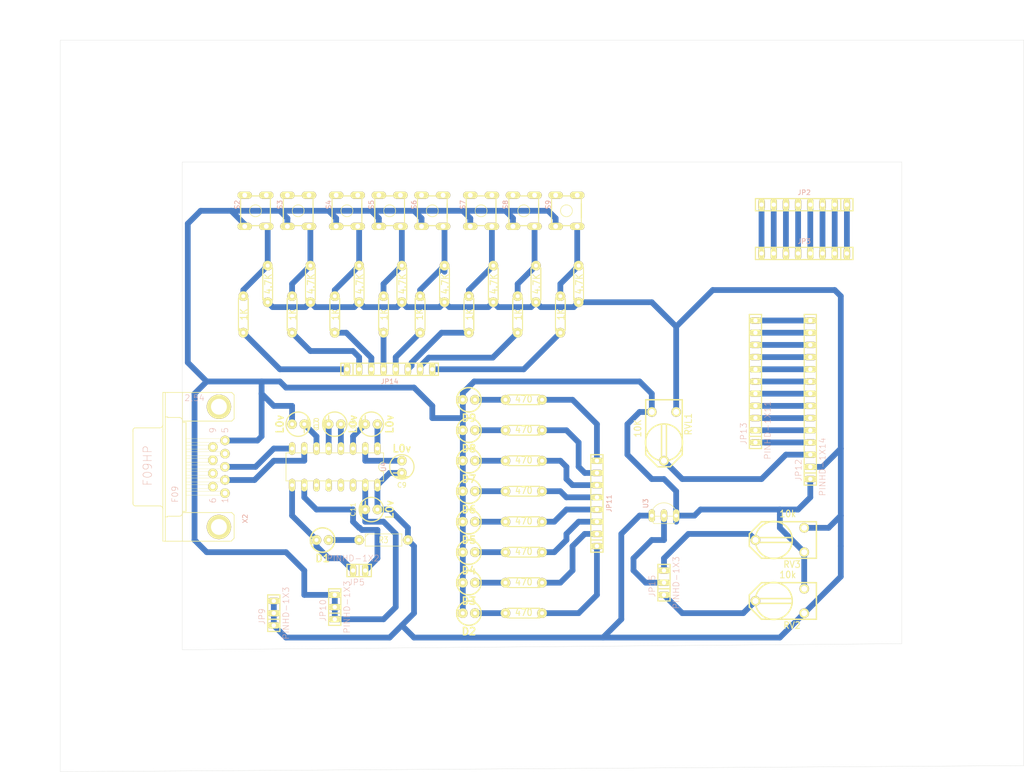
<source format=kicad_pcb>
(kicad_pcb (version 20171130) (host pcbnew "(5.1.6)-1")

  (general
    (thickness 1.6)
    (drawings 22)
    (tracks 312)
    (zones 0)
    (modules 63)
    (nets 95)
  )

  (page A3)
  (title_block
    (title "Gloria Campos García")
    (rev 0)
    (company A01422345)
  )

  (layers
    (0 F.Cu signal hide)
    (31 B.Cu signal)
    (32 B.Adhes user hide)
    (33 F.Adhes user hide)
    (34 B.Paste user hide)
    (35 F.Paste user hide)
    (36 B.SilkS user hide)
    (37 F.SilkS user)
    (38 B.Mask user hide)
    (39 F.Mask user hide)
    (40 Dwgs.User user)
    (41 Cmts.User user hide)
    (42 Eco1.User user hide)
    (43 Eco2.User user hide)
    (44 Edge.Cuts user)
    (45 Margin user hide)
    (46 B.CrtYd user hide)
    (47 F.CrtYd user hide)
    (48 B.Fab user hide)
    (49 F.Fab user hide)
  )

  (setup
    (last_trace_width 1.2)
    (trace_clearance 0.508)
    (zone_clearance 0.508)
    (zone_45_only no)
    (trace_min 0.2)
    (via_size 0.8)
    (via_drill 0.4)
    (via_min_size 0.4)
    (via_min_drill 0.3)
    (uvia_size 0.3)
    (uvia_drill 0.1)
    (uvias_allowed no)
    (uvia_min_size 0.2)
    (uvia_min_drill 0.1)
    (edge_width 0.05)
    (segment_width 0.2)
    (pcb_text_width 0.3)
    (pcb_text_size 1.5 1.5)
    (mod_edge_width 0.12)
    (mod_text_size 1 1)
    (mod_text_width 0.15)
    (pad_size 1.524 1.524)
    (pad_drill 0.762)
    (pad_to_mask_clearance 0.05)
    (aux_axis_origin 0 0)
    (visible_elements 7FFFFFFF)
    (pcbplotparams
      (layerselection 0x00000_fffffffe)
      (usegerberextensions true)
      (usegerberattributes false)
      (usegerberadvancedattributes false)
      (creategerberjobfile false)
      (excludeedgelayer true)
      (linewidth 0.100000)
      (plotframeref false)
      (viasonmask false)
      (mode 1)
      (useauxorigin false)
      (hpglpennumber 1)
      (hpglpenspeed 20)
      (hpglpendiameter 15.000000)
      (psnegative false)
      (psa4output false)
      (plotreference false)
      (plotvalue false)
      (plotinvisibletext false)
      (padsonsilk true)
      (subtractmaskfromsilk false)
      (outputformat 1)
      (mirror false)
      (drillshape 0)
      (scaleselection 1)
      (outputdirectory "./"))
  )

  (net 0 "")
  (net 1 "Net-(C6-Pad1)")
  (net 2 "Net-(C6-Pad2)")
  (net 3 "Net-(C7-Pad1)")
  (net 4 "Net-(C7-Pad2)")
  (net 5 "Net-(C9-Pad1)")
  (net 6 +5VA)
  (net 7 GNDA)
  (net 8 "Net-(CL0-Pad2)")
  (net 9 "Net-(D1-Pad1)")
  (net 10 "Net-(D1-Pad2)")
  (net 11 "Net-(D2-Pad1)")
  (net 12 "Net-(D3-Pad1)")
  (net 13 "Net-(D4-Pad1)")
  (net 14 "Net-(D5-Pad1)")
  (net 15 "Net-(D6-Pad1)")
  (net 16 "Net-(D7-Pad1)")
  (net 17 "Net-(D8-Pad1)")
  (net 18 "Net-(D9-Pad1)")
  (net 19 "Net-(JP2-Pad8)")
  (net 20 "Net-(JP2-Pad7)")
  (net 21 "Net-(JP2-Pad6)")
  (net 22 "Net-(JP2-Pad5)")
  (net 23 "Net-(JP2-Pad4)")
  (net 24 "Net-(JP2-Pad3)")
  (net 25 "Net-(JP2-Pad2)")
  (net 26 "Net-(JP2-Pad1)")
  (net 27 "Net-(JP5-Pad1)")
  (net 28 "Net-(JP11-Pad8)")
  (net 29 "Net-(JP11-Pad7)")
  (net 30 "Net-(JP11-Pad6)")
  (net 31 "Net-(JP11-Pad5)")
  (net 32 "Net-(JP11-Pad4)")
  (net 33 "Net-(JP11-Pad3)")
  (net 34 "Net-(JP11-Pad2)")
  (net 35 "Net-(JP11-Pad1)")
  (net 36 "Net-(JP12-Pad14)")
  (net 37 "Net-(JP12-Pad13)")
  (net 38 "Net-(JP12-Pad12)")
  (net 39 "Net-(JP12-Pad11)")
  (net 40 "Net-(JP12-Pad10)")
  (net 41 "Net-(JP12-Pad9)")
  (net 42 "Net-(JP12-Pad8)")
  (net 43 "Net-(JP12-Pad7)")
  (net 44 "Net-(JP12-Pad6)")
  (net 45 "Net-(JP12-Pad5)")
  (net 46 "Net-(JP12-Pad4)")
  (net 47 "Net-(JP12-Pad3)")
  (net 48 "Net-(JP14-Pad8)")
  (net 49 "Net-(JP14-Pad7)")
  (net 50 "Net-(JP14-Pad6)")
  (net 51 "Net-(JP14-Pad5)")
  (net 52 "Net-(JP14-Pad4)")
  (net 53 "Net-(JP14-Pad3)")
  (net 54 "Net-(JP14-Pad2)")
  (net 55 "Net-(JP14-Pad1)")
  (net 56 "Net-(JP15-Pad3)")
  (net 57 "Net-(JP15-Pad2)")
  (net 58 "Net-(JP15-Pad1)")
  (net 59 "Net-(R20-Pad2)")
  (net 60 "Net-(R21-Pad2)")
  (net 61 "Net-(R22-Pad2)")
  (net 62 "Net-(R23-Pad2)")
  (net 63 "Net-(R24-Pad2)")
  (net 64 "Net-(R25-Pad2)")
  (net 65 "Net-(R26-Pad2)")
  (net 66 "Net-(R27-Pad2)")
  (net 67 "Net-(S2-Pad4)")
  (net 68 "Net-(S2-Pad2)")
  (net 69 "Net-(S3-Pad4)")
  (net 70 "Net-(S3-Pad2)")
  (net 71 "Net-(S4-Pad4)")
  (net 72 "Net-(S4-Pad2)")
  (net 73 "Net-(S5-Pad4)")
  (net 74 "Net-(S5-Pad2)")
  (net 75 "Net-(S6-Pad4)")
  (net 76 "Net-(S6-Pad2)")
  (net 77 "Net-(S7-Pad4)")
  (net 78 "Net-(S7-Pad2)")
  (net 79 "Net-(S8-Pad4)")
  (net 80 "Net-(S8-Pad2)")
  (net 81 "Net-(S9-Pad4)")
  (net 82 "Net-(S9-Pad2)")
  (net 83 "Net-(U4-Pad14)")
  (net 84 "Net-(U4-Pad13)")
  (net 85 "Net-(U4-Pad12)")
  (net 86 "Net-(U4-Pad11)")
  (net 87 "Net-(U4-Pad8)")
  (net 88 "Net-(U4-Pad7)")
  (net 89 "Net-(X2-Pad9)")
  (net 90 "Net-(X2-Pad8)")
  (net 91 "Net-(X2-Pad7)")
  (net 92 "Net-(X2-Pad6)")
  (net 93 "Net-(X2-Pad4)")
  (net 94 "Net-(X2-Pad1)")

  (net_class Default "This is the default net class."
    (clearance 0.508)
    (trace_width 1.2)
    (via_dia 0.8)
    (via_drill 0.4)
    (uvia_dia 0.3)
    (uvia_drill 0.1)
    (diff_pair_width 0.25)
    (diff_pair_gap 0.25)
    (add_net +5VA)
    (add_net GNDA)
    (add_net "Net-(C6-Pad1)")
    (add_net "Net-(C6-Pad2)")
    (add_net "Net-(C7-Pad1)")
    (add_net "Net-(C7-Pad2)")
    (add_net "Net-(C9-Pad1)")
    (add_net "Net-(CL0-Pad2)")
    (add_net "Net-(D1-Pad1)")
    (add_net "Net-(D1-Pad2)")
    (add_net "Net-(D2-Pad1)")
    (add_net "Net-(D3-Pad1)")
    (add_net "Net-(D4-Pad1)")
    (add_net "Net-(D5-Pad1)")
    (add_net "Net-(D6-Pad1)")
    (add_net "Net-(D7-Pad1)")
    (add_net "Net-(D8-Pad1)")
    (add_net "Net-(D9-Pad1)")
    (add_net "Net-(JP11-Pad1)")
    (add_net "Net-(JP11-Pad2)")
    (add_net "Net-(JP11-Pad3)")
    (add_net "Net-(JP11-Pad4)")
    (add_net "Net-(JP11-Pad5)")
    (add_net "Net-(JP11-Pad6)")
    (add_net "Net-(JP11-Pad7)")
    (add_net "Net-(JP11-Pad8)")
    (add_net "Net-(JP12-Pad10)")
    (add_net "Net-(JP12-Pad11)")
    (add_net "Net-(JP12-Pad12)")
    (add_net "Net-(JP12-Pad13)")
    (add_net "Net-(JP12-Pad14)")
    (add_net "Net-(JP12-Pad3)")
    (add_net "Net-(JP12-Pad4)")
    (add_net "Net-(JP12-Pad5)")
    (add_net "Net-(JP12-Pad6)")
    (add_net "Net-(JP12-Pad7)")
    (add_net "Net-(JP12-Pad8)")
    (add_net "Net-(JP12-Pad9)")
    (add_net "Net-(JP14-Pad1)")
    (add_net "Net-(JP14-Pad2)")
    (add_net "Net-(JP14-Pad3)")
    (add_net "Net-(JP14-Pad4)")
    (add_net "Net-(JP14-Pad5)")
    (add_net "Net-(JP14-Pad6)")
    (add_net "Net-(JP14-Pad7)")
    (add_net "Net-(JP14-Pad8)")
    (add_net "Net-(JP15-Pad1)")
    (add_net "Net-(JP15-Pad2)")
    (add_net "Net-(JP15-Pad3)")
    (add_net "Net-(JP2-Pad1)")
    (add_net "Net-(JP2-Pad2)")
    (add_net "Net-(JP2-Pad3)")
    (add_net "Net-(JP2-Pad4)")
    (add_net "Net-(JP2-Pad5)")
    (add_net "Net-(JP2-Pad6)")
    (add_net "Net-(JP2-Pad7)")
    (add_net "Net-(JP2-Pad8)")
    (add_net "Net-(JP5-Pad1)")
    (add_net "Net-(R20-Pad2)")
    (add_net "Net-(R21-Pad2)")
    (add_net "Net-(R22-Pad2)")
    (add_net "Net-(R23-Pad2)")
    (add_net "Net-(R24-Pad2)")
    (add_net "Net-(R25-Pad2)")
    (add_net "Net-(R26-Pad2)")
    (add_net "Net-(R27-Pad2)")
    (add_net "Net-(S2-Pad2)")
    (add_net "Net-(S2-Pad4)")
    (add_net "Net-(S3-Pad2)")
    (add_net "Net-(S3-Pad4)")
    (add_net "Net-(S4-Pad2)")
    (add_net "Net-(S4-Pad4)")
    (add_net "Net-(S5-Pad2)")
    (add_net "Net-(S5-Pad4)")
    (add_net "Net-(S6-Pad2)")
    (add_net "Net-(S6-Pad4)")
    (add_net "Net-(S7-Pad2)")
    (add_net "Net-(S7-Pad4)")
    (add_net "Net-(S8-Pad2)")
    (add_net "Net-(S8-Pad4)")
    (add_net "Net-(S9-Pad2)")
    (add_net "Net-(S9-Pad4)")
    (add_net "Net-(U4-Pad11)")
    (add_net "Net-(U4-Pad12)")
    (add_net "Net-(U4-Pad13)")
    (add_net "Net-(U4-Pad14)")
    (add_net "Net-(U4-Pad7)")
    (add_net "Net-(U4-Pad8)")
    (add_net "Net-(X2-Pad1)")
    (add_net "Net-(X2-Pad4)")
    (add_net "Net-(X2-Pad6)")
    (add_net "Net-(X2-Pad7)")
    (add_net "Net-(X2-Pad8)")
    (add_net "Net-(X2-Pad9)")
  )

  (module user:Conector_F09HP (layer F.Cu) (tedit 51C9C9FD) (tstamp 5F51D08C)
    (at 71.12 125.73 90)
    (descr "HARTING SUB-D")
    (tags "HARTING SUB-D")
    (path /5F41CB5E)
    (attr virtual)
    (fp_text reference X2 (at -10.795 5.461 90) (layer B.SilkS)
      (effects (font (size 1 1) (thickness 0.15)))
    )
    (fp_text value F09HP (at 0.254 -14.859 90) (layer B.SilkS)
      (effects (font (size 1.778 1.778) (thickness 0.0889)))
    )
    (fp_circle (center 12.5222 0) (end 13.3477 0.8255) (layer F.SilkS) (width 0.0762))
    (fp_circle (center -12.5222 0) (end -13.3477 0.8255) (layer F.SilkS) (width 0.0762))
    (fp_line (start 7.366 -17.907) (end 7.62 -17.907) (layer F.SilkS) (width 0.1524))
    (fp_line (start -7.366 -17.907) (end 7.366 -17.907) (layer F.SilkS) (width 0.1524))
    (fp_line (start 8.128 -12.319) (end 8.128 -17.399) (layer F.SilkS) (width 0.1524))
    (fp_line (start 7.747 -11.684) (end 15.494 -11.684) (layer F.SilkS) (width 0.1524))
    (fp_line (start -8.128 -12.319) (end -8.128 -17.399) (layer F.SilkS) (width 0.1524))
    (fp_line (start -15.494 -11.684) (end -7.747 -11.684) (layer F.SilkS) (width 0.1524))
    (fp_line (start 10.414 -7.62) (end 15.494 -7.62) (layer F.SilkS) (width 0.1524))
    (fp_line (start 15.494 2.667) (end 15.494 -7.493) (layer F.SilkS) (width 0.1524))
    (fp_line (start 14.986 3.175) (end 15.494 2.667) (layer F.SilkS) (width 0.1524))
    (fp_line (start 10.033 3.175) (end 14.986 3.175) (layer F.SilkS) (width 0.1524))
    (fp_line (start 9.525 2.667) (end 10.033 3.175) (layer F.SilkS) (width 0.1524))
    (fp_line (start 9.525 2.667) (end 9.525 -7.62) (layer F.SilkS) (width 0.1524))
    (fp_line (start -9.525 2.667) (end -9.525 -7.62) (layer F.SilkS) (width 0.1524))
    (fp_line (start -10.033 3.175) (end -9.525 2.667) (layer F.SilkS) (width 0.1524))
    (fp_line (start -10.033 3.175) (end -14.859 3.175) (layer F.SilkS) (width 0.1524))
    (fp_line (start -15.494 2.54) (end -15.494 -7.493) (layer F.SilkS) (width 0.1524))
    (fp_line (start -14.859 3.175) (end -15.494 2.54) (layer F.SilkS) (width 0.1524))
    (fp_line (start 10.287 -10.668) (end 10.414 -10.668) (layer F.SilkS) (width 0.1524))
    (fp_line (start 10.287 -8.255) (end 10.287 -10.668) (layer F.SilkS) (width 0.1524))
    (fp_line (start 10.414 -10.668) (end 10.414 -11.176) (layer F.SilkS) (width 0.1524))
    (fp_line (start 10.414 -11.176) (end 12.954 -11.176) (layer F.SilkS) (width 0.1524))
    (fp_line (start -10.414 -11.176) (end 10.414 -11.176) (layer F.SilkS) (width 0.1524))
    (fp_line (start 12.954 -11.176) (end 15.494 -11.176) (layer F.SilkS) (width 0.1524))
    (fp_line (start 9.525 -7.62) (end 10.414 -7.62) (layer F.SilkS) (width 0.1524))
    (fp_line (start 9.271 -7.62) (end 9.525 -7.62) (layer F.SilkS) (width 0.1524))
    (fp_line (start 9.271 -7.62) (end 9.271 -6.858) (layer F.SilkS) (width 0.1524))
    (fp_line (start -9.271 -6.858) (end 9.271 -6.858) (layer F.SilkS) (width 0.1524))
    (fp_line (start -9.271 -7.62) (end 9.271 -7.62) (layer F.SilkS) (width 0.1524))
    (fp_line (start -9.271 -7.62) (end -9.271 -6.858) (layer F.SilkS) (width 0.1524))
    (fp_line (start -10.287 -8.255) (end -10.287 -10.668) (layer F.SilkS) (width 0.1524))
    (fp_line (start -9.525 -7.62) (end -9.271 -7.62) (layer F.SilkS) (width 0.1524))
    (fp_line (start -10.414 -7.62) (end -9.525 -7.62) (layer F.SilkS) (width 0.1524))
    (fp_line (start -10.414 -10.668) (end -10.287 -10.668) (layer F.SilkS) (width 0.1524))
    (fp_line (start -10.414 -10.668) (end -10.414 -11.176) (layer F.SilkS) (width 0.1524))
    (fp_line (start -12.954 -11.176) (end -10.414 -11.176) (layer F.SilkS) (width 0.1524))
    (fp_line (start -15.494 -11.176) (end -12.954 -11.176) (layer F.SilkS) (width 0.1524))
    (fp_line (start 15.494 -7.62) (end 15.494 -7.493) (layer F.SilkS) (width 0.1524))
    (fp_line (start 15.494 -10.668) (end 15.494 -7.62) (layer F.SilkS) (width 0.1524))
    (fp_line (start 15.494 -11.176) (end 15.494 -10.668) (layer F.SilkS) (width 0.1524))
    (fp_line (start 15.494 -11.684) (end 15.494 -11.176) (layer F.SilkS) (width 0.1524))
    (fp_line (start -15.494 -11.176) (end -15.494 -11.684) (layer F.SilkS) (width 0.1524))
    (fp_line (start -15.494 -10.668) (end -15.494 -11.176) (layer F.SilkS) (width 0.1524))
    (fp_line (start -15.494 -7.62) (end -15.494 -7.493) (layer F.SilkS) (width 0.1524))
    (fp_line (start -15.494 -7.62) (end -15.494 -10.668) (layer F.SilkS) (width 0.1524))
    (fp_line (start -15.494 -7.62) (end -10.414 -7.62) (layer F.SilkS) (width 0.1524))
    (fp_line (start -7.747 -11.684) (end 7.747 -11.684) (layer F.SilkS) (width 0.1524))
    (fp_line (start -7.62 -17.907) (end -7.366 -17.907) (layer F.SilkS) (width 0.1524))
    (fp_line (start 5.08 0.381) (end 5.08 -6.858) (layer F.SilkS) (width 0.06604))
    (fp_line (start 5.08 -6.858) (end 5.8928 -6.858) (layer F.SilkS) (width 0.06604))
    (fp_line (start 5.8928 0.381) (end 5.8928 -6.858) (layer F.SilkS) (width 0.06604))
    (fp_line (start 5.08 0.381) (end 5.8928 0.381) (layer F.SilkS) (width 0.06604))
    (fp_line (start 3.7084 -2.159) (end 3.7084 -6.858) (layer F.SilkS) (width 0.06604))
    (fp_line (start 3.7084 -6.858) (end 4.5212 -6.858) (layer F.SilkS) (width 0.06604))
    (fp_line (start 4.5212 -2.159) (end 4.5212 -6.858) (layer F.SilkS) (width 0.06604))
    (fp_line (start 3.7084 -2.159) (end 4.5212 -2.159) (layer F.SilkS) (width 0.06604))
    (fp_line (start 2.3368 0.381) (end 2.3368 -6.858) (layer F.SilkS) (width 0.06604))
    (fp_line (start 2.3368 -6.858) (end 3.1496 -6.858) (layer F.SilkS) (width 0.06604))
    (fp_line (start 3.1496 0.381) (end 3.1496 -6.858) (layer F.SilkS) (width 0.06604))
    (fp_line (start 2.3368 0.381) (end 3.1496 0.381) (layer F.SilkS) (width 0.06604))
    (fp_line (start 0.9398 -2.159) (end 0.9398 -6.858) (layer F.SilkS) (width 0.06604))
    (fp_line (start 0.9398 -6.858) (end 1.7526 -6.858) (layer F.SilkS) (width 0.06604))
    (fp_line (start 1.7526 -2.159) (end 1.7526 -6.858) (layer F.SilkS) (width 0.06604))
    (fp_line (start 0.9398 -2.159) (end 1.7526 -2.159) (layer F.SilkS) (width 0.06604))
    (fp_line (start -0.4318 0.381) (end -0.4318 -6.858) (layer F.SilkS) (width 0.06604))
    (fp_line (start -0.4318 -6.858) (end 0.381 -6.858) (layer F.SilkS) (width 0.06604))
    (fp_line (start 0.381 0.381) (end 0.381 -6.858) (layer F.SilkS) (width 0.06604))
    (fp_line (start -0.4318 0.381) (end 0.381 0.381) (layer F.SilkS) (width 0.06604))
    (fp_line (start -1.778 -2.159) (end -1.778 -6.858) (layer F.SilkS) (width 0.06604))
    (fp_line (start -1.778 -6.858) (end -0.9652 -6.858) (layer F.SilkS) (width 0.06604))
    (fp_line (start -0.9652 -2.159) (end -0.9652 -6.858) (layer F.SilkS) (width 0.06604))
    (fp_line (start -1.778 -2.159) (end -0.9652 -2.159) (layer F.SilkS) (width 0.06604))
    (fp_line (start -3.1496 0.381) (end -3.1496 -6.858) (layer F.SilkS) (width 0.06604))
    (fp_line (start -3.1496 -6.858) (end -2.3368 -6.858) (layer F.SilkS) (width 0.06604))
    (fp_line (start -2.3368 0.381) (end -2.3368 -6.858) (layer F.SilkS) (width 0.06604))
    (fp_line (start -3.1496 0.381) (end -2.3368 0.381) (layer F.SilkS) (width 0.06604))
    (fp_line (start -4.5212 -2.159) (end -4.5212 -6.858) (layer F.SilkS) (width 0.06604))
    (fp_line (start -4.5212 -6.858) (end -3.7084 -6.858) (layer F.SilkS) (width 0.06604))
    (fp_line (start -3.7084 -2.159) (end -3.7084 -6.858) (layer F.SilkS) (width 0.06604))
    (fp_line (start -4.5212 -2.159) (end -3.7084 -2.159) (layer F.SilkS) (width 0.06604))
    (fp_line (start -5.8928 0.381) (end -5.8928 -6.858) (layer F.SilkS) (width 0.06604))
    (fp_line (start -5.8928 -6.858) (end -5.08 -6.858) (layer F.SilkS) (width 0.06604))
    (fp_line (start -5.08 0.381) (end -5.08 -6.858) (layer F.SilkS) (width 0.06604))
    (fp_line (start -5.8928 0.381) (end -5.08 0.381) (layer F.SilkS) (width 0.06604))
    (fp_line (start -15.494 -11.176) (end -15.494 -11.684) (layer F.SilkS) (width 0.06604))
    (fp_line (start -15.494 -11.684) (end 15.494 -11.684) (layer F.SilkS) (width 0.06604))
    (fp_line (start 15.494 -11.176) (end 15.494 -11.684) (layer F.SilkS) (width 0.06604))
    (fp_line (start -15.494 -11.176) (end 15.494 -11.176) (layer F.SilkS) (width 0.06604))
    (fp_line (start -9.271 -6.858) (end -9.271 -7.62) (layer F.SilkS) (width 0.06604))
    (fp_line (start -9.271 -7.62) (end 9.271 -7.62) (layer F.SilkS) (width 0.06604))
    (fp_line (start 9.271 -6.858) (end 9.271 -7.62) (layer F.SilkS) (width 0.06604))
    (fp_line (start -9.271 -6.858) (end 9.271 -6.858) (layer F.SilkS) (width 0.06604))
    (fp_text user F09 (at -5.715 -9.144 90) (layer B.SilkS)
      (effects (font (size 1.27 1.27) (thickness 0.0889)))
    )
    (fp_text user 2,54 (at 14.34846 -5.08) (layer B.SilkS)
      (effects (font (size 1.27 1.27) (thickness 0.0889)))
    )
    (fp_text user 6 (at -6.985 -1.27 90) (layer B.SilkS)
      (effects (font (size 1.27 1.27) (thickness 0.0889)))
    )
    (fp_text user 9 (at 7.62 -1.27 90) (layer B.SilkS)
      (effects (font (size 1.27 1.27) (thickness 0.0889)))
    )
    (fp_text user 5 (at 7.62 1.27 90) (layer B.SilkS)
      (effects (font (size 1.27 1.27) (thickness 0.0889)))
    )
    (fp_text user 1 (at -6.985 1.27 90) (layer B.SilkS)
      (effects (font (size 1.27 1.27) (thickness 0.0889)))
    )
    (fp_arc (start 8.76046 -12.319) (end 8.76046 -11.684) (angle 90) (layer F.SilkS) (width 0.1524))
    (fp_arc (start -8.76046 -12.319) (end -8.128 -12.319) (angle 90) (layer F.SilkS) (width 0.1524))
    (fp_arc (start 9.652 -8.255) (end 10.287 -8.255) (angle 90) (layer F.SilkS) (width 0.1524))
    (fp_arc (start -9.652 -8.255) (end -9.652 -7.62) (angle 90) (layer F.SilkS) (width 0.1524))
    (fp_arc (start 7.62 -17.399) (end 7.62 -17.907) (angle 90) (layer F.SilkS) (width 0.1524))
    (fp_arc (start -7.62 -17.399) (end -8.128 -17.399) (angle 90) (layer F.SilkS) (width 0.1524))
    (pad G2 thru_hole circle (at 12.5222 0 90) (size 5.08 5.08) (drill 3.302) (layers *.Cu F.Paste F.SilkS F.Mask))
    (pad G1 thru_hole circle (at -12.5222 0 90) (size 5.08 5.08) (drill 3.302) (layers *.Cu F.Paste F.SilkS F.Mask))
    (pad 9 thru_hole circle (at 4.1148 -1.27 90) (size 1.99898 1.99898) (drill 1.016) (layers *.Cu F.Paste F.SilkS F.Mask)
      (net 89 "Net-(X2-Pad9)"))
    (pad 8 thru_hole circle (at 1.3716 -1.27 90) (size 1.99898 1.99898) (drill 1.016) (layers *.Cu F.Paste F.SilkS F.Mask)
      (net 90 "Net-(X2-Pad8)"))
    (pad 7 thru_hole circle (at -1.3716 -1.27 90) (size 1.99898 1.99898) (drill 1.016) (layers *.Cu F.Paste F.SilkS F.Mask)
      (net 91 "Net-(X2-Pad7)"))
    (pad 6 thru_hole circle (at -4.1148 -1.27 90) (size 1.99898 1.99898) (drill 1.016) (layers *.Cu F.Paste F.SilkS F.Mask)
      (net 92 "Net-(X2-Pad6)"))
    (pad 5 thru_hole circle (at 5.4864 1.27 90) (size 1.99898 1.99898) (drill 1.016) (layers *.Cu F.Paste F.SilkS F.Mask)
      (net 7 GNDA))
    (pad 4 thru_hole circle (at 2.7432 1.27 90) (size 1.99898 1.99898) (drill 1.016) (layers *.Cu F.Paste F.SilkS F.Mask)
      (net 93 "Net-(X2-Pad4)"))
    (pad 3 thru_hole circle (at 0 1.27 90) (size 1.99898 1.99898) (drill 1.016) (layers *.Cu F.Paste F.SilkS F.Mask)
      (net 87 "Net-(U4-Pad8)"))
    (pad 2 thru_hole circle (at -2.7432 1.27 90) (size 1.99898 1.99898) (drill 1.016) (layers *.Cu F.Paste F.SilkS F.Mask)
      (net 88 "Net-(U4-Pad7)"))
    (pad 1 thru_hole circle (at -5.4864 1.27 90) (size 1.99898 1.99898) (drill 1.016) (layers *.Cu F.Paste F.SilkS F.Mask)
      (net 94 "Net-(X2-Pad1)"))
  )

  (module user:Maxim232 (layer F.Cu) (tedit 51CCC38E) (tstamp 5F51D014)
    (at 95.25 125.73 180)
    (descr "DUAL IN LINE PACKAGE")
    (tags "DUAL IN LINE PACKAGE")
    (path /5F405CC6)
    (attr virtual)
    (fp_text reference U4 (at -10.16 0 90) (layer B.SilkS)
      (effects (font (size 1 1) (thickness 0.15)))
    )
    (fp_text value MAX232 (at -3.683 0) (layer B.SilkS) hide
      (effects (font (size 1.27 1.27) (thickness 0.0889)))
    )
    (fp_line (start -10.16 2.921) (end -10.16 1.016) (layer F.SilkS) (width 0.1524))
    (fp_line (start -10.16 -2.921) (end -10.16 -1.016) (layer F.SilkS) (width 0.1524))
    (fp_line (start 10.16 -2.921) (end 10.16 2.921) (layer F.SilkS) (width 0.1524))
    (fp_line (start -10.16 2.921) (end 10.16 2.921) (layer F.SilkS) (width 0.1524))
    (fp_line (start 10.16 -2.921) (end -10.16 -2.921) (layer F.SilkS) (width 0.1524))
    (fp_arc (start -10.16 0) (end -10.16 -1.016) (angle 180) (layer F.SilkS) (width 0.1524))
    (pad 16 thru_hole oval (at -8.89 -3.81 180) (size 1.3208 2.6416) (drill 0.8128) (layers *.Cu F.Paste F.SilkS F.Mask)
      (net 6 +5VA))
    (pad 15 thru_hole oval (at -6.35 -3.81 180) (size 1.3208 2.6416) (drill 0.8128) (layers *.Cu F.Paste F.SilkS F.Mask)
      (net 7 GNDA))
    (pad 14 thru_hole oval (at -3.81 -3.81 180) (size 1.3208 2.6416) (drill 0.8128) (layers *.Cu F.Paste F.SilkS F.Mask)
      (net 83 "Net-(U4-Pad14)"))
    (pad 13 thru_hole oval (at -1.27 -3.81 180) (size 1.3208 2.6416) (drill 0.8128) (layers *.Cu F.Paste F.SilkS F.Mask)
      (net 84 "Net-(U4-Pad13)"))
    (pad 12 thru_hole oval (at 1.27 -3.81 180) (size 1.3208 2.6416) (drill 0.8128) (layers *.Cu F.Paste F.SilkS F.Mask)
      (net 85 "Net-(U4-Pad12)"))
    (pad 11 thru_hole oval (at 3.81 -3.81 180) (size 1.3208 2.6416) (drill 0.8128) (layers *.Cu F.Paste F.SilkS F.Mask)
      (net 86 "Net-(U4-Pad11)"))
    (pad 10 thru_hole oval (at 6.35 -3.81 180) (size 1.3208 2.6416) (drill 0.8128) (layers *.Cu F.Paste F.SilkS F.Mask)
      (net 27 "Net-(JP5-Pad1)"))
    (pad 9 thru_hole oval (at 8.89 -3.81 180) (size 1.3208 2.6416) (drill 0.8128) (layers *.Cu F.Paste F.SilkS F.Mask)
      (net 10 "Net-(D1-Pad2)"))
    (pad 8 thru_hole oval (at 8.89 3.81 180) (size 1.3208 2.6416) (drill 0.8128) (layers *.Cu F.Paste F.SilkS F.Mask)
      (net 87 "Net-(U4-Pad8)"))
    (pad 7 thru_hole oval (at 6.35 3.81 180) (size 1.3208 2.6416) (drill 0.8128) (layers *.Cu F.Paste F.SilkS F.Mask)
      (net 88 "Net-(U4-Pad7)"))
    (pad 6 thru_hole oval (at 3.81 3.81 180) (size 1.3208 2.6416) (drill 0.8128) (layers *.Cu F.Paste F.SilkS F.Mask)
      (net 8 "Net-(CL0-Pad2)"))
    (pad 5 thru_hole oval (at 1.27 3.81 180) (size 1.3208 2.6416) (drill 0.8128) (layers *.Cu F.Paste F.SilkS F.Mask)
      (net 4 "Net-(C7-Pad2)"))
    (pad 4 thru_hole oval (at -1.27 3.81 180) (size 1.3208 2.6416) (drill 0.8128) (layers *.Cu F.Paste F.SilkS F.Mask)
      (net 3 "Net-(C7-Pad1)"))
    (pad 3 thru_hole oval (at -3.81 3.81 180) (size 1.3208 2.6416) (drill 0.8128) (layers *.Cu F.Paste F.SilkS F.Mask)
      (net 2 "Net-(C6-Pad2)"))
    (pad 2 thru_hole oval (at -6.35 3.81 180) (size 1.3208 2.6416) (drill 0.8128) (layers *.Cu F.Paste F.SilkS F.Mask)
      (net 5 "Net-(C9-Pad1)"))
    (pad 1 thru_hole oval (at -8.89 3.81 180) (size 1.3208 2.6416) (drill 0.8128) (layers *.Cu F.Paste F.SilkS F.Mask)
      (net 1 "Net-(C6-Pad1)"))
  )

  (module user:MCP9700A (layer F.Cu) (tedit 52CEFD97) (tstamp 5F51CFFA)
    (at 163.83 135.89)
    (descr "TO-92 PADS IN LINE")
    (tags "TO-92 PADS IN LINE")
    (path /5F3C9C5E)
    (attr virtual)
    (fp_text reference U3 (at -3.81 -2.54 90) (layer B.SilkS)
      (effects (font (size 1 1) (thickness 0.15)))
    )
    (fp_text value MCP9700A (at 1.27 2.667) (layer B.SilkS) hide
      (effects (font (size 1.27 1.27) (thickness 0.0889)))
    )
    (fp_line (start 1.40208 0.127) (end 1.13538 0.127) (layer F.SilkS) (width 0.127))
    (fp_line (start 2.66192 0.127) (end 1.40208 0.127) (layer F.SilkS) (width 0.127))
    (fp_line (start -1.13538 0.127) (end -1.40208 0.127) (layer F.SilkS) (width 0.127))
    (fp_line (start -1.40208 0.127) (end -2.66192 0.127) (layer F.SilkS) (width 0.127))
    (fp_line (start 1.13538 0.127) (end -1.13538 0.127) (layer F.SilkS) (width 0.127))
    (fp_line (start -2.09296 1.651) (end 2.09296 1.651) (layer F.SilkS) (width 0.127))
    (fp_arc (start 0 0) (end 2.42316 1.10998) (angle 13.6) (layer F.SilkS) (width 0.127))
    (fp_arc (start 0 0) (end 2.413 -1.13538) (angle 50.4) (layer F.SilkS) (width 0.127))
    (fp_arc (start 0 0) (end -2.09296 1.651) (angle 13) (layer F.SilkS) (width 0.127))
    (fp_arc (start 0 0) (end -2.413 1.13538) (angle 50.4) (layer F.SilkS) (width 0.127))
    (fp_arc (start 0 0) (end -2.413 -1.13538) (angle 129.5) (layer F.SilkS) (width 0.127))
    (pad 3 thru_hole oval (at 2.54 0) (size 1.3208 2.6416) (drill 0.8128) (layers *.Cu F.Paste F.SilkS F.Mask)
      (net 7 GNDA))
    (pad 2 thru_hole oval (at 0 0) (size 1.3208 2.6416) (drill 0.8128) (layers *.Cu F.Paste F.SilkS F.Mask)
      (net 57 "Net-(JP15-Pad2)"))
    (pad 1 thru_hole oval (at -2.54 0) (size 1.3208 2.6416) (drill 0.8128) (layers *.Cu F.Paste F.SilkS F.Mask)
      (net 6 +5VA))
  )

  (module user:DTS-6 (layer F.Cu) (tedit 51CCC518) (tstamp 5F51CFE8)
    (at 143.51 72.39 90)
    (path /5F47A8DF)
    (attr virtual)
    (fp_text reference S9 (at 1.27 -3.81 90) (layer B.SilkS)
      (effects (font (size 1 1) (thickness 0.15)))
    )
    (fp_text value DTS-6 (at 1.27 4.445 90) (layer B.SilkS) hide
      (effects (font (size 1.27 1.27) (thickness 0.0889)))
    )
    (fp_circle (center 0 0) (end -0.87376 0.87376) (layer F.SilkS) (width 0.1016))
    (fp_circle (center 0 0) (end -0.87376 0.87376) (layer F.SilkS) (width 0.1016))
    (fp_line (start -3.0988 0.99822) (end -3.0988 -0.99822) (layer F.SilkS) (width 0.2032))
    (fp_line (start 1.4986 3.0988) (end -1.4986 3.0988) (layer F.SilkS) (width 0.2032))
    (fp_line (start 3.0988 0.99822) (end 3.0988 -0.99822) (layer F.SilkS) (width 0.2032))
    (fp_line (start 1.4986 -3.0988) (end -1.4986 -3.0988) (layer F.SilkS) (width 0.2032))
    (fp_line (start -3.0988 3.0988) (end -3.0988 -3.0988) (layer F.SilkS) (width 0.2032))
    (fp_line (start 3.0988 3.0988) (end -3.0988 3.0988) (layer F.SilkS) (width 0.2032))
    (fp_line (start 3.0988 -3.0988) (end 3.0988 3.0988) (layer F.SilkS) (width 0.2032))
    (fp_line (start -3.0988 -3.0988) (end 3.0988 -3.0988) (layer F.SilkS) (width 0.2032))
    (pad 4 thru_hole oval (at 3.24866 2.2479 90) (size 1.50622 3.01498) (drill 0.99822) (layers *.Cu F.Paste F.SilkS F.Mask)
      (net 81 "Net-(S9-Pad4)"))
    (pad 3 thru_hole oval (at -3.24866 2.2479 90) (size 1.50622 3.01498) (drill 0.99822) (layers *.Cu F.Paste F.SilkS F.Mask)
      (net 66 "Net-(R27-Pad2)"))
    (pad 2 thru_hole oval (at 3.24866 -2.2479 90) (size 1.50622 3.01498) (drill 0.99822) (layers *.Cu F.Paste F.SilkS F.Mask)
      (net 82 "Net-(S9-Pad2)"))
    (pad 1 thru_hole oval (at -3.24866 -2.2479 90) (size 1.50622 3.01498) (drill 0.99822) (layers *.Cu F.Paste F.SilkS F.Mask)
      (net 7 GNDA))
  )

  (module user:DTS-6 (layer F.Cu) (tedit 51CCC518) (tstamp 5F51CFD6)
    (at 134.62 72.39 90)
    (path /5F4790C7)
    (attr virtual)
    (fp_text reference S8 (at 1.27 -3.81 90) (layer B.SilkS)
      (effects (font (size 1 1) (thickness 0.15)))
    )
    (fp_text value DTS-6 (at 1.27 4.445 90) (layer B.SilkS) hide
      (effects (font (size 1.27 1.27) (thickness 0.0889)))
    )
    (fp_circle (center 0 0) (end -0.87376 0.87376) (layer F.SilkS) (width 0.1016))
    (fp_circle (center 0 0) (end -0.87376 0.87376) (layer F.SilkS) (width 0.1016))
    (fp_line (start -3.0988 0.99822) (end -3.0988 -0.99822) (layer F.SilkS) (width 0.2032))
    (fp_line (start 1.4986 3.0988) (end -1.4986 3.0988) (layer F.SilkS) (width 0.2032))
    (fp_line (start 3.0988 0.99822) (end 3.0988 -0.99822) (layer F.SilkS) (width 0.2032))
    (fp_line (start 1.4986 -3.0988) (end -1.4986 -3.0988) (layer F.SilkS) (width 0.2032))
    (fp_line (start -3.0988 3.0988) (end -3.0988 -3.0988) (layer F.SilkS) (width 0.2032))
    (fp_line (start 3.0988 3.0988) (end -3.0988 3.0988) (layer F.SilkS) (width 0.2032))
    (fp_line (start 3.0988 -3.0988) (end 3.0988 3.0988) (layer F.SilkS) (width 0.2032))
    (fp_line (start -3.0988 -3.0988) (end 3.0988 -3.0988) (layer F.SilkS) (width 0.2032))
    (pad 4 thru_hole oval (at 3.24866 2.2479 90) (size 1.50622 3.01498) (drill 0.99822) (layers *.Cu F.Paste F.SilkS F.Mask)
      (net 79 "Net-(S8-Pad4)"))
    (pad 3 thru_hole oval (at -3.24866 2.2479 90) (size 1.50622 3.01498) (drill 0.99822) (layers *.Cu F.Paste F.SilkS F.Mask)
      (net 65 "Net-(R26-Pad2)"))
    (pad 2 thru_hole oval (at 3.24866 -2.2479 90) (size 1.50622 3.01498) (drill 0.99822) (layers *.Cu F.Paste F.SilkS F.Mask)
      (net 80 "Net-(S8-Pad2)"))
    (pad 1 thru_hole oval (at -3.24866 -2.2479 90) (size 1.50622 3.01498) (drill 0.99822) (layers *.Cu F.Paste F.SilkS F.Mask)
      (net 7 GNDA))
  )

  (module user:DTS-6 (layer F.Cu) (tedit 51CCC518) (tstamp 5F51CFC4)
    (at 125.73 72.39 90)
    (path /5F478C92)
    (attr virtual)
    (fp_text reference S7 (at 1.27 -3.81 90) (layer B.SilkS)
      (effects (font (size 1 1) (thickness 0.15)))
    )
    (fp_text value DTS-6 (at 1.27 4.445 90) (layer B.SilkS) hide
      (effects (font (size 1.27 1.27) (thickness 0.0889)))
    )
    (fp_circle (center 0 0) (end -0.87376 0.87376) (layer F.SilkS) (width 0.1016))
    (fp_circle (center 0 0) (end -0.87376 0.87376) (layer F.SilkS) (width 0.1016))
    (fp_line (start -3.0988 0.99822) (end -3.0988 -0.99822) (layer F.SilkS) (width 0.2032))
    (fp_line (start 1.4986 3.0988) (end -1.4986 3.0988) (layer F.SilkS) (width 0.2032))
    (fp_line (start 3.0988 0.99822) (end 3.0988 -0.99822) (layer F.SilkS) (width 0.2032))
    (fp_line (start 1.4986 -3.0988) (end -1.4986 -3.0988) (layer F.SilkS) (width 0.2032))
    (fp_line (start -3.0988 3.0988) (end -3.0988 -3.0988) (layer F.SilkS) (width 0.2032))
    (fp_line (start 3.0988 3.0988) (end -3.0988 3.0988) (layer F.SilkS) (width 0.2032))
    (fp_line (start 3.0988 -3.0988) (end 3.0988 3.0988) (layer F.SilkS) (width 0.2032))
    (fp_line (start -3.0988 -3.0988) (end 3.0988 -3.0988) (layer F.SilkS) (width 0.2032))
    (pad 4 thru_hole oval (at 3.24866 2.2479 90) (size 1.50622 3.01498) (drill 0.99822) (layers *.Cu F.Paste F.SilkS F.Mask)
      (net 77 "Net-(S7-Pad4)"))
    (pad 3 thru_hole oval (at -3.24866 2.2479 90) (size 1.50622 3.01498) (drill 0.99822) (layers *.Cu F.Paste F.SilkS F.Mask)
      (net 64 "Net-(R25-Pad2)"))
    (pad 2 thru_hole oval (at 3.24866 -2.2479 90) (size 1.50622 3.01498) (drill 0.99822) (layers *.Cu F.Paste F.SilkS F.Mask)
      (net 78 "Net-(S7-Pad2)"))
    (pad 1 thru_hole oval (at -3.24866 -2.2479 90) (size 1.50622 3.01498) (drill 0.99822) (layers *.Cu F.Paste F.SilkS F.Mask)
      (net 7 GNDA))
  )

  (module user:DTS-6 (layer F.Cu) (tedit 51CCC518) (tstamp 5F51CFB2)
    (at 115.57 72.39 90)
    (path /5F4788FA)
    (attr virtual)
    (fp_text reference S6 (at 1.27 -3.81 90) (layer B.SilkS)
      (effects (font (size 1 1) (thickness 0.15)))
    )
    (fp_text value DTS-6 (at 1.27 4.445 90) (layer B.SilkS) hide
      (effects (font (size 1.27 1.27) (thickness 0.0889)))
    )
    (fp_circle (center 0 0) (end -0.87376 0.87376) (layer F.SilkS) (width 0.1016))
    (fp_circle (center 0 0) (end -0.87376 0.87376) (layer F.SilkS) (width 0.1016))
    (fp_line (start -3.0988 0.99822) (end -3.0988 -0.99822) (layer F.SilkS) (width 0.2032))
    (fp_line (start 1.4986 3.0988) (end -1.4986 3.0988) (layer F.SilkS) (width 0.2032))
    (fp_line (start 3.0988 0.99822) (end 3.0988 -0.99822) (layer F.SilkS) (width 0.2032))
    (fp_line (start 1.4986 -3.0988) (end -1.4986 -3.0988) (layer F.SilkS) (width 0.2032))
    (fp_line (start -3.0988 3.0988) (end -3.0988 -3.0988) (layer F.SilkS) (width 0.2032))
    (fp_line (start 3.0988 3.0988) (end -3.0988 3.0988) (layer F.SilkS) (width 0.2032))
    (fp_line (start 3.0988 -3.0988) (end 3.0988 3.0988) (layer F.SilkS) (width 0.2032))
    (fp_line (start -3.0988 -3.0988) (end 3.0988 -3.0988) (layer F.SilkS) (width 0.2032))
    (pad 4 thru_hole oval (at 3.24866 2.2479 90) (size 1.50622 3.01498) (drill 0.99822) (layers *.Cu F.Paste F.SilkS F.Mask)
      (net 75 "Net-(S6-Pad4)"))
    (pad 3 thru_hole oval (at -3.24866 2.2479 90) (size 1.50622 3.01498) (drill 0.99822) (layers *.Cu F.Paste F.SilkS F.Mask)
      (net 63 "Net-(R24-Pad2)"))
    (pad 2 thru_hole oval (at 3.24866 -2.2479 90) (size 1.50622 3.01498) (drill 0.99822) (layers *.Cu F.Paste F.SilkS F.Mask)
      (net 76 "Net-(S6-Pad2)"))
    (pad 1 thru_hole oval (at -3.24866 -2.2479 90) (size 1.50622 3.01498) (drill 0.99822) (layers *.Cu F.Paste F.SilkS F.Mask)
      (net 7 GNDA))
  )

  (module user:DTS-6 (layer F.Cu) (tedit 51CCC518) (tstamp 5F51CFA0)
    (at 106.68 72.39 90)
    (path /5F4782EF)
    (attr virtual)
    (fp_text reference S5 (at 1.27 -3.81 90) (layer B.SilkS)
      (effects (font (size 1 1) (thickness 0.15)))
    )
    (fp_text value DTS-6 (at 1.27 4.445 90) (layer B.SilkS) hide
      (effects (font (size 1.27 1.27) (thickness 0.0889)))
    )
    (fp_circle (center 0 0) (end -0.87376 0.87376) (layer F.SilkS) (width 0.1016))
    (fp_circle (center 0 0) (end -0.87376 0.87376) (layer F.SilkS) (width 0.1016))
    (fp_line (start -3.0988 0.99822) (end -3.0988 -0.99822) (layer F.SilkS) (width 0.2032))
    (fp_line (start 1.4986 3.0988) (end -1.4986 3.0988) (layer F.SilkS) (width 0.2032))
    (fp_line (start 3.0988 0.99822) (end 3.0988 -0.99822) (layer F.SilkS) (width 0.2032))
    (fp_line (start 1.4986 -3.0988) (end -1.4986 -3.0988) (layer F.SilkS) (width 0.2032))
    (fp_line (start -3.0988 3.0988) (end -3.0988 -3.0988) (layer F.SilkS) (width 0.2032))
    (fp_line (start 3.0988 3.0988) (end -3.0988 3.0988) (layer F.SilkS) (width 0.2032))
    (fp_line (start 3.0988 -3.0988) (end 3.0988 3.0988) (layer F.SilkS) (width 0.2032))
    (fp_line (start -3.0988 -3.0988) (end 3.0988 -3.0988) (layer F.SilkS) (width 0.2032))
    (pad 4 thru_hole oval (at 3.24866 2.2479 90) (size 1.50622 3.01498) (drill 0.99822) (layers *.Cu F.Paste F.SilkS F.Mask)
      (net 73 "Net-(S5-Pad4)"))
    (pad 3 thru_hole oval (at -3.24866 2.2479 90) (size 1.50622 3.01498) (drill 0.99822) (layers *.Cu F.Paste F.SilkS F.Mask)
      (net 62 "Net-(R23-Pad2)"))
    (pad 2 thru_hole oval (at 3.24866 -2.2479 90) (size 1.50622 3.01498) (drill 0.99822) (layers *.Cu F.Paste F.SilkS F.Mask)
      (net 74 "Net-(S5-Pad2)"))
    (pad 1 thru_hole oval (at -3.24866 -2.2479 90) (size 1.50622 3.01498) (drill 0.99822) (layers *.Cu F.Paste F.SilkS F.Mask)
      (net 7 GNDA))
  )

  (module user:DTS-6 (layer F.Cu) (tedit 51CCC518) (tstamp 5F51CF8E)
    (at 97.79 72.39 90)
    (path /5F477DFA)
    (attr virtual)
    (fp_text reference S4 (at 1.27 -3.81 90) (layer B.SilkS)
      (effects (font (size 1 1) (thickness 0.15)))
    )
    (fp_text value DTS-6 (at 1.27 4.445 90) (layer B.SilkS) hide
      (effects (font (size 1.27 1.27) (thickness 0.0889)))
    )
    (fp_circle (center 0 0) (end -0.87376 0.87376) (layer F.SilkS) (width 0.1016))
    (fp_circle (center 0 0) (end -0.87376 0.87376) (layer F.SilkS) (width 0.1016))
    (fp_line (start -3.0988 0.99822) (end -3.0988 -0.99822) (layer F.SilkS) (width 0.2032))
    (fp_line (start 1.4986 3.0988) (end -1.4986 3.0988) (layer F.SilkS) (width 0.2032))
    (fp_line (start 3.0988 0.99822) (end 3.0988 -0.99822) (layer F.SilkS) (width 0.2032))
    (fp_line (start 1.4986 -3.0988) (end -1.4986 -3.0988) (layer F.SilkS) (width 0.2032))
    (fp_line (start -3.0988 3.0988) (end -3.0988 -3.0988) (layer F.SilkS) (width 0.2032))
    (fp_line (start 3.0988 3.0988) (end -3.0988 3.0988) (layer F.SilkS) (width 0.2032))
    (fp_line (start 3.0988 -3.0988) (end 3.0988 3.0988) (layer F.SilkS) (width 0.2032))
    (fp_line (start -3.0988 -3.0988) (end 3.0988 -3.0988) (layer F.SilkS) (width 0.2032))
    (pad 4 thru_hole oval (at 3.24866 2.2479 90) (size 1.50622 3.01498) (drill 0.99822) (layers *.Cu F.Paste F.SilkS F.Mask)
      (net 71 "Net-(S4-Pad4)"))
    (pad 3 thru_hole oval (at -3.24866 2.2479 90) (size 1.50622 3.01498) (drill 0.99822) (layers *.Cu F.Paste F.SilkS F.Mask)
      (net 61 "Net-(R22-Pad2)"))
    (pad 2 thru_hole oval (at 3.24866 -2.2479 90) (size 1.50622 3.01498) (drill 0.99822) (layers *.Cu F.Paste F.SilkS F.Mask)
      (net 72 "Net-(S4-Pad2)"))
    (pad 1 thru_hole oval (at -3.24866 -2.2479 90) (size 1.50622 3.01498) (drill 0.99822) (layers *.Cu F.Paste F.SilkS F.Mask)
      (net 7 GNDA))
  )

  (module user:DTS-6 (layer F.Cu) (tedit 51CCC518) (tstamp 5F51CF7C)
    (at 87.63 72.39 90)
    (path /5F477467)
    (attr virtual)
    (fp_text reference S3 (at 1.27 -3.81 90) (layer B.SilkS)
      (effects (font (size 1 1) (thickness 0.15)))
    )
    (fp_text value DTS-6 (at 1.27 4.445 90) (layer B.SilkS) hide
      (effects (font (size 1.27 1.27) (thickness 0.0889)))
    )
    (fp_circle (center 0 0) (end -0.87376 0.87376) (layer F.SilkS) (width 0.1016))
    (fp_circle (center 0 0) (end -0.87376 0.87376) (layer F.SilkS) (width 0.1016))
    (fp_line (start -3.0988 0.99822) (end -3.0988 -0.99822) (layer F.SilkS) (width 0.2032))
    (fp_line (start 1.4986 3.0988) (end -1.4986 3.0988) (layer F.SilkS) (width 0.2032))
    (fp_line (start 3.0988 0.99822) (end 3.0988 -0.99822) (layer F.SilkS) (width 0.2032))
    (fp_line (start 1.4986 -3.0988) (end -1.4986 -3.0988) (layer F.SilkS) (width 0.2032))
    (fp_line (start -3.0988 3.0988) (end -3.0988 -3.0988) (layer F.SilkS) (width 0.2032))
    (fp_line (start 3.0988 3.0988) (end -3.0988 3.0988) (layer F.SilkS) (width 0.2032))
    (fp_line (start 3.0988 -3.0988) (end 3.0988 3.0988) (layer F.SilkS) (width 0.2032))
    (fp_line (start -3.0988 -3.0988) (end 3.0988 -3.0988) (layer F.SilkS) (width 0.2032))
    (pad 4 thru_hole oval (at 3.24866 2.2479 90) (size 1.50622 3.01498) (drill 0.99822) (layers *.Cu F.Paste F.SilkS F.Mask)
      (net 69 "Net-(S3-Pad4)"))
    (pad 3 thru_hole oval (at -3.24866 2.2479 90) (size 1.50622 3.01498) (drill 0.99822) (layers *.Cu F.Paste F.SilkS F.Mask)
      (net 60 "Net-(R21-Pad2)"))
    (pad 2 thru_hole oval (at 3.24866 -2.2479 90) (size 1.50622 3.01498) (drill 0.99822) (layers *.Cu F.Paste F.SilkS F.Mask)
      (net 70 "Net-(S3-Pad2)"))
    (pad 1 thru_hole oval (at -3.24866 -2.2479 90) (size 1.50622 3.01498) (drill 0.99822) (layers *.Cu F.Paste F.SilkS F.Mask)
      (net 7 GNDA))
  )

  (module user:DTS-6 (layer F.Cu) (tedit 51CCC518) (tstamp 5F51CF6A)
    (at 78.74 72.39 90)
    (path /5F3DCA65)
    (attr virtual)
    (fp_text reference S2 (at 1.27 -3.81 90) (layer B.SilkS)
      (effects (font (size 1 1) (thickness 0.15)))
    )
    (fp_text value DTS-6 (at 1.27 4.445 90) (layer B.SilkS) hide
      (effects (font (size 1.27 1.27) (thickness 0.0889)))
    )
    (fp_circle (center 0 0) (end -0.87376 0.87376) (layer F.SilkS) (width 0.1016))
    (fp_circle (center 0 0) (end -0.87376 0.87376) (layer F.SilkS) (width 0.1016))
    (fp_line (start -3.0988 0.99822) (end -3.0988 -0.99822) (layer F.SilkS) (width 0.2032))
    (fp_line (start 1.4986 3.0988) (end -1.4986 3.0988) (layer F.SilkS) (width 0.2032))
    (fp_line (start 3.0988 0.99822) (end 3.0988 -0.99822) (layer F.SilkS) (width 0.2032))
    (fp_line (start 1.4986 -3.0988) (end -1.4986 -3.0988) (layer F.SilkS) (width 0.2032))
    (fp_line (start -3.0988 3.0988) (end -3.0988 -3.0988) (layer F.SilkS) (width 0.2032))
    (fp_line (start 3.0988 3.0988) (end -3.0988 3.0988) (layer F.SilkS) (width 0.2032))
    (fp_line (start 3.0988 -3.0988) (end 3.0988 3.0988) (layer F.SilkS) (width 0.2032))
    (fp_line (start -3.0988 -3.0988) (end 3.0988 -3.0988) (layer F.SilkS) (width 0.2032))
    (pad 4 thru_hole oval (at 3.24866 2.2479 90) (size 1.50622 3.01498) (drill 0.99822) (layers *.Cu F.Paste F.SilkS F.Mask)
      (net 67 "Net-(S2-Pad4)"))
    (pad 3 thru_hole oval (at -3.24866 2.2479 90) (size 1.50622 3.01498) (drill 0.99822) (layers *.Cu F.Paste F.SilkS F.Mask)
      (net 59 "Net-(R20-Pad2)"))
    (pad 2 thru_hole oval (at 3.24866 -2.2479 90) (size 1.50622 3.01498) (drill 0.99822) (layers *.Cu F.Paste F.SilkS F.Mask)
      (net 68 "Net-(S2-Pad2)"))
    (pad 1 thru_hole oval (at -3.24866 -2.2479 90) (size 1.50622 3.01498) (drill 0.99822) (layers *.Cu F.Paste F.SilkS F.Mask)
      (net 7 GNDA))
  )

  (module discret:RV2X4 (layer F.Cu) (tedit 200000) (tstamp 5F51CF58)
    (at 163.83 119.38 270)
    (descr "Resistance variable / Potentiometre")
    (tags R)
    (path /5F4F93B7)
    (fp_text reference RVL1 (at -2.54 -5.08 90) (layer F.SilkS)
      (effects (font (size 1.397 1.27) (thickness 0.2032)))
    )
    (fp_text value 10K (at -1.651 5.461 90) (layer F.SilkS)
      (effects (font (size 1.397 1.27) (thickness 0.2032)))
    )
    (fp_circle (center 1.27 0) (end -2.54 -0.635) (layer F.SilkS) (width 0.3048))
    (fp_line (start -2.54 0.508) (end 4.953 0.508) (layer F.SilkS) (width 0.3048))
    (fp_line (start -2.54 -0.508) (end 4.953 -0.508) (layer F.SilkS) (width 0.3048))
    (fp_line (start 1.651 3.81) (end 0.762 3.81) (layer F.SilkS) (width 0.3048))
    (fp_line (start 0.762 -3.81) (end 1.905 -3.81) (layer F.SilkS) (width 0.3048))
    (fp_line (start -7.62 3.81) (end -7.62 -3.81) (layer F.SilkS) (width 0.3048))
    (fp_line (start 3.81 3.81) (end -7.62 3.81) (layer F.SilkS) (width 0.3048))
    (fp_line (start 6.35 1.27) (end 3.81 3.81) (layer F.SilkS) (width 0.3048))
    (fp_line (start 6.35 -1.27) (end 6.35 1.27) (layer F.SilkS) (width 0.3048))
    (fp_line (start 3.81 -3.81) (end 6.35 -1.27) (layer F.SilkS) (width 0.3048))
    (fp_line (start -7.62 -3.81) (end 3.81 -3.81) (layer F.SilkS) (width 0.3048))
    (pad 3 thru_hole circle (at -5.08 2.54 270) (size 2.032 2.032) (drill 1.27) (layers *.Cu *.Mask F.SilkS)
      (net 7 GNDA))
    (pad 2 thru_hole circle (at 5.08 0 270) (size 2.032 2.032) (drill 1.27) (layers *.Cu *.Mask F.SilkS)
      (net 47 "Net-(JP12-Pad3)"))
    (pad 1 thru_hole circle (at -5.08 -2.54 270) (size 2.032 2.032) (drill 1.27) (layers *.Cu *.Mask F.SilkS)
      (net 6 +5VA))
    (model discret/adjustable_rx2v4.wrl
      (at (xyz 0 0 0))
      (scale (xyz 1 1 1))
      (rotate (xyz 0 0 0))
    )
  )

  (module discret:RV2X4 (layer F.Cu) (tedit 200000) (tstamp 5F51CF46)
    (at 187.96 140.97 180)
    (descr "Resistance variable / Potentiometre")
    (tags R)
    (path /5F3D284E)
    (fp_text reference RV3 (at -2.54 -5.08) (layer F.SilkS)
      (effects (font (size 1.397 1.27) (thickness 0.2032)))
    )
    (fp_text value 10k (at -1.651 5.461) (layer F.SilkS)
      (effects (font (size 1.397 1.27) (thickness 0.2032)))
    )
    (fp_circle (center 1.27 0) (end -2.54 -0.635) (layer F.SilkS) (width 0.3048))
    (fp_line (start -2.54 0.508) (end 4.953 0.508) (layer F.SilkS) (width 0.3048))
    (fp_line (start -2.54 -0.508) (end 4.953 -0.508) (layer F.SilkS) (width 0.3048))
    (fp_line (start 1.651 3.81) (end 0.762 3.81) (layer F.SilkS) (width 0.3048))
    (fp_line (start 0.762 -3.81) (end 1.905 -3.81) (layer F.SilkS) (width 0.3048))
    (fp_line (start -7.62 3.81) (end -7.62 -3.81) (layer F.SilkS) (width 0.3048))
    (fp_line (start 3.81 3.81) (end -7.62 3.81) (layer F.SilkS) (width 0.3048))
    (fp_line (start 6.35 1.27) (end 3.81 3.81) (layer F.SilkS) (width 0.3048))
    (fp_line (start 6.35 -1.27) (end 6.35 1.27) (layer F.SilkS) (width 0.3048))
    (fp_line (start 3.81 -3.81) (end 6.35 -1.27) (layer F.SilkS) (width 0.3048))
    (fp_line (start -7.62 -3.81) (end 3.81 -3.81) (layer F.SilkS) (width 0.3048))
    (pad 3 thru_hole circle (at -5.08 2.54 180) (size 2.032 2.032) (drill 1.27) (layers *.Cu *.Mask F.SilkS)
      (net 6 +5VA))
    (pad 2 thru_hole circle (at 5.08 0 180) (size 2.032 2.032) (drill 1.27) (layers *.Cu *.Mask F.SilkS)
      (net 56 "Net-(JP15-Pad3)"))
    (pad 1 thru_hole circle (at -5.08 -2.54 180) (size 2.032 2.032) (drill 1.27) (layers *.Cu *.Mask F.SilkS)
      (net 7 GNDA))
    (model discret/adjustable_rx2v4.wrl
      (at (xyz 0 0 0))
      (scale (xyz 1 1 1))
      (rotate (xyz 0 0 0))
    )
  )

  (module discret:RV2X4 (layer F.Cu) (tedit 200000) (tstamp 5F51CF34)
    (at 187.96 153.67 180)
    (descr "Resistance variable / Potentiometre")
    (tags R)
    (path /5F3D1B2E)
    (fp_text reference RV2 (at -2.54 -5.08) (layer F.SilkS)
      (effects (font (size 1.397 1.27) (thickness 0.2032)))
    )
    (fp_text value 10k (at -1.651 5.461) (layer F.SilkS)
      (effects (font (size 1.397 1.27) (thickness 0.2032)))
    )
    (fp_circle (center 1.27 0) (end -2.54 -0.635) (layer F.SilkS) (width 0.3048))
    (fp_line (start -2.54 0.508) (end 4.953 0.508) (layer F.SilkS) (width 0.3048))
    (fp_line (start -2.54 -0.508) (end 4.953 -0.508) (layer F.SilkS) (width 0.3048))
    (fp_line (start 1.651 3.81) (end 0.762 3.81) (layer F.SilkS) (width 0.3048))
    (fp_line (start 0.762 -3.81) (end 1.905 -3.81) (layer F.SilkS) (width 0.3048))
    (fp_line (start -7.62 3.81) (end -7.62 -3.81) (layer F.SilkS) (width 0.3048))
    (fp_line (start 3.81 3.81) (end -7.62 3.81) (layer F.SilkS) (width 0.3048))
    (fp_line (start 6.35 1.27) (end 3.81 3.81) (layer F.SilkS) (width 0.3048))
    (fp_line (start 6.35 -1.27) (end 6.35 1.27) (layer F.SilkS) (width 0.3048))
    (fp_line (start 3.81 -3.81) (end 6.35 -1.27) (layer F.SilkS) (width 0.3048))
    (fp_line (start -7.62 -3.81) (end 3.81 -3.81) (layer F.SilkS) (width 0.3048))
    (pad 3 thru_hole circle (at -5.08 2.54 180) (size 2.032 2.032) (drill 1.27) (layers *.Cu *.Mask F.SilkS)
      (net 7 GNDA))
    (pad 2 thru_hole circle (at 5.08 0 180) (size 2.032 2.032) (drill 1.27) (layers *.Cu *.Mask F.SilkS)
      (net 58 "Net-(JP15-Pad1)"))
    (pad 1 thru_hole circle (at -5.08 -2.54 180) (size 2.032 2.032) (drill 1.27) (layers *.Cu *.Mask F.SilkS)
      (net 6 +5VA))
    (model discret/adjustable_rx2v4.wrl
      (at (xyz 0 0 0))
      (scale (xyz 1 1 1))
      (rotate (xyz 0 0 0))
    )
  )

  (module user:Resistor (layer F.Cu) (tedit 51C9BFF1) (tstamp 5F51CF22)
    (at 142.24 93.98 90)
    (descr "Resitance 3 pas")
    (tags R)
    (path /5F43D69A)
    (autoplace_cost180 10)
    (fp_text reference RL9 (at 0 0.127 90) (layer F.SilkS) hide
      (effects (font (size 1.397 1.27) (thickness 0.2032)))
    )
    (fp_text value 1K (at 0 0.127 90) (layer F.SilkS)
      (effects (font (size 1.397 1.27) (thickness 0.2032)))
    )
    (fp_line (start -3.302 -0.508) (end -2.794 -1.016) (layer F.SilkS) (width 0.2032))
    (fp_line (start 3.302 1.016) (end 3.302 0) (layer F.SilkS) (width 0.2032))
    (fp_line (start -3.302 1.016) (end 3.302 1.016) (layer F.SilkS) (width 0.2032))
    (fp_line (start -3.302 -1.016) (end -3.302 1.016) (layer F.SilkS) (width 0.2032))
    (fp_line (start 3.302 -1.016) (end -3.302 -1.016) (layer F.SilkS) (width 0.2032))
    (fp_line (start 3.302 0) (end 3.302 -1.016) (layer F.SilkS) (width 0.2032))
    (fp_line (start 3.81 0) (end 3.302 0) (layer F.SilkS) (width 0.2032))
    (fp_line (start -3.81 0) (end -3.302 0) (layer F.SilkS) (width 0.2032))
    (fp_line (start -3.81 0) (end -3.302 0) (layer F.SilkS) (width 0.2032))
    (fp_line (start 3.81 0) (end 3.302 0) (layer F.SilkS) (width 0.2032))
    (fp_line (start 3.302 0) (end 3.302 -1.016) (layer F.SilkS) (width 0.2032))
    (fp_line (start 3.302 -1.016) (end -3.302 -1.016) (layer F.SilkS) (width 0.2032))
    (fp_line (start -3.302 -1.016) (end -3.302 1.016) (layer F.SilkS) (width 0.2032))
    (fp_line (start -3.302 1.016) (end 3.302 1.016) (layer F.SilkS) (width 0.2032))
    (fp_line (start 3.302 1.016) (end 3.302 0) (layer F.SilkS) (width 0.2032))
    (fp_line (start -3.302 -0.508) (end -2.794 -1.016) (layer F.SilkS) (width 0.2032))
    (pad 1 thru_hole circle (at -3.81 0 90) (size 2.032 2.032) (drill 0.8128) (layers *.Cu *.Mask F.SilkS)
      (net 48 "Net-(JP14-Pad8)"))
    (pad 2 thru_hole circle (at 3.81 0 90) (size 2.032 2.032) (drill 0.8128) (layers *.Cu *.Mask F.SilkS)
      (net 66 "Net-(R27-Pad2)"))
    (model discret/resistor.wrl
      (at (xyz 0 0 0))
      (scale (xyz 0.3 0.3 0.3))
      (rotate (xyz 0 0 0))
    )
  )

  (module user:Resistor (layer F.Cu) (tedit 51C9BFF1) (tstamp 5F51CF0C)
    (at 133.35 93.98 90)
    (descr "Resitance 3 pas")
    (tags R)
    (path /5F43D06E)
    (autoplace_cost180 10)
    (fp_text reference RL8 (at 0 0.127 90) (layer F.SilkS) hide
      (effects (font (size 1.397 1.27) (thickness 0.2032)))
    )
    (fp_text value 1K (at 0 0.127 90) (layer F.SilkS)
      (effects (font (size 1.397 1.27) (thickness 0.2032)))
    )
    (fp_line (start -3.302 -0.508) (end -2.794 -1.016) (layer F.SilkS) (width 0.2032))
    (fp_line (start 3.302 1.016) (end 3.302 0) (layer F.SilkS) (width 0.2032))
    (fp_line (start -3.302 1.016) (end 3.302 1.016) (layer F.SilkS) (width 0.2032))
    (fp_line (start -3.302 -1.016) (end -3.302 1.016) (layer F.SilkS) (width 0.2032))
    (fp_line (start 3.302 -1.016) (end -3.302 -1.016) (layer F.SilkS) (width 0.2032))
    (fp_line (start 3.302 0) (end 3.302 -1.016) (layer F.SilkS) (width 0.2032))
    (fp_line (start 3.81 0) (end 3.302 0) (layer F.SilkS) (width 0.2032))
    (fp_line (start -3.81 0) (end -3.302 0) (layer F.SilkS) (width 0.2032))
    (fp_line (start -3.81 0) (end -3.302 0) (layer F.SilkS) (width 0.2032))
    (fp_line (start 3.81 0) (end 3.302 0) (layer F.SilkS) (width 0.2032))
    (fp_line (start 3.302 0) (end 3.302 -1.016) (layer F.SilkS) (width 0.2032))
    (fp_line (start 3.302 -1.016) (end -3.302 -1.016) (layer F.SilkS) (width 0.2032))
    (fp_line (start -3.302 -1.016) (end -3.302 1.016) (layer F.SilkS) (width 0.2032))
    (fp_line (start -3.302 1.016) (end 3.302 1.016) (layer F.SilkS) (width 0.2032))
    (fp_line (start 3.302 1.016) (end 3.302 0) (layer F.SilkS) (width 0.2032))
    (fp_line (start -3.302 -0.508) (end -2.794 -1.016) (layer F.SilkS) (width 0.2032))
    (pad 1 thru_hole circle (at -3.81 0 90) (size 2.032 2.032) (drill 0.8128) (layers *.Cu *.Mask F.SilkS)
      (net 49 "Net-(JP14-Pad7)"))
    (pad 2 thru_hole circle (at 3.81 0 90) (size 2.032 2.032) (drill 0.8128) (layers *.Cu *.Mask F.SilkS)
      (net 65 "Net-(R26-Pad2)"))
    (model discret/resistor.wrl
      (at (xyz 0 0 0))
      (scale (xyz 0.3 0.3 0.3))
      (rotate (xyz 0 0 0))
    )
  )

  (module user:Resistor (layer F.Cu) (tedit 51C9BFF1) (tstamp 5F51CEF6)
    (at 123.19 93.98 90)
    (descr "Resitance 3 pas")
    (tags R)
    (path /5F43CE2D)
    (autoplace_cost180 10)
    (fp_text reference RL7 (at 0 0.127 90) (layer F.SilkS) hide
      (effects (font (size 1.397 1.27) (thickness 0.2032)))
    )
    (fp_text value 1K (at 0 0.127 90) (layer F.SilkS)
      (effects (font (size 1.397 1.27) (thickness 0.2032)))
    )
    (fp_line (start -3.302 -0.508) (end -2.794 -1.016) (layer F.SilkS) (width 0.2032))
    (fp_line (start 3.302 1.016) (end 3.302 0) (layer F.SilkS) (width 0.2032))
    (fp_line (start -3.302 1.016) (end 3.302 1.016) (layer F.SilkS) (width 0.2032))
    (fp_line (start -3.302 -1.016) (end -3.302 1.016) (layer F.SilkS) (width 0.2032))
    (fp_line (start 3.302 -1.016) (end -3.302 -1.016) (layer F.SilkS) (width 0.2032))
    (fp_line (start 3.302 0) (end 3.302 -1.016) (layer F.SilkS) (width 0.2032))
    (fp_line (start 3.81 0) (end 3.302 0) (layer F.SilkS) (width 0.2032))
    (fp_line (start -3.81 0) (end -3.302 0) (layer F.SilkS) (width 0.2032))
    (fp_line (start -3.81 0) (end -3.302 0) (layer F.SilkS) (width 0.2032))
    (fp_line (start 3.81 0) (end 3.302 0) (layer F.SilkS) (width 0.2032))
    (fp_line (start 3.302 0) (end 3.302 -1.016) (layer F.SilkS) (width 0.2032))
    (fp_line (start 3.302 -1.016) (end -3.302 -1.016) (layer F.SilkS) (width 0.2032))
    (fp_line (start -3.302 -1.016) (end -3.302 1.016) (layer F.SilkS) (width 0.2032))
    (fp_line (start -3.302 1.016) (end 3.302 1.016) (layer F.SilkS) (width 0.2032))
    (fp_line (start 3.302 1.016) (end 3.302 0) (layer F.SilkS) (width 0.2032))
    (fp_line (start -3.302 -0.508) (end -2.794 -1.016) (layer F.SilkS) (width 0.2032))
    (pad 1 thru_hole circle (at -3.81 0 90) (size 2.032 2.032) (drill 0.8128) (layers *.Cu *.Mask F.SilkS)
      (net 50 "Net-(JP14-Pad6)"))
    (pad 2 thru_hole circle (at 3.81 0 90) (size 2.032 2.032) (drill 0.8128) (layers *.Cu *.Mask F.SilkS)
      (net 64 "Net-(R25-Pad2)"))
    (model discret/resistor.wrl
      (at (xyz 0 0 0))
      (scale (xyz 0.3 0.3 0.3))
      (rotate (xyz 0 0 0))
    )
  )

  (module user:Resistor (layer F.Cu) (tedit 51C9BFF1) (tstamp 5F51CEE0)
    (at 113.03 93.98 270)
    (descr "Resitance 3 pas")
    (tags R)
    (path /5F43CAB9)
    (autoplace_cost180 10)
    (fp_text reference RL6 (at 0 0.127 90) (layer F.SilkS) hide
      (effects (font (size 1.397 1.27) (thickness 0.2032)))
    )
    (fp_text value 1K (at 0 0.127 90) (layer F.SilkS)
      (effects (font (size 1.397 1.27) (thickness 0.2032)))
    )
    (fp_line (start -3.302 -0.508) (end -2.794 -1.016) (layer F.SilkS) (width 0.2032))
    (fp_line (start 3.302 1.016) (end 3.302 0) (layer F.SilkS) (width 0.2032))
    (fp_line (start -3.302 1.016) (end 3.302 1.016) (layer F.SilkS) (width 0.2032))
    (fp_line (start -3.302 -1.016) (end -3.302 1.016) (layer F.SilkS) (width 0.2032))
    (fp_line (start 3.302 -1.016) (end -3.302 -1.016) (layer F.SilkS) (width 0.2032))
    (fp_line (start 3.302 0) (end 3.302 -1.016) (layer F.SilkS) (width 0.2032))
    (fp_line (start 3.81 0) (end 3.302 0) (layer F.SilkS) (width 0.2032))
    (fp_line (start -3.81 0) (end -3.302 0) (layer F.SilkS) (width 0.2032))
    (fp_line (start -3.81 0) (end -3.302 0) (layer F.SilkS) (width 0.2032))
    (fp_line (start 3.81 0) (end 3.302 0) (layer F.SilkS) (width 0.2032))
    (fp_line (start 3.302 0) (end 3.302 -1.016) (layer F.SilkS) (width 0.2032))
    (fp_line (start 3.302 -1.016) (end -3.302 -1.016) (layer F.SilkS) (width 0.2032))
    (fp_line (start -3.302 -1.016) (end -3.302 1.016) (layer F.SilkS) (width 0.2032))
    (fp_line (start -3.302 1.016) (end 3.302 1.016) (layer F.SilkS) (width 0.2032))
    (fp_line (start 3.302 1.016) (end 3.302 0) (layer F.SilkS) (width 0.2032))
    (fp_line (start -3.302 -0.508) (end -2.794 -1.016) (layer F.SilkS) (width 0.2032))
    (pad 1 thru_hole circle (at -3.81 0 270) (size 2.032 2.032) (drill 0.8128) (layers *.Cu *.Mask F.SilkS)
      (net 63 "Net-(R24-Pad2)"))
    (pad 2 thru_hole circle (at 3.81 0 270) (size 2.032 2.032) (drill 0.8128) (layers *.Cu *.Mask F.SilkS)
      (net 51 "Net-(JP14-Pad5)"))
    (model discret/resistor.wrl
      (at (xyz 0 0 0))
      (scale (xyz 0.3 0.3 0.3))
      (rotate (xyz 0 0 0))
    )
  )

  (module user:Resistor (layer F.Cu) (tedit 51C9BFF1) (tstamp 5F51CECA)
    (at 105.41 93.98 90)
    (descr "Resitance 3 pas")
    (tags R)
    (path /5F43C7FE)
    (autoplace_cost180 10)
    (fp_text reference RL5 (at 0 0.127 90) (layer F.SilkS) hide
      (effects (font (size 1.397 1.27) (thickness 0.2032)))
    )
    (fp_text value 1K (at 0 0.127 90) (layer F.SilkS)
      (effects (font (size 1.397 1.27) (thickness 0.2032)))
    )
    (fp_line (start -3.302 -0.508) (end -2.794 -1.016) (layer F.SilkS) (width 0.2032))
    (fp_line (start 3.302 1.016) (end 3.302 0) (layer F.SilkS) (width 0.2032))
    (fp_line (start -3.302 1.016) (end 3.302 1.016) (layer F.SilkS) (width 0.2032))
    (fp_line (start -3.302 -1.016) (end -3.302 1.016) (layer F.SilkS) (width 0.2032))
    (fp_line (start 3.302 -1.016) (end -3.302 -1.016) (layer F.SilkS) (width 0.2032))
    (fp_line (start 3.302 0) (end 3.302 -1.016) (layer F.SilkS) (width 0.2032))
    (fp_line (start 3.81 0) (end 3.302 0) (layer F.SilkS) (width 0.2032))
    (fp_line (start -3.81 0) (end -3.302 0) (layer F.SilkS) (width 0.2032))
    (fp_line (start -3.81 0) (end -3.302 0) (layer F.SilkS) (width 0.2032))
    (fp_line (start 3.81 0) (end 3.302 0) (layer F.SilkS) (width 0.2032))
    (fp_line (start 3.302 0) (end 3.302 -1.016) (layer F.SilkS) (width 0.2032))
    (fp_line (start 3.302 -1.016) (end -3.302 -1.016) (layer F.SilkS) (width 0.2032))
    (fp_line (start -3.302 -1.016) (end -3.302 1.016) (layer F.SilkS) (width 0.2032))
    (fp_line (start -3.302 1.016) (end 3.302 1.016) (layer F.SilkS) (width 0.2032))
    (fp_line (start 3.302 1.016) (end 3.302 0) (layer F.SilkS) (width 0.2032))
    (fp_line (start -3.302 -0.508) (end -2.794 -1.016) (layer F.SilkS) (width 0.2032))
    (pad 1 thru_hole circle (at -3.81 0 90) (size 2.032 2.032) (drill 0.8128) (layers *.Cu *.Mask F.SilkS)
      (net 52 "Net-(JP14-Pad4)"))
    (pad 2 thru_hole circle (at 3.81 0 90) (size 2.032 2.032) (drill 0.8128) (layers *.Cu *.Mask F.SilkS)
      (net 62 "Net-(R23-Pad2)"))
    (model discret/resistor.wrl
      (at (xyz 0 0 0))
      (scale (xyz 0.3 0.3 0.3))
      (rotate (xyz 0 0 0))
    )
  )

  (module user:Resistor (layer F.Cu) (tedit 51C9BFF1) (tstamp 5F51CEB4)
    (at 95.25 93.98 90)
    (descr "Resitance 3 pas")
    (tags R)
    (path /5F43C66A)
    (autoplace_cost180 10)
    (fp_text reference RL4 (at 0 0.127 90) (layer F.SilkS) hide
      (effects (font (size 1.397 1.27) (thickness 0.2032)))
    )
    (fp_text value 1K (at 0 0.127 90) (layer F.SilkS)
      (effects (font (size 1.397 1.27) (thickness 0.2032)))
    )
    (fp_line (start -3.302 -0.508) (end -2.794 -1.016) (layer F.SilkS) (width 0.2032))
    (fp_line (start 3.302 1.016) (end 3.302 0) (layer F.SilkS) (width 0.2032))
    (fp_line (start -3.302 1.016) (end 3.302 1.016) (layer F.SilkS) (width 0.2032))
    (fp_line (start -3.302 -1.016) (end -3.302 1.016) (layer F.SilkS) (width 0.2032))
    (fp_line (start 3.302 -1.016) (end -3.302 -1.016) (layer F.SilkS) (width 0.2032))
    (fp_line (start 3.302 0) (end 3.302 -1.016) (layer F.SilkS) (width 0.2032))
    (fp_line (start 3.81 0) (end 3.302 0) (layer F.SilkS) (width 0.2032))
    (fp_line (start -3.81 0) (end -3.302 0) (layer F.SilkS) (width 0.2032))
    (fp_line (start -3.81 0) (end -3.302 0) (layer F.SilkS) (width 0.2032))
    (fp_line (start 3.81 0) (end 3.302 0) (layer F.SilkS) (width 0.2032))
    (fp_line (start 3.302 0) (end 3.302 -1.016) (layer F.SilkS) (width 0.2032))
    (fp_line (start 3.302 -1.016) (end -3.302 -1.016) (layer F.SilkS) (width 0.2032))
    (fp_line (start -3.302 -1.016) (end -3.302 1.016) (layer F.SilkS) (width 0.2032))
    (fp_line (start -3.302 1.016) (end 3.302 1.016) (layer F.SilkS) (width 0.2032))
    (fp_line (start 3.302 1.016) (end 3.302 0) (layer F.SilkS) (width 0.2032))
    (fp_line (start -3.302 -0.508) (end -2.794 -1.016) (layer F.SilkS) (width 0.2032))
    (pad 1 thru_hole circle (at -3.81 0 90) (size 2.032 2.032) (drill 0.8128) (layers *.Cu *.Mask F.SilkS)
      (net 53 "Net-(JP14-Pad3)"))
    (pad 2 thru_hole circle (at 3.81 0 90) (size 2.032 2.032) (drill 0.8128) (layers *.Cu *.Mask F.SilkS)
      (net 61 "Net-(R22-Pad2)"))
    (model discret/resistor.wrl
      (at (xyz 0 0 0))
      (scale (xyz 0.3 0.3 0.3))
      (rotate (xyz 0 0 0))
    )
  )

  (module user:Resistor (layer F.Cu) (tedit 51C9BFF1) (tstamp 5F51CE9E)
    (at 86.36 93.98 90)
    (descr "Resitance 3 pas")
    (tags R)
    (path /5F43C311)
    (autoplace_cost180 10)
    (fp_text reference RL3 (at 0 0.127 90) (layer F.SilkS) hide
      (effects (font (size 1.397 1.27) (thickness 0.2032)))
    )
    (fp_text value 1K (at 0 0.127 90) (layer F.SilkS)
      (effects (font (size 1.397 1.27) (thickness 0.2032)))
    )
    (fp_line (start -3.302 -0.508) (end -2.794 -1.016) (layer F.SilkS) (width 0.2032))
    (fp_line (start 3.302 1.016) (end 3.302 0) (layer F.SilkS) (width 0.2032))
    (fp_line (start -3.302 1.016) (end 3.302 1.016) (layer F.SilkS) (width 0.2032))
    (fp_line (start -3.302 -1.016) (end -3.302 1.016) (layer F.SilkS) (width 0.2032))
    (fp_line (start 3.302 -1.016) (end -3.302 -1.016) (layer F.SilkS) (width 0.2032))
    (fp_line (start 3.302 0) (end 3.302 -1.016) (layer F.SilkS) (width 0.2032))
    (fp_line (start 3.81 0) (end 3.302 0) (layer F.SilkS) (width 0.2032))
    (fp_line (start -3.81 0) (end -3.302 0) (layer F.SilkS) (width 0.2032))
    (fp_line (start -3.81 0) (end -3.302 0) (layer F.SilkS) (width 0.2032))
    (fp_line (start 3.81 0) (end 3.302 0) (layer F.SilkS) (width 0.2032))
    (fp_line (start 3.302 0) (end 3.302 -1.016) (layer F.SilkS) (width 0.2032))
    (fp_line (start 3.302 -1.016) (end -3.302 -1.016) (layer F.SilkS) (width 0.2032))
    (fp_line (start -3.302 -1.016) (end -3.302 1.016) (layer F.SilkS) (width 0.2032))
    (fp_line (start -3.302 1.016) (end 3.302 1.016) (layer F.SilkS) (width 0.2032))
    (fp_line (start 3.302 1.016) (end 3.302 0) (layer F.SilkS) (width 0.2032))
    (fp_line (start -3.302 -0.508) (end -2.794 -1.016) (layer F.SilkS) (width 0.2032))
    (pad 1 thru_hole circle (at -3.81 0 90) (size 2.032 2.032) (drill 0.8128) (layers *.Cu *.Mask F.SilkS)
      (net 54 "Net-(JP14-Pad2)"))
    (pad 2 thru_hole circle (at 3.81 0 90) (size 2.032 2.032) (drill 0.8128) (layers *.Cu *.Mask F.SilkS)
      (net 60 "Net-(R21-Pad2)"))
    (model discret/resistor.wrl
      (at (xyz 0 0 0))
      (scale (xyz 0.3 0.3 0.3))
      (rotate (xyz 0 0 0))
    )
  )

  (module user:Resistor (layer F.Cu) (tedit 51C9BFF1) (tstamp 5F51CE88)
    (at 76.2 93.98 90)
    (descr "Resitance 3 pas")
    (tags R)
    (path /5F43B97D)
    (autoplace_cost180 10)
    (fp_text reference RL2 (at 0 0 90) (layer F.SilkS) hide
      (effects (font (size 1.397 1.27) (thickness 0.2032)))
    )
    (fp_text value 1K (at 0 0.127 90) (layer F.SilkS)
      (effects (font (size 1.397 1.27) (thickness 0.2032)))
    )
    (fp_line (start -3.302 -0.508) (end -2.794 -1.016) (layer F.SilkS) (width 0.2032))
    (fp_line (start 3.302 1.016) (end 3.302 0) (layer F.SilkS) (width 0.2032))
    (fp_line (start -3.302 1.016) (end 3.302 1.016) (layer F.SilkS) (width 0.2032))
    (fp_line (start -3.302 -1.016) (end -3.302 1.016) (layer F.SilkS) (width 0.2032))
    (fp_line (start 3.302 -1.016) (end -3.302 -1.016) (layer F.SilkS) (width 0.2032))
    (fp_line (start 3.302 0) (end 3.302 -1.016) (layer F.SilkS) (width 0.2032))
    (fp_line (start 3.81 0) (end 3.302 0) (layer F.SilkS) (width 0.2032))
    (fp_line (start -3.81 0) (end -3.302 0) (layer F.SilkS) (width 0.2032))
    (fp_line (start -3.81 0) (end -3.302 0) (layer F.SilkS) (width 0.2032))
    (fp_line (start 3.81 0) (end 3.302 0) (layer F.SilkS) (width 0.2032))
    (fp_line (start 3.302 0) (end 3.302 -1.016) (layer F.SilkS) (width 0.2032))
    (fp_line (start 3.302 -1.016) (end -3.302 -1.016) (layer F.SilkS) (width 0.2032))
    (fp_line (start -3.302 -1.016) (end -3.302 1.016) (layer F.SilkS) (width 0.2032))
    (fp_line (start -3.302 1.016) (end 3.302 1.016) (layer F.SilkS) (width 0.2032))
    (fp_line (start 3.302 1.016) (end 3.302 0) (layer F.SilkS) (width 0.2032))
    (fp_line (start -3.302 -0.508) (end -2.794 -1.016) (layer F.SilkS) (width 0.2032))
    (pad 1 thru_hole circle (at -3.81 0 90) (size 2.032 2.032) (drill 0.8128) (layers *.Cu *.Mask F.SilkS)
      (net 55 "Net-(JP14-Pad1)"))
    (pad 2 thru_hole circle (at 3.81 0 90) (size 2.032 2.032) (drill 0.8128) (layers *.Cu *.Mask F.SilkS)
      (net 59 "Net-(R20-Pad2)"))
    (model discret/resistor.wrl
      (at (xyz 0 0 0))
      (scale (xyz 0.3 0.3 0.3))
      (rotate (xyz 0 0 0))
    )
  )

  (module user:Resistor (layer F.Cu) (tedit 51C9BFF1) (tstamp 5F51CE72)
    (at 146.05 87.63 90)
    (descr "Resitance 3 pas")
    (tags R)
    (path /5F45F4CC)
    (autoplace_cost180 10)
    (fp_text reference R27 (at 0 0.127 90) (layer F.SilkS) hide
      (effects (font (size 1.397 1.27) (thickness 0.2032)))
    )
    (fp_text value 4.7K (at 0 0.127 90) (layer F.SilkS)
      (effects (font (size 1.397 1.27) (thickness 0.2032)))
    )
    (fp_line (start -3.302 -0.508) (end -2.794 -1.016) (layer F.SilkS) (width 0.2032))
    (fp_line (start 3.302 1.016) (end 3.302 0) (layer F.SilkS) (width 0.2032))
    (fp_line (start -3.302 1.016) (end 3.302 1.016) (layer F.SilkS) (width 0.2032))
    (fp_line (start -3.302 -1.016) (end -3.302 1.016) (layer F.SilkS) (width 0.2032))
    (fp_line (start 3.302 -1.016) (end -3.302 -1.016) (layer F.SilkS) (width 0.2032))
    (fp_line (start 3.302 0) (end 3.302 -1.016) (layer F.SilkS) (width 0.2032))
    (fp_line (start 3.81 0) (end 3.302 0) (layer F.SilkS) (width 0.2032))
    (fp_line (start -3.81 0) (end -3.302 0) (layer F.SilkS) (width 0.2032))
    (fp_line (start -3.81 0) (end -3.302 0) (layer F.SilkS) (width 0.2032))
    (fp_line (start 3.81 0) (end 3.302 0) (layer F.SilkS) (width 0.2032))
    (fp_line (start 3.302 0) (end 3.302 -1.016) (layer F.SilkS) (width 0.2032))
    (fp_line (start 3.302 -1.016) (end -3.302 -1.016) (layer F.SilkS) (width 0.2032))
    (fp_line (start -3.302 -1.016) (end -3.302 1.016) (layer F.SilkS) (width 0.2032))
    (fp_line (start -3.302 1.016) (end 3.302 1.016) (layer F.SilkS) (width 0.2032))
    (fp_line (start 3.302 1.016) (end 3.302 0) (layer F.SilkS) (width 0.2032))
    (fp_line (start -3.302 -0.508) (end -2.794 -1.016) (layer F.SilkS) (width 0.2032))
    (pad 1 thru_hole circle (at -3.81 0 90) (size 2.032 2.032) (drill 0.8128) (layers *.Cu *.Mask F.SilkS)
      (net 6 +5VA))
    (pad 2 thru_hole circle (at 3.81 0 90) (size 2.032 2.032) (drill 0.8128) (layers *.Cu *.Mask F.SilkS)
      (net 66 "Net-(R27-Pad2)"))
    (model discret/resistor.wrl
      (at (xyz 0 0 0))
      (scale (xyz 0.3 0.3 0.3))
      (rotate (xyz 0 0 0))
    )
  )

  (module user:Resistor (layer F.Cu) (tedit 51C9BFF1) (tstamp 5F51CE5C)
    (at 137.16 87.63 90)
    (descr "Resitance 3 pas")
    (tags R)
    (path /5F45F266)
    (autoplace_cost180 10)
    (fp_text reference R26 (at 0 0.127 90) (layer F.SilkS) hide
      (effects (font (size 1.397 1.27) (thickness 0.2032)))
    )
    (fp_text value 4.7K (at 0 0.127 90) (layer F.SilkS)
      (effects (font (size 1.397 1.27) (thickness 0.2032)))
    )
    (fp_line (start -3.302 -0.508) (end -2.794 -1.016) (layer F.SilkS) (width 0.2032))
    (fp_line (start 3.302 1.016) (end 3.302 0) (layer F.SilkS) (width 0.2032))
    (fp_line (start -3.302 1.016) (end 3.302 1.016) (layer F.SilkS) (width 0.2032))
    (fp_line (start -3.302 -1.016) (end -3.302 1.016) (layer F.SilkS) (width 0.2032))
    (fp_line (start 3.302 -1.016) (end -3.302 -1.016) (layer F.SilkS) (width 0.2032))
    (fp_line (start 3.302 0) (end 3.302 -1.016) (layer F.SilkS) (width 0.2032))
    (fp_line (start 3.81 0) (end 3.302 0) (layer F.SilkS) (width 0.2032))
    (fp_line (start -3.81 0) (end -3.302 0) (layer F.SilkS) (width 0.2032))
    (fp_line (start -3.81 0) (end -3.302 0) (layer F.SilkS) (width 0.2032))
    (fp_line (start 3.81 0) (end 3.302 0) (layer F.SilkS) (width 0.2032))
    (fp_line (start 3.302 0) (end 3.302 -1.016) (layer F.SilkS) (width 0.2032))
    (fp_line (start 3.302 -1.016) (end -3.302 -1.016) (layer F.SilkS) (width 0.2032))
    (fp_line (start -3.302 -1.016) (end -3.302 1.016) (layer F.SilkS) (width 0.2032))
    (fp_line (start -3.302 1.016) (end 3.302 1.016) (layer F.SilkS) (width 0.2032))
    (fp_line (start 3.302 1.016) (end 3.302 0) (layer F.SilkS) (width 0.2032))
    (fp_line (start -3.302 -0.508) (end -2.794 -1.016) (layer F.SilkS) (width 0.2032))
    (pad 1 thru_hole circle (at -3.81 0 90) (size 2.032 2.032) (drill 0.8128) (layers *.Cu *.Mask F.SilkS)
      (net 6 +5VA))
    (pad 2 thru_hole circle (at 3.81 0 90) (size 2.032 2.032) (drill 0.8128) (layers *.Cu *.Mask F.SilkS)
      (net 65 "Net-(R26-Pad2)"))
    (model discret/resistor.wrl
      (at (xyz 0 0 0))
      (scale (xyz 0.3 0.3 0.3))
      (rotate (xyz 0 0 0))
    )
  )

  (module user:Resistor (layer F.Cu) (tedit 51C9BFF1) (tstamp 5F51CE46)
    (at 128.27 87.63 90)
    (descr "Resitance 3 pas")
    (tags R)
    (path /5F45AC59)
    (autoplace_cost180 10)
    (fp_text reference R25 (at 0 0.127 90) (layer F.SilkS) hide
      (effects (font (size 1.397 1.27) (thickness 0.2032)))
    )
    (fp_text value 4.7K (at 0 0.127 90) (layer F.SilkS)
      (effects (font (size 1.397 1.27) (thickness 0.2032)))
    )
    (fp_line (start -3.302 -0.508) (end -2.794 -1.016) (layer F.SilkS) (width 0.2032))
    (fp_line (start 3.302 1.016) (end 3.302 0) (layer F.SilkS) (width 0.2032))
    (fp_line (start -3.302 1.016) (end 3.302 1.016) (layer F.SilkS) (width 0.2032))
    (fp_line (start -3.302 -1.016) (end -3.302 1.016) (layer F.SilkS) (width 0.2032))
    (fp_line (start 3.302 -1.016) (end -3.302 -1.016) (layer F.SilkS) (width 0.2032))
    (fp_line (start 3.302 0) (end 3.302 -1.016) (layer F.SilkS) (width 0.2032))
    (fp_line (start 3.81 0) (end 3.302 0) (layer F.SilkS) (width 0.2032))
    (fp_line (start -3.81 0) (end -3.302 0) (layer F.SilkS) (width 0.2032))
    (fp_line (start -3.81 0) (end -3.302 0) (layer F.SilkS) (width 0.2032))
    (fp_line (start 3.81 0) (end 3.302 0) (layer F.SilkS) (width 0.2032))
    (fp_line (start 3.302 0) (end 3.302 -1.016) (layer F.SilkS) (width 0.2032))
    (fp_line (start 3.302 -1.016) (end -3.302 -1.016) (layer F.SilkS) (width 0.2032))
    (fp_line (start -3.302 -1.016) (end -3.302 1.016) (layer F.SilkS) (width 0.2032))
    (fp_line (start -3.302 1.016) (end 3.302 1.016) (layer F.SilkS) (width 0.2032))
    (fp_line (start 3.302 1.016) (end 3.302 0) (layer F.SilkS) (width 0.2032))
    (fp_line (start -3.302 -0.508) (end -2.794 -1.016) (layer F.SilkS) (width 0.2032))
    (pad 1 thru_hole circle (at -3.81 0 90) (size 2.032 2.032) (drill 0.8128) (layers *.Cu *.Mask F.SilkS)
      (net 6 +5VA))
    (pad 2 thru_hole circle (at 3.81 0 90) (size 2.032 2.032) (drill 0.8128) (layers *.Cu *.Mask F.SilkS)
      (net 64 "Net-(R25-Pad2)"))
    (model discret/resistor.wrl
      (at (xyz 0 0 0))
      (scale (xyz 0.3 0.3 0.3))
      (rotate (xyz 0 0 0))
    )
  )

  (module user:Resistor (layer F.Cu) (tedit 51C9BFF1) (tstamp 5F51CE30)
    (at 118.11 87.63 90)
    (descr "Resitance 3 pas")
    (tags R)
    (path /5F45AA32)
    (autoplace_cost180 10)
    (fp_text reference R24 (at 0 0.127 90) (layer F.SilkS) hide
      (effects (font (size 1.397 1.27) (thickness 0.2032)))
    )
    (fp_text value 4.7K (at 0 0.127 90) (layer F.SilkS)
      (effects (font (size 1.397 1.27) (thickness 0.2032)))
    )
    (fp_line (start -3.302 -0.508) (end -2.794 -1.016) (layer F.SilkS) (width 0.2032))
    (fp_line (start 3.302 1.016) (end 3.302 0) (layer F.SilkS) (width 0.2032))
    (fp_line (start -3.302 1.016) (end 3.302 1.016) (layer F.SilkS) (width 0.2032))
    (fp_line (start -3.302 -1.016) (end -3.302 1.016) (layer F.SilkS) (width 0.2032))
    (fp_line (start 3.302 -1.016) (end -3.302 -1.016) (layer F.SilkS) (width 0.2032))
    (fp_line (start 3.302 0) (end 3.302 -1.016) (layer F.SilkS) (width 0.2032))
    (fp_line (start 3.81 0) (end 3.302 0) (layer F.SilkS) (width 0.2032))
    (fp_line (start -3.81 0) (end -3.302 0) (layer F.SilkS) (width 0.2032))
    (fp_line (start -3.81 0) (end -3.302 0) (layer F.SilkS) (width 0.2032))
    (fp_line (start 3.81 0) (end 3.302 0) (layer F.SilkS) (width 0.2032))
    (fp_line (start 3.302 0) (end 3.302 -1.016) (layer F.SilkS) (width 0.2032))
    (fp_line (start 3.302 -1.016) (end -3.302 -1.016) (layer F.SilkS) (width 0.2032))
    (fp_line (start -3.302 -1.016) (end -3.302 1.016) (layer F.SilkS) (width 0.2032))
    (fp_line (start -3.302 1.016) (end 3.302 1.016) (layer F.SilkS) (width 0.2032))
    (fp_line (start 3.302 1.016) (end 3.302 0) (layer F.SilkS) (width 0.2032))
    (fp_line (start -3.302 -0.508) (end -2.794 -1.016) (layer F.SilkS) (width 0.2032))
    (pad 1 thru_hole circle (at -3.81 0 90) (size 2.032 2.032) (drill 0.8128) (layers *.Cu *.Mask F.SilkS)
      (net 6 +5VA))
    (pad 2 thru_hole circle (at 3.81 0 90) (size 2.032 2.032) (drill 0.8128) (layers *.Cu *.Mask F.SilkS)
      (net 63 "Net-(R24-Pad2)"))
    (model discret/resistor.wrl
      (at (xyz 0 0 0))
      (scale (xyz 0.3 0.3 0.3))
      (rotate (xyz 0 0 0))
    )
  )

  (module user:Resistor (layer F.Cu) (tedit 51C9BFF1) (tstamp 5F51CE1A)
    (at 109.22 87.63 90)
    (descr "Resitance 3 pas")
    (tags R)
    (path /5F45A835)
    (autoplace_cost180 10)
    (fp_text reference R23 (at 0 0.127 90) (layer F.SilkS) hide
      (effects (font (size 1.397 1.27) (thickness 0.2032)))
    )
    (fp_text value 4.7K (at 0 0.127 90) (layer F.SilkS)
      (effects (font (size 1.397 1.27) (thickness 0.2032)))
    )
    (fp_line (start -3.302 -0.508) (end -2.794 -1.016) (layer F.SilkS) (width 0.2032))
    (fp_line (start 3.302 1.016) (end 3.302 0) (layer F.SilkS) (width 0.2032))
    (fp_line (start -3.302 1.016) (end 3.302 1.016) (layer F.SilkS) (width 0.2032))
    (fp_line (start -3.302 -1.016) (end -3.302 1.016) (layer F.SilkS) (width 0.2032))
    (fp_line (start 3.302 -1.016) (end -3.302 -1.016) (layer F.SilkS) (width 0.2032))
    (fp_line (start 3.302 0) (end 3.302 -1.016) (layer F.SilkS) (width 0.2032))
    (fp_line (start 3.81 0) (end 3.302 0) (layer F.SilkS) (width 0.2032))
    (fp_line (start -3.81 0) (end -3.302 0) (layer F.SilkS) (width 0.2032))
    (fp_line (start -3.81 0) (end -3.302 0) (layer F.SilkS) (width 0.2032))
    (fp_line (start 3.81 0) (end 3.302 0) (layer F.SilkS) (width 0.2032))
    (fp_line (start 3.302 0) (end 3.302 -1.016) (layer F.SilkS) (width 0.2032))
    (fp_line (start 3.302 -1.016) (end -3.302 -1.016) (layer F.SilkS) (width 0.2032))
    (fp_line (start -3.302 -1.016) (end -3.302 1.016) (layer F.SilkS) (width 0.2032))
    (fp_line (start -3.302 1.016) (end 3.302 1.016) (layer F.SilkS) (width 0.2032))
    (fp_line (start 3.302 1.016) (end 3.302 0) (layer F.SilkS) (width 0.2032))
    (fp_line (start -3.302 -0.508) (end -2.794 -1.016) (layer F.SilkS) (width 0.2032))
    (pad 1 thru_hole circle (at -3.81 0 90) (size 2.032 2.032) (drill 0.8128) (layers *.Cu *.Mask F.SilkS)
      (net 6 +5VA))
    (pad 2 thru_hole circle (at 3.81 0 90) (size 2.032 2.032) (drill 0.8128) (layers *.Cu *.Mask F.SilkS)
      (net 62 "Net-(R23-Pad2)"))
    (model discret/resistor.wrl
      (at (xyz 0 0 0))
      (scale (xyz 0.3 0.3 0.3))
      (rotate (xyz 0 0 0))
    )
  )

  (module user:Resistor (layer F.Cu) (tedit 51C9BFF1) (tstamp 5F51CE04)
    (at 100.33 87.63 90)
    (descr "Resitance 3 pas")
    (tags R)
    (path /5F45A512)
    (autoplace_cost180 10)
    (fp_text reference R22 (at 0 0.127 90) (layer F.SilkS) hide
      (effects (font (size 1.397 1.27) (thickness 0.2032)))
    )
    (fp_text value 4.7K (at 0 0.127 90) (layer F.SilkS)
      (effects (font (size 1.397 1.27) (thickness 0.2032)))
    )
    (fp_line (start -3.302 -0.508) (end -2.794 -1.016) (layer F.SilkS) (width 0.2032))
    (fp_line (start 3.302 1.016) (end 3.302 0) (layer F.SilkS) (width 0.2032))
    (fp_line (start -3.302 1.016) (end 3.302 1.016) (layer F.SilkS) (width 0.2032))
    (fp_line (start -3.302 -1.016) (end -3.302 1.016) (layer F.SilkS) (width 0.2032))
    (fp_line (start 3.302 -1.016) (end -3.302 -1.016) (layer F.SilkS) (width 0.2032))
    (fp_line (start 3.302 0) (end 3.302 -1.016) (layer F.SilkS) (width 0.2032))
    (fp_line (start 3.81 0) (end 3.302 0) (layer F.SilkS) (width 0.2032))
    (fp_line (start -3.81 0) (end -3.302 0) (layer F.SilkS) (width 0.2032))
    (fp_line (start -3.81 0) (end -3.302 0) (layer F.SilkS) (width 0.2032))
    (fp_line (start 3.81 0) (end 3.302 0) (layer F.SilkS) (width 0.2032))
    (fp_line (start 3.302 0) (end 3.302 -1.016) (layer F.SilkS) (width 0.2032))
    (fp_line (start 3.302 -1.016) (end -3.302 -1.016) (layer F.SilkS) (width 0.2032))
    (fp_line (start -3.302 -1.016) (end -3.302 1.016) (layer F.SilkS) (width 0.2032))
    (fp_line (start -3.302 1.016) (end 3.302 1.016) (layer F.SilkS) (width 0.2032))
    (fp_line (start 3.302 1.016) (end 3.302 0) (layer F.SilkS) (width 0.2032))
    (fp_line (start -3.302 -0.508) (end -2.794 -1.016) (layer F.SilkS) (width 0.2032))
    (pad 1 thru_hole circle (at -3.81 0 90) (size 2.032 2.032) (drill 0.8128) (layers *.Cu *.Mask F.SilkS)
      (net 6 +5VA))
    (pad 2 thru_hole circle (at 3.81 0 90) (size 2.032 2.032) (drill 0.8128) (layers *.Cu *.Mask F.SilkS)
      (net 61 "Net-(R22-Pad2)"))
    (model discret/resistor.wrl
      (at (xyz 0 0 0))
      (scale (xyz 0.3 0.3 0.3))
      (rotate (xyz 0 0 0))
    )
  )

  (module user:Resistor (layer F.Cu) (tedit 51C9BFF1) (tstamp 5F51CDEE)
    (at 90.17 87.63 90)
    (descr "Resitance 3 pas")
    (tags R)
    (path /5F45A15D)
    (autoplace_cost180 10)
    (fp_text reference R21 (at 0 0.127 90) (layer F.SilkS) hide
      (effects (font (size 1.397 1.27) (thickness 0.2032)))
    )
    (fp_text value 4.7K (at 0 0.127 90) (layer F.SilkS)
      (effects (font (size 1.397 1.27) (thickness 0.2032)))
    )
    (fp_line (start -3.302 -0.508) (end -2.794 -1.016) (layer F.SilkS) (width 0.2032))
    (fp_line (start 3.302 1.016) (end 3.302 0) (layer F.SilkS) (width 0.2032))
    (fp_line (start -3.302 1.016) (end 3.302 1.016) (layer F.SilkS) (width 0.2032))
    (fp_line (start -3.302 -1.016) (end -3.302 1.016) (layer F.SilkS) (width 0.2032))
    (fp_line (start 3.302 -1.016) (end -3.302 -1.016) (layer F.SilkS) (width 0.2032))
    (fp_line (start 3.302 0) (end 3.302 -1.016) (layer F.SilkS) (width 0.2032))
    (fp_line (start 3.81 0) (end 3.302 0) (layer F.SilkS) (width 0.2032))
    (fp_line (start -3.81 0) (end -3.302 0) (layer F.SilkS) (width 0.2032))
    (fp_line (start -3.81 0) (end -3.302 0) (layer F.SilkS) (width 0.2032))
    (fp_line (start 3.81 0) (end 3.302 0) (layer F.SilkS) (width 0.2032))
    (fp_line (start 3.302 0) (end 3.302 -1.016) (layer F.SilkS) (width 0.2032))
    (fp_line (start 3.302 -1.016) (end -3.302 -1.016) (layer F.SilkS) (width 0.2032))
    (fp_line (start -3.302 -1.016) (end -3.302 1.016) (layer F.SilkS) (width 0.2032))
    (fp_line (start -3.302 1.016) (end 3.302 1.016) (layer F.SilkS) (width 0.2032))
    (fp_line (start 3.302 1.016) (end 3.302 0) (layer F.SilkS) (width 0.2032))
    (fp_line (start -3.302 -0.508) (end -2.794 -1.016) (layer F.SilkS) (width 0.2032))
    (pad 1 thru_hole circle (at -3.81 0 90) (size 2.032 2.032) (drill 0.8128) (layers *.Cu *.Mask F.SilkS)
      (net 6 +5VA))
    (pad 2 thru_hole circle (at 3.81 0 90) (size 2.032 2.032) (drill 0.8128) (layers *.Cu *.Mask F.SilkS)
      (net 60 "Net-(R21-Pad2)"))
    (model discret/resistor.wrl
      (at (xyz 0 0 0))
      (scale (xyz 0.3 0.3 0.3))
      (rotate (xyz 0 0 0))
    )
  )

  (module user:Resistor (layer F.Cu) (tedit 51C9BFF1) (tstamp 5F51CDD8)
    (at 81.28 87.63 90)
    (descr "Resitance 3 pas")
    (tags R)
    (path /5F459ADB)
    (autoplace_cost180 10)
    (fp_text reference R20 (at 0 0.127 90) (layer F.SilkS) hide
      (effects (font (size 1.397 1.27) (thickness 0.2032)))
    )
    (fp_text value 4.7K (at 0 0.127 90) (layer F.SilkS)
      (effects (font (size 1.397 1.27) (thickness 0.2032)))
    )
    (fp_line (start -3.302 -0.508) (end -2.794 -1.016) (layer F.SilkS) (width 0.2032))
    (fp_line (start 3.302 1.016) (end 3.302 0) (layer F.SilkS) (width 0.2032))
    (fp_line (start -3.302 1.016) (end 3.302 1.016) (layer F.SilkS) (width 0.2032))
    (fp_line (start -3.302 -1.016) (end -3.302 1.016) (layer F.SilkS) (width 0.2032))
    (fp_line (start 3.302 -1.016) (end -3.302 -1.016) (layer F.SilkS) (width 0.2032))
    (fp_line (start 3.302 0) (end 3.302 -1.016) (layer F.SilkS) (width 0.2032))
    (fp_line (start 3.81 0) (end 3.302 0) (layer F.SilkS) (width 0.2032))
    (fp_line (start -3.81 0) (end -3.302 0) (layer F.SilkS) (width 0.2032))
    (fp_line (start -3.81 0) (end -3.302 0) (layer F.SilkS) (width 0.2032))
    (fp_line (start 3.81 0) (end 3.302 0) (layer F.SilkS) (width 0.2032))
    (fp_line (start 3.302 0) (end 3.302 -1.016) (layer F.SilkS) (width 0.2032))
    (fp_line (start 3.302 -1.016) (end -3.302 -1.016) (layer F.SilkS) (width 0.2032))
    (fp_line (start -3.302 -1.016) (end -3.302 1.016) (layer F.SilkS) (width 0.2032))
    (fp_line (start -3.302 1.016) (end 3.302 1.016) (layer F.SilkS) (width 0.2032))
    (fp_line (start 3.302 1.016) (end 3.302 0) (layer F.SilkS) (width 0.2032))
    (fp_line (start -3.302 -0.508) (end -2.794 -1.016) (layer F.SilkS) (width 0.2032))
    (pad 1 thru_hole circle (at -3.81 0 90) (size 2.032 2.032) (drill 0.8128) (layers *.Cu *.Mask F.SilkS)
      (net 6 +5VA))
    (pad 2 thru_hole circle (at 3.81 0 90) (size 2.032 2.032) (drill 0.8128) (layers *.Cu *.Mask F.SilkS)
      (net 59 "Net-(R20-Pad2)"))
    (model discret/resistor.wrl
      (at (xyz 0 0 0))
      (scale (xyz 0.3 0.3 0.3))
      (rotate (xyz 0 0 0))
    )
  )

  (module user:Resistor (layer F.Cu) (tedit 51C9BFF1) (tstamp 5F51CDC2)
    (at 134.62 156.21 180)
    (descr "Resitance 3 pas")
    (tags R)
    (path /5F6F1DAD)
    (autoplace_cost180 10)
    (fp_text reference R11 (at 0 0.127) (layer F.SilkS) hide
      (effects (font (size 1.397 1.27) (thickness 0.2032)))
    )
    (fp_text value 470 (at 0 0.127) (layer F.SilkS)
      (effects (font (size 1.397 1.27) (thickness 0.2032)))
    )
    (fp_line (start -3.302 -0.508) (end -2.794 -1.016) (layer F.SilkS) (width 0.2032))
    (fp_line (start 3.302 1.016) (end 3.302 0) (layer F.SilkS) (width 0.2032))
    (fp_line (start -3.302 1.016) (end 3.302 1.016) (layer F.SilkS) (width 0.2032))
    (fp_line (start -3.302 -1.016) (end -3.302 1.016) (layer F.SilkS) (width 0.2032))
    (fp_line (start 3.302 -1.016) (end -3.302 -1.016) (layer F.SilkS) (width 0.2032))
    (fp_line (start 3.302 0) (end 3.302 -1.016) (layer F.SilkS) (width 0.2032))
    (fp_line (start 3.81 0) (end 3.302 0) (layer F.SilkS) (width 0.2032))
    (fp_line (start -3.81 0) (end -3.302 0) (layer F.SilkS) (width 0.2032))
    (fp_line (start -3.81 0) (end -3.302 0) (layer F.SilkS) (width 0.2032))
    (fp_line (start 3.81 0) (end 3.302 0) (layer F.SilkS) (width 0.2032))
    (fp_line (start 3.302 0) (end 3.302 -1.016) (layer F.SilkS) (width 0.2032))
    (fp_line (start 3.302 -1.016) (end -3.302 -1.016) (layer F.SilkS) (width 0.2032))
    (fp_line (start -3.302 -1.016) (end -3.302 1.016) (layer F.SilkS) (width 0.2032))
    (fp_line (start -3.302 1.016) (end 3.302 1.016) (layer F.SilkS) (width 0.2032))
    (fp_line (start 3.302 1.016) (end 3.302 0) (layer F.SilkS) (width 0.2032))
    (fp_line (start -3.302 -0.508) (end -2.794 -1.016) (layer F.SilkS) (width 0.2032))
    (pad 1 thru_hole circle (at -3.81 0 180) (size 2.032 2.032) (drill 0.8128) (layers *.Cu *.Mask F.SilkS)
      (net 35 "Net-(JP11-Pad1)"))
    (pad 2 thru_hole circle (at 3.81 0 180) (size 2.032 2.032) (drill 0.8128) (layers *.Cu *.Mask F.SilkS)
      (net 11 "Net-(D2-Pad1)"))
    (model discret/resistor.wrl
      (at (xyz 0 0 0))
      (scale (xyz 0.3 0.3 0.3))
      (rotate (xyz 0 0 0))
    )
  )

  (module user:Resistor (layer F.Cu) (tedit 51C9BFF1) (tstamp 5F51CDAC)
    (at 134.62 149.86 180)
    (descr "Resitance 3 pas")
    (tags R)
    (path /5F3E24F1)
    (autoplace_cost180 10)
    (fp_text reference R10 (at 0 0.127) (layer F.SilkS) hide
      (effects (font (size 1.397 1.27) (thickness 0.2032)))
    )
    (fp_text value 470 (at 0 0.127) (layer F.SilkS)
      (effects (font (size 1.397 1.27) (thickness 0.2032)))
    )
    (fp_line (start -3.302 -0.508) (end -2.794 -1.016) (layer F.SilkS) (width 0.2032))
    (fp_line (start 3.302 1.016) (end 3.302 0) (layer F.SilkS) (width 0.2032))
    (fp_line (start -3.302 1.016) (end 3.302 1.016) (layer F.SilkS) (width 0.2032))
    (fp_line (start -3.302 -1.016) (end -3.302 1.016) (layer F.SilkS) (width 0.2032))
    (fp_line (start 3.302 -1.016) (end -3.302 -1.016) (layer F.SilkS) (width 0.2032))
    (fp_line (start 3.302 0) (end 3.302 -1.016) (layer F.SilkS) (width 0.2032))
    (fp_line (start 3.81 0) (end 3.302 0) (layer F.SilkS) (width 0.2032))
    (fp_line (start -3.81 0) (end -3.302 0) (layer F.SilkS) (width 0.2032))
    (fp_line (start -3.81 0) (end -3.302 0) (layer F.SilkS) (width 0.2032))
    (fp_line (start 3.81 0) (end 3.302 0) (layer F.SilkS) (width 0.2032))
    (fp_line (start 3.302 0) (end 3.302 -1.016) (layer F.SilkS) (width 0.2032))
    (fp_line (start 3.302 -1.016) (end -3.302 -1.016) (layer F.SilkS) (width 0.2032))
    (fp_line (start -3.302 -1.016) (end -3.302 1.016) (layer F.SilkS) (width 0.2032))
    (fp_line (start -3.302 1.016) (end 3.302 1.016) (layer F.SilkS) (width 0.2032))
    (fp_line (start 3.302 1.016) (end 3.302 0) (layer F.SilkS) (width 0.2032))
    (fp_line (start -3.302 -0.508) (end -2.794 -1.016) (layer F.SilkS) (width 0.2032))
    (pad 1 thru_hole circle (at -3.81 0 180) (size 2.032 2.032) (drill 0.8128) (layers *.Cu *.Mask F.SilkS)
      (net 34 "Net-(JP11-Pad2)"))
    (pad 2 thru_hole circle (at 3.81 0 180) (size 2.032 2.032) (drill 0.8128) (layers *.Cu *.Mask F.SilkS)
      (net 12 "Net-(D3-Pad1)"))
    (model discret/resistor.wrl
      (at (xyz 0 0 0))
      (scale (xyz 0.3 0.3 0.3))
      (rotate (xyz 0 0 0))
    )
  )

  (module user:Resistor (layer F.Cu) (tedit 51C9BFF1) (tstamp 5F51CD96)
    (at 134.62 143.51 180)
    (descr "Resitance 3 pas")
    (tags R)
    (path /5F3E2BE2)
    (autoplace_cost180 10)
    (fp_text reference R9 (at 0 0.127) (layer F.SilkS) hide
      (effects (font (size 1.397 1.27) (thickness 0.2032)))
    )
    (fp_text value 470 (at 0 0.127) (layer F.SilkS)
      (effects (font (size 1.397 1.27) (thickness 0.2032)))
    )
    (fp_line (start -3.302 -0.508) (end -2.794 -1.016) (layer F.SilkS) (width 0.2032))
    (fp_line (start 3.302 1.016) (end 3.302 0) (layer F.SilkS) (width 0.2032))
    (fp_line (start -3.302 1.016) (end 3.302 1.016) (layer F.SilkS) (width 0.2032))
    (fp_line (start -3.302 -1.016) (end -3.302 1.016) (layer F.SilkS) (width 0.2032))
    (fp_line (start 3.302 -1.016) (end -3.302 -1.016) (layer F.SilkS) (width 0.2032))
    (fp_line (start 3.302 0) (end 3.302 -1.016) (layer F.SilkS) (width 0.2032))
    (fp_line (start 3.81 0) (end 3.302 0) (layer F.SilkS) (width 0.2032))
    (fp_line (start -3.81 0) (end -3.302 0) (layer F.SilkS) (width 0.2032))
    (fp_line (start -3.81 0) (end -3.302 0) (layer F.SilkS) (width 0.2032))
    (fp_line (start 3.81 0) (end 3.302 0) (layer F.SilkS) (width 0.2032))
    (fp_line (start 3.302 0) (end 3.302 -1.016) (layer F.SilkS) (width 0.2032))
    (fp_line (start 3.302 -1.016) (end -3.302 -1.016) (layer F.SilkS) (width 0.2032))
    (fp_line (start -3.302 -1.016) (end -3.302 1.016) (layer F.SilkS) (width 0.2032))
    (fp_line (start -3.302 1.016) (end 3.302 1.016) (layer F.SilkS) (width 0.2032))
    (fp_line (start 3.302 1.016) (end 3.302 0) (layer F.SilkS) (width 0.2032))
    (fp_line (start -3.302 -0.508) (end -2.794 -1.016) (layer F.SilkS) (width 0.2032))
    (pad 1 thru_hole circle (at -3.81 0 180) (size 2.032 2.032) (drill 0.8128) (layers *.Cu *.Mask F.SilkS)
      (net 33 "Net-(JP11-Pad3)"))
    (pad 2 thru_hole circle (at 3.81 0 180) (size 2.032 2.032) (drill 0.8128) (layers *.Cu *.Mask F.SilkS)
      (net 13 "Net-(D4-Pad1)"))
    (model discret/resistor.wrl
      (at (xyz 0 0 0))
      (scale (xyz 0.3 0.3 0.3))
      (rotate (xyz 0 0 0))
    )
  )

  (module user:Resistor (layer F.Cu) (tedit 51C9BFF1) (tstamp 5F51CD80)
    (at 134.62 137.16 180)
    (descr "Resitance 3 pas")
    (tags R)
    (path /5F3E333C)
    (autoplace_cost180 10)
    (fp_text reference R8 (at 0 0.127) (layer F.SilkS) hide
      (effects (font (size 1.397 1.27) (thickness 0.2032)))
    )
    (fp_text value 470 (at 0 0.127) (layer F.SilkS)
      (effects (font (size 1.397 1.27) (thickness 0.2032)))
    )
    (fp_line (start -3.302 -0.508) (end -2.794 -1.016) (layer F.SilkS) (width 0.2032))
    (fp_line (start 3.302 1.016) (end 3.302 0) (layer F.SilkS) (width 0.2032))
    (fp_line (start -3.302 1.016) (end 3.302 1.016) (layer F.SilkS) (width 0.2032))
    (fp_line (start -3.302 -1.016) (end -3.302 1.016) (layer F.SilkS) (width 0.2032))
    (fp_line (start 3.302 -1.016) (end -3.302 -1.016) (layer F.SilkS) (width 0.2032))
    (fp_line (start 3.302 0) (end 3.302 -1.016) (layer F.SilkS) (width 0.2032))
    (fp_line (start 3.81 0) (end 3.302 0) (layer F.SilkS) (width 0.2032))
    (fp_line (start -3.81 0) (end -3.302 0) (layer F.SilkS) (width 0.2032))
    (fp_line (start -3.81 0) (end -3.302 0) (layer F.SilkS) (width 0.2032))
    (fp_line (start 3.81 0) (end 3.302 0) (layer F.SilkS) (width 0.2032))
    (fp_line (start 3.302 0) (end 3.302 -1.016) (layer F.SilkS) (width 0.2032))
    (fp_line (start 3.302 -1.016) (end -3.302 -1.016) (layer F.SilkS) (width 0.2032))
    (fp_line (start -3.302 -1.016) (end -3.302 1.016) (layer F.SilkS) (width 0.2032))
    (fp_line (start -3.302 1.016) (end 3.302 1.016) (layer F.SilkS) (width 0.2032))
    (fp_line (start 3.302 1.016) (end 3.302 0) (layer F.SilkS) (width 0.2032))
    (fp_line (start -3.302 -0.508) (end -2.794 -1.016) (layer F.SilkS) (width 0.2032))
    (pad 1 thru_hole circle (at -3.81 0 180) (size 2.032 2.032) (drill 0.8128) (layers *.Cu *.Mask F.SilkS)
      (net 32 "Net-(JP11-Pad4)"))
    (pad 2 thru_hole circle (at 3.81 0 180) (size 2.032 2.032) (drill 0.8128) (layers *.Cu *.Mask F.SilkS)
      (net 14 "Net-(D5-Pad1)"))
    (model discret/resistor.wrl
      (at (xyz 0 0 0))
      (scale (xyz 0.3 0.3 0.3))
      (rotate (xyz 0 0 0))
    )
  )

  (module user:Resistor (layer F.Cu) (tedit 51C9BFF1) (tstamp 5F51CD6A)
    (at 134.62 130.81 180)
    (descr "Resitance 3 pas")
    (tags R)
    (path /5F3E3612)
    (autoplace_cost180 10)
    (fp_text reference R7 (at 0 0.127) (layer F.SilkS) hide
      (effects (font (size 1.397 1.27) (thickness 0.2032)))
    )
    (fp_text value 470 (at 0 0.127) (layer F.SilkS)
      (effects (font (size 1.397 1.27) (thickness 0.2032)))
    )
    (fp_line (start -3.302 -0.508) (end -2.794 -1.016) (layer F.SilkS) (width 0.2032))
    (fp_line (start 3.302 1.016) (end 3.302 0) (layer F.SilkS) (width 0.2032))
    (fp_line (start -3.302 1.016) (end 3.302 1.016) (layer F.SilkS) (width 0.2032))
    (fp_line (start -3.302 -1.016) (end -3.302 1.016) (layer F.SilkS) (width 0.2032))
    (fp_line (start 3.302 -1.016) (end -3.302 -1.016) (layer F.SilkS) (width 0.2032))
    (fp_line (start 3.302 0) (end 3.302 -1.016) (layer F.SilkS) (width 0.2032))
    (fp_line (start 3.81 0) (end 3.302 0) (layer F.SilkS) (width 0.2032))
    (fp_line (start -3.81 0) (end -3.302 0) (layer F.SilkS) (width 0.2032))
    (fp_line (start -3.81 0) (end -3.302 0) (layer F.SilkS) (width 0.2032))
    (fp_line (start 3.81 0) (end 3.302 0) (layer F.SilkS) (width 0.2032))
    (fp_line (start 3.302 0) (end 3.302 -1.016) (layer F.SilkS) (width 0.2032))
    (fp_line (start 3.302 -1.016) (end -3.302 -1.016) (layer F.SilkS) (width 0.2032))
    (fp_line (start -3.302 -1.016) (end -3.302 1.016) (layer F.SilkS) (width 0.2032))
    (fp_line (start -3.302 1.016) (end 3.302 1.016) (layer F.SilkS) (width 0.2032))
    (fp_line (start 3.302 1.016) (end 3.302 0) (layer F.SilkS) (width 0.2032))
    (fp_line (start -3.302 -0.508) (end -2.794 -1.016) (layer F.SilkS) (width 0.2032))
    (pad 1 thru_hole circle (at -3.81 0 180) (size 2.032 2.032) (drill 0.8128) (layers *.Cu *.Mask F.SilkS)
      (net 31 "Net-(JP11-Pad5)"))
    (pad 2 thru_hole circle (at 3.81 0 180) (size 2.032 2.032) (drill 0.8128) (layers *.Cu *.Mask F.SilkS)
      (net 15 "Net-(D6-Pad1)"))
    (model discret/resistor.wrl
      (at (xyz 0 0 0))
      (scale (xyz 0.3 0.3 0.3))
      (rotate (xyz 0 0 0))
    )
  )

  (module user:Resistor (layer F.Cu) (tedit 51C9BFF1) (tstamp 5F51CD54)
    (at 134.62 124.46 180)
    (descr "Resitance 3 pas")
    (tags R)
    (path /5F3E3976)
    (autoplace_cost180 10)
    (fp_text reference R6 (at 0 0.127) (layer F.SilkS) hide
      (effects (font (size 1.397 1.27) (thickness 0.2032)))
    )
    (fp_text value 470 (at 0 0.127) (layer F.SilkS)
      (effects (font (size 1.397 1.27) (thickness 0.2032)))
    )
    (fp_line (start -3.302 -0.508) (end -2.794 -1.016) (layer F.SilkS) (width 0.2032))
    (fp_line (start 3.302 1.016) (end 3.302 0) (layer F.SilkS) (width 0.2032))
    (fp_line (start -3.302 1.016) (end 3.302 1.016) (layer F.SilkS) (width 0.2032))
    (fp_line (start -3.302 -1.016) (end -3.302 1.016) (layer F.SilkS) (width 0.2032))
    (fp_line (start 3.302 -1.016) (end -3.302 -1.016) (layer F.SilkS) (width 0.2032))
    (fp_line (start 3.302 0) (end 3.302 -1.016) (layer F.SilkS) (width 0.2032))
    (fp_line (start 3.81 0) (end 3.302 0) (layer F.SilkS) (width 0.2032))
    (fp_line (start -3.81 0) (end -3.302 0) (layer F.SilkS) (width 0.2032))
    (fp_line (start -3.81 0) (end -3.302 0) (layer F.SilkS) (width 0.2032))
    (fp_line (start 3.81 0) (end 3.302 0) (layer F.SilkS) (width 0.2032))
    (fp_line (start 3.302 0) (end 3.302 -1.016) (layer F.SilkS) (width 0.2032))
    (fp_line (start 3.302 -1.016) (end -3.302 -1.016) (layer F.SilkS) (width 0.2032))
    (fp_line (start -3.302 -1.016) (end -3.302 1.016) (layer F.SilkS) (width 0.2032))
    (fp_line (start -3.302 1.016) (end 3.302 1.016) (layer F.SilkS) (width 0.2032))
    (fp_line (start 3.302 1.016) (end 3.302 0) (layer F.SilkS) (width 0.2032))
    (fp_line (start -3.302 -0.508) (end -2.794 -1.016) (layer F.SilkS) (width 0.2032))
    (pad 1 thru_hole circle (at -3.81 0 180) (size 2.032 2.032) (drill 0.8128) (layers *.Cu *.Mask F.SilkS)
      (net 30 "Net-(JP11-Pad6)"))
    (pad 2 thru_hole circle (at 3.81 0 180) (size 2.032 2.032) (drill 0.8128) (layers *.Cu *.Mask F.SilkS)
      (net 16 "Net-(D7-Pad1)"))
    (model discret/resistor.wrl
      (at (xyz 0 0 0))
      (scale (xyz 0.3 0.3 0.3))
      (rotate (xyz 0 0 0))
    )
  )

  (module user:Resistor (layer F.Cu) (tedit 51C9BFF1) (tstamp 5F51CD3E)
    (at 134.62 118.11 180)
    (descr "Resitance 3 pas")
    (tags R)
    (path /5F3E3DFB)
    (autoplace_cost180 10)
    (fp_text reference R5 (at 0 0.127) (layer F.SilkS) hide
      (effects (font (size 1.397 1.27) (thickness 0.2032)))
    )
    (fp_text value 470 (at 0 0.127) (layer F.SilkS)
      (effects (font (size 1.397 1.27) (thickness 0.2032)))
    )
    (fp_line (start -3.302 -0.508) (end -2.794 -1.016) (layer F.SilkS) (width 0.2032))
    (fp_line (start 3.302 1.016) (end 3.302 0) (layer F.SilkS) (width 0.2032))
    (fp_line (start -3.302 1.016) (end 3.302 1.016) (layer F.SilkS) (width 0.2032))
    (fp_line (start -3.302 -1.016) (end -3.302 1.016) (layer F.SilkS) (width 0.2032))
    (fp_line (start 3.302 -1.016) (end -3.302 -1.016) (layer F.SilkS) (width 0.2032))
    (fp_line (start 3.302 0) (end 3.302 -1.016) (layer F.SilkS) (width 0.2032))
    (fp_line (start 3.81 0) (end 3.302 0) (layer F.SilkS) (width 0.2032))
    (fp_line (start -3.81 0) (end -3.302 0) (layer F.SilkS) (width 0.2032))
    (fp_line (start -3.81 0) (end -3.302 0) (layer F.SilkS) (width 0.2032))
    (fp_line (start 3.81 0) (end 3.302 0) (layer F.SilkS) (width 0.2032))
    (fp_line (start 3.302 0) (end 3.302 -1.016) (layer F.SilkS) (width 0.2032))
    (fp_line (start 3.302 -1.016) (end -3.302 -1.016) (layer F.SilkS) (width 0.2032))
    (fp_line (start -3.302 -1.016) (end -3.302 1.016) (layer F.SilkS) (width 0.2032))
    (fp_line (start -3.302 1.016) (end 3.302 1.016) (layer F.SilkS) (width 0.2032))
    (fp_line (start 3.302 1.016) (end 3.302 0) (layer F.SilkS) (width 0.2032))
    (fp_line (start -3.302 -0.508) (end -2.794 -1.016) (layer F.SilkS) (width 0.2032))
    (pad 1 thru_hole circle (at -3.81 0 180) (size 2.032 2.032) (drill 0.8128) (layers *.Cu *.Mask F.SilkS)
      (net 29 "Net-(JP11-Pad7)"))
    (pad 2 thru_hole circle (at 3.81 0 180) (size 2.032 2.032) (drill 0.8128) (layers *.Cu *.Mask F.SilkS)
      (net 17 "Net-(D8-Pad1)"))
    (model discret/resistor.wrl
      (at (xyz 0 0 0))
      (scale (xyz 0.3 0.3 0.3))
      (rotate (xyz 0 0 0))
    )
  )

  (module user:Resistor (layer F.Cu) (tedit 51C9BFF1) (tstamp 5F51CD28)
    (at 134.62 111.76 180)
    (descr "Resitance 3 pas")
    (tags R)
    (path /5F3E41B4)
    (autoplace_cost180 10)
    (fp_text reference R4 (at 0 0.127) (layer F.SilkS) hide
      (effects (font (size 1.397 1.27) (thickness 0.2032)))
    )
    (fp_text value 470 (at 0 0.127) (layer F.SilkS)
      (effects (font (size 1.397 1.27) (thickness 0.2032)))
    )
    (fp_line (start -3.302 -0.508) (end -2.794 -1.016) (layer F.SilkS) (width 0.2032))
    (fp_line (start 3.302 1.016) (end 3.302 0) (layer F.SilkS) (width 0.2032))
    (fp_line (start -3.302 1.016) (end 3.302 1.016) (layer F.SilkS) (width 0.2032))
    (fp_line (start -3.302 -1.016) (end -3.302 1.016) (layer F.SilkS) (width 0.2032))
    (fp_line (start 3.302 -1.016) (end -3.302 -1.016) (layer F.SilkS) (width 0.2032))
    (fp_line (start 3.302 0) (end 3.302 -1.016) (layer F.SilkS) (width 0.2032))
    (fp_line (start 3.81 0) (end 3.302 0) (layer F.SilkS) (width 0.2032))
    (fp_line (start -3.81 0) (end -3.302 0) (layer F.SilkS) (width 0.2032))
    (fp_line (start -3.81 0) (end -3.302 0) (layer F.SilkS) (width 0.2032))
    (fp_line (start 3.81 0) (end 3.302 0) (layer F.SilkS) (width 0.2032))
    (fp_line (start 3.302 0) (end 3.302 -1.016) (layer F.SilkS) (width 0.2032))
    (fp_line (start 3.302 -1.016) (end -3.302 -1.016) (layer F.SilkS) (width 0.2032))
    (fp_line (start -3.302 -1.016) (end -3.302 1.016) (layer F.SilkS) (width 0.2032))
    (fp_line (start -3.302 1.016) (end 3.302 1.016) (layer F.SilkS) (width 0.2032))
    (fp_line (start 3.302 1.016) (end 3.302 0) (layer F.SilkS) (width 0.2032))
    (fp_line (start -3.302 -0.508) (end -2.794 -1.016) (layer F.SilkS) (width 0.2032))
    (pad 1 thru_hole circle (at -3.81 0 180) (size 2.032 2.032) (drill 0.8128) (layers *.Cu *.Mask F.SilkS)
      (net 28 "Net-(JP11-Pad8)"))
    (pad 2 thru_hole circle (at 3.81 0 180) (size 2.032 2.032) (drill 0.8128) (layers *.Cu *.Mask F.SilkS)
      (net 18 "Net-(D9-Pad1)"))
    (model discret/resistor.wrl
      (at (xyz 0 0 0))
      (scale (xyz 0.3 0.3 0.3))
      (rotate (xyz 0 0 0))
    )
  )

  (module user:Resistor_large (layer F.Cu) (tedit 51C9C3D1) (tstamp 5F51CD12)
    (at 105.41 140.97)
    (path /5F40B1AA)
    (fp_text reference R3 (at 0 0) (layer F.SilkS)
      (effects (font (size 1.27 1.016) (thickness 0.1524)))
    )
    (fp_text value 470 (at 0 0) (layer F.SilkS) hide
      (effects (font (size 1.27 1.016) (thickness 0.1524)))
    )
    (fp_line (start -3.81 -0.635) (end -3.175 -1.27) (layer F.SilkS) (width 0.127))
    (fp_line (start 3.81 0) (end 4.445 0) (layer F.SilkS) (width 0.127))
    (fp_line (start -4.445 0) (end -3.81 0) (layer F.SilkS) (width 0.127))
    (fp_line (start -3.81 -1.27) (end -3.81 -0.635) (layer F.SilkS) (width 0.127))
    (fp_line (start 3.81 -1.27) (end -3.81 -1.27) (layer F.SilkS) (width 0.127))
    (fp_line (start 3.81 1.27) (end 3.81 -1.27) (layer F.SilkS) (width 0.127))
    (fp_line (start -3.81 1.27) (end 3.81 1.27) (layer F.SilkS) (width 0.127))
    (fp_line (start -3.81 -0.635) (end -3.81 1.27) (layer F.SilkS) (width 0.127))
    (fp_line (start 3.81 0) (end 5.08 0) (layer F.SilkS) (width 0.15))
    (fp_line (start -3.81 0) (end -5.08 0) (layer F.SilkS) (width 0.15))
    (pad 2 thru_hole circle (at 5.08 0) (size 2.032 2.032) (drill 0.8128) (layers *.Cu *.Mask F.SilkS)
      (net 6 +5VA))
    (pad 1 thru_hole circle (at -5.08 0) (size 2.032 2.032) (drill 0.8128) (layers *.Cu *.Mask F.SilkS)
      (net 9 "Net-(D1-Pad1)"))
    (model discret/resistor.wrl
      (at (xyz 0 0 0))
      (scale (xyz 0.35 0.35 0.3))
      (rotate (xyz 0 0 0))
    )
  )

  (module user:pinhead-1X03 (layer F.Cu) (tedit 51E43B5B) (tstamp 5F51CD02)
    (at 163.83 149.86 90)
    (descr "PIN HEADER - 0.1\"")
    (tags "PIN HEADER - 0.1\"")
    (path /5F3C8570)
    (attr virtual)
    (fp_text reference JP15 (at -0.7112 -2.4638 90) (layer B.SilkS)
      (effects (font (size 1.27 1.27) (thickness 0.0889)))
    )
    (fp_text value PINHD-1X3 (at 0 2.54 90) (layer B.SilkS)
      (effects (font (size 1.27 1.27) (thickness 0.0889)))
    )
    (fp_line (start -1.27 -1.27) (end -1.27 1.27) (layer F.SilkS) (width 0.254))
    (fp_line (start 3.81 1.27) (end -3.81 1.27) (layer F.SilkS) (width 0.254))
    (fp_line (start 3.81 -1.27) (end 3.81 1.27) (layer F.SilkS) (width 0.254))
    (fp_line (start -1.27 -1.27) (end 3.81 -1.27) (layer F.SilkS) (width 0.254))
    (fp_line (start -3.81 -1.27) (end -1.27 -1.27) (layer F.SilkS) (width 0.254))
    (fp_line (start -3.81 -1.27) (end -3.81 1.27) (layer F.SilkS) (width 0.254))
    (fp_line (start 2.286 0.254) (end 2.286 -0.254) (layer F.SilkS) (width 0.06604))
    (fp_line (start 2.286 -0.254) (end 2.794 -0.254) (layer F.SilkS) (width 0.06604))
    (fp_line (start 2.794 0.254) (end 2.794 -0.254) (layer F.SilkS) (width 0.06604))
    (fp_line (start 2.286 0.254) (end 2.794 0.254) (layer F.SilkS) (width 0.06604))
    (fp_line (start -2.794 0.254) (end -2.794 -0.254) (layer F.SilkS) (width 0.06604))
    (fp_line (start -2.794 -0.254) (end -2.286 -0.254) (layer F.SilkS) (width 0.06604))
    (fp_line (start -2.286 0.254) (end -2.286 -0.254) (layer F.SilkS) (width 0.06604))
    (fp_line (start -2.794 0.254) (end -2.286 0.254) (layer F.SilkS) (width 0.06604))
    (fp_line (start -0.254 0.254) (end -0.254 -0.254) (layer F.SilkS) (width 0.06604))
    (fp_line (start -0.254 -0.254) (end 0.254 -0.254) (layer F.SilkS) (width 0.06604))
    (fp_line (start 0.254 0.254) (end 0.254 -0.254) (layer F.SilkS) (width 0.06604))
    (fp_line (start -0.254 0.254) (end 0.254 0.254) (layer F.SilkS) (width 0.06604))
    (pad 3 thru_hole oval (at 2.54 0 90) (size 1.3208 2.6416) (drill 0.889) (layers *.Cu *.Mask F.SilkS)
      (net 56 "Net-(JP15-Pad3)"))
    (pad 2 thru_hole oval (at 0 0 90) (size 1.3208 2.6416) (drill 0.889) (layers *.Cu *.Mask F.SilkS)
      (net 57 "Net-(JP15-Pad2)"))
    (pad 1 thru_hole oval (at -2.54 0 90) (size 1.3208 2.6416) (drill 0.889) (layers *.Cu *.Mask F.SilkS)
      (net 58 "Net-(JP15-Pad1)"))
    (pad 1 thru_hole rect (at -2.54 0 90) (size 1.524 0) (drill 1.016) (layers *.Cu F.Paste F.SilkS F.Mask)
      (net 58 "Net-(JP15-Pad1)"))
  )

  (module user:pinhead-1X08 (layer F.Cu) (tedit 51E43B04) (tstamp 5F51CCE8)
    (at 106.68 105.41)
    (descr "PIN HEADER - 0.1\"")
    (tags "PIN HEADER - 0.1\"")
    (path /5F43A16E)
    (attr virtual)
    (fp_text reference JP14 (at 0 2.54) (layer B.SilkS)
      (effects (font (size 1 1) (thickness 0.15)))
    )
    (fp_text value PINHD-1X8 (at -6.35 2.54) (layer B.SilkS) hide
      (effects (font (size 1.27 1.27) (thickness 0.0889)))
    )
    (fp_line (start -7.62 -1.27) (end -7.62 1.27) (layer F.SilkS) (width 0.254))
    (fp_line (start 10.16 1.27) (end -10.16 1.27) (layer F.SilkS) (width 0.254))
    (fp_line (start -7.62 -1.27) (end 10.16 -1.27) (layer F.SilkS) (width 0.254))
    (fp_line (start -10.16 -1.27) (end -7.62 -1.27) (layer F.SilkS) (width 0.254))
    (fp_line (start 10.16 -1.27) (end 10.16 1.27) (layer F.SilkS) (width 0.254))
    (fp_line (start -10.16 -1.27) (end -10.16 1.27) (layer F.SilkS) (width 0.254))
    (fp_line (start 8.636 0.254) (end 8.636 -0.254) (layer F.SilkS) (width 0.06604))
    (fp_line (start 8.636 -0.254) (end 9.144 -0.254) (layer F.SilkS) (width 0.06604))
    (fp_line (start 9.144 0.254) (end 9.144 -0.254) (layer F.SilkS) (width 0.06604))
    (fp_line (start 8.636 0.254) (end 9.144 0.254) (layer F.SilkS) (width 0.06604))
    (fp_line (start -9.144 0.254) (end -9.144 -0.254) (layer F.SilkS) (width 0.06604))
    (fp_line (start -9.144 -0.254) (end -8.636 -0.254) (layer F.SilkS) (width 0.06604))
    (fp_line (start -8.636 0.254) (end -8.636 -0.254) (layer F.SilkS) (width 0.06604))
    (fp_line (start -9.144 0.254) (end -8.636 0.254) (layer F.SilkS) (width 0.06604))
    (fp_line (start -6.604 0.254) (end -6.604 -0.254) (layer F.SilkS) (width 0.06604))
    (fp_line (start -6.604 -0.254) (end -6.096 -0.254) (layer F.SilkS) (width 0.06604))
    (fp_line (start -6.096 0.254) (end -6.096 -0.254) (layer F.SilkS) (width 0.06604))
    (fp_line (start -6.604 0.254) (end -6.096 0.254) (layer F.SilkS) (width 0.06604))
    (fp_line (start -4.064 0.254) (end -4.064 -0.254) (layer F.SilkS) (width 0.06604))
    (fp_line (start -4.064 -0.254) (end -3.556 -0.254) (layer F.SilkS) (width 0.06604))
    (fp_line (start -3.556 0.254) (end -3.556 -0.254) (layer F.SilkS) (width 0.06604))
    (fp_line (start -4.064 0.254) (end -3.556 0.254) (layer F.SilkS) (width 0.06604))
    (fp_line (start -1.524 0.254) (end -1.524 -0.254) (layer F.SilkS) (width 0.06604))
    (fp_line (start -1.524 -0.254) (end -1.016 -0.254) (layer F.SilkS) (width 0.06604))
    (fp_line (start -1.016 0.254) (end -1.016 -0.254) (layer F.SilkS) (width 0.06604))
    (fp_line (start -1.524 0.254) (end -1.016 0.254) (layer F.SilkS) (width 0.06604))
    (fp_line (start 1.016 0.254) (end 1.016 -0.254) (layer F.SilkS) (width 0.06604))
    (fp_line (start 1.016 -0.254) (end 1.524 -0.254) (layer F.SilkS) (width 0.06604))
    (fp_line (start 1.524 0.254) (end 1.524 -0.254) (layer F.SilkS) (width 0.06604))
    (fp_line (start 1.016 0.254) (end 1.524 0.254) (layer F.SilkS) (width 0.06604))
    (fp_line (start 3.556 0.254) (end 3.556 -0.254) (layer F.SilkS) (width 0.06604))
    (fp_line (start 3.556 -0.254) (end 4.064 -0.254) (layer F.SilkS) (width 0.06604))
    (fp_line (start 4.064 0.254) (end 4.064 -0.254) (layer F.SilkS) (width 0.06604))
    (fp_line (start 3.556 0.254) (end 4.064 0.254) (layer F.SilkS) (width 0.06604))
    (fp_line (start 6.096 0.254) (end 6.096 -0.254) (layer F.SilkS) (width 0.06604))
    (fp_line (start 6.096 -0.254) (end 6.604 -0.254) (layer F.SilkS) (width 0.06604))
    (fp_line (start 6.604 0.254) (end 6.604 -0.254) (layer F.SilkS) (width 0.06604))
    (fp_line (start 6.096 0.254) (end 6.604 0.254) (layer F.SilkS) (width 0.06604))
    (pad 8 thru_hole oval (at 8.89 0) (size 1.3208 2.6416) (drill 0.889) (layers *.Cu *.Mask F.SilkS)
      (net 48 "Net-(JP14-Pad8)"))
    (pad 7 thru_hole oval (at 6.35 0) (size 1.3208 2.6416) (drill 0.889) (layers *.Cu *.Mask F.SilkS)
      (net 49 "Net-(JP14-Pad7)"))
    (pad 6 thru_hole oval (at 3.81 0) (size 1.3208 2.6416) (drill 0.889) (layers *.Cu *.Mask F.SilkS)
      (net 50 "Net-(JP14-Pad6)"))
    (pad 5 thru_hole oval (at 1.27 0) (size 1.3208 2.6416) (drill 0.889) (layers *.Cu *.Mask F.SilkS)
      (net 51 "Net-(JP14-Pad5)"))
    (pad 4 thru_hole oval (at -1.27 0) (size 1.3208 2.6416) (drill 0.889) (layers *.Cu *.Mask F.SilkS)
      (net 52 "Net-(JP14-Pad4)"))
    (pad 3 thru_hole oval (at -3.81 0) (size 1.3208 2.6416) (drill 0.889) (layers *.Cu *.Mask F.SilkS)
      (net 53 "Net-(JP14-Pad3)"))
    (pad 2 thru_hole oval (at -6.35 0) (size 1.3208 2.6416) (drill 0.889) (layers *.Cu *.Mask F.SilkS)
      (net 54 "Net-(JP14-Pad2)"))
    (pad 1 thru_hole oval (at -8.89 0) (size 1.3208 2.6416) (drill 0.889) (layers *.Cu *.Mask F.SilkS)
      (net 55 "Net-(JP14-Pad1)"))
    (pad 1 thru_hole rect (at -8.89 0) (size 1.524 0) (drill 1.016) (layers *.Cu F.Paste F.SilkS F.Mask)
      (net 55 "Net-(JP14-Pad1)"))
  )

  (module user:pinhead-1X11 (layer F.Cu) (tedit 51E43BAE) (tstamp 5F51CCB5)
    (at 182.88 107.95 90)
    (descr "PIN HEADER - 0.1\"")
    (tags "PIN HEADER - 0.1\"")
    (path /5F4F4D6F)
    (attr virtual)
    (fp_text reference JP13 (at -10.8712 -2.4638 90) (layer B.SilkS)
      (effects (font (size 1.27 1.27) (thickness 0.0889)))
    )
    (fp_text value PINHD-1X11 (at -10.16 2.54 90) (layer B.SilkS)
      (effects (font (size 1.27 1.27) (thickness 0.0889)))
    )
    (fp_line (start -11.43 -1.27) (end -11.43 1.27) (layer F.SilkS) (width 0.254))
    (fp_line (start -11.43 -1.27) (end -13.97 -1.27) (layer F.SilkS) (width 0.254))
    (fp_line (start 13.97 -1.27) (end -11.43 -1.27) (layer F.SilkS) (width 0.254))
    (fp_line (start 13.97 -1.27) (end 13.97 1.27) (layer F.SilkS) (width 0.254))
    (fp_line (start -13.97 -1.27) (end -13.97 1.27) (layer F.SilkS) (width 0.254))
    (fp_line (start 13.97 1.27) (end -13.97 1.27) (layer F.SilkS) (width 0.254))
    (fp_line (start 12.446 0.254) (end 12.446 -0.254) (layer F.SilkS) (width 0.06604))
    (fp_line (start 12.446 -0.254) (end 12.954 -0.254) (layer F.SilkS) (width 0.06604))
    (fp_line (start 12.954 0.254) (end 12.954 -0.254) (layer F.SilkS) (width 0.06604))
    (fp_line (start 12.446 0.254) (end 12.954 0.254) (layer F.SilkS) (width 0.06604))
    (fp_line (start -12.954 0.254) (end -12.954 -0.254) (layer F.SilkS) (width 0.06604))
    (fp_line (start -12.954 -0.254) (end -12.446 -0.254) (layer F.SilkS) (width 0.06604))
    (fp_line (start -12.446 0.254) (end -12.446 -0.254) (layer F.SilkS) (width 0.06604))
    (fp_line (start -12.954 0.254) (end -12.446 0.254) (layer F.SilkS) (width 0.06604))
    (fp_line (start -10.414 0.254) (end -10.414 -0.254) (layer F.SilkS) (width 0.06604))
    (fp_line (start -10.414 -0.254) (end -9.906 -0.254) (layer F.SilkS) (width 0.06604))
    (fp_line (start -9.906 0.254) (end -9.906 -0.254) (layer F.SilkS) (width 0.06604))
    (fp_line (start -10.414 0.254) (end -9.906 0.254) (layer F.SilkS) (width 0.06604))
    (fp_line (start -7.874 0.254) (end -7.874 -0.254) (layer F.SilkS) (width 0.06604))
    (fp_line (start -7.874 -0.254) (end -7.366 -0.254) (layer F.SilkS) (width 0.06604))
    (fp_line (start -7.366 0.254) (end -7.366 -0.254) (layer F.SilkS) (width 0.06604))
    (fp_line (start -7.874 0.254) (end -7.366 0.254) (layer F.SilkS) (width 0.06604))
    (fp_line (start -5.334 0.254) (end -5.334 -0.254) (layer F.SilkS) (width 0.06604))
    (fp_line (start -5.334 -0.254) (end -4.826 -0.254) (layer F.SilkS) (width 0.06604))
    (fp_line (start -4.826 0.254) (end -4.826 -0.254) (layer F.SilkS) (width 0.06604))
    (fp_line (start -5.334 0.254) (end -4.826 0.254) (layer F.SilkS) (width 0.06604))
    (fp_line (start -2.794 0.254) (end -2.794 -0.254) (layer F.SilkS) (width 0.06604))
    (fp_line (start -2.794 -0.254) (end -2.286 -0.254) (layer F.SilkS) (width 0.06604))
    (fp_line (start -2.286 0.254) (end -2.286 -0.254) (layer F.SilkS) (width 0.06604))
    (fp_line (start -2.794 0.254) (end -2.286 0.254) (layer F.SilkS) (width 0.06604))
    (fp_line (start -0.254 0.254) (end -0.254 -0.254) (layer F.SilkS) (width 0.06604))
    (fp_line (start -0.254 -0.254) (end 0.254 -0.254) (layer F.SilkS) (width 0.06604))
    (fp_line (start 0.254 0.254) (end 0.254 -0.254) (layer F.SilkS) (width 0.06604))
    (fp_line (start -0.254 0.254) (end 0.254 0.254) (layer F.SilkS) (width 0.06604))
    (fp_line (start 2.286 0.254) (end 2.286 -0.254) (layer F.SilkS) (width 0.06604))
    (fp_line (start 2.286 -0.254) (end 2.794 -0.254) (layer F.SilkS) (width 0.06604))
    (fp_line (start 2.794 0.254) (end 2.794 -0.254) (layer F.SilkS) (width 0.06604))
    (fp_line (start 2.286 0.254) (end 2.794 0.254) (layer F.SilkS) (width 0.06604))
    (fp_line (start 4.826 0.254) (end 4.826 -0.254) (layer F.SilkS) (width 0.06604))
    (fp_line (start 4.826 -0.254) (end 5.334 -0.254) (layer F.SilkS) (width 0.06604))
    (fp_line (start 5.334 0.254) (end 5.334 -0.254) (layer F.SilkS) (width 0.06604))
    (fp_line (start 4.826 0.254) (end 5.334 0.254) (layer F.SilkS) (width 0.06604))
    (fp_line (start 7.366 0.254) (end 7.366 -0.254) (layer F.SilkS) (width 0.06604))
    (fp_line (start 7.366 -0.254) (end 7.874 -0.254) (layer F.SilkS) (width 0.06604))
    (fp_line (start 7.874 0.254) (end 7.874 -0.254) (layer F.SilkS) (width 0.06604))
    (fp_line (start 7.366 0.254) (end 7.874 0.254) (layer F.SilkS) (width 0.06604))
    (fp_line (start 9.906 0.254) (end 9.906 -0.254) (layer F.SilkS) (width 0.06604))
    (fp_line (start 9.906 -0.254) (end 10.414 -0.254) (layer F.SilkS) (width 0.06604))
    (fp_line (start 10.414 0.254) (end 10.414 -0.254) (layer F.SilkS) (width 0.06604))
    (fp_line (start 9.906 0.254) (end 10.414 0.254) (layer F.SilkS) (width 0.06604))
    (pad 11 thru_hole oval (at 12.7 0 90) (size 1.3208 2.6416) (drill 0.889) (layers *.Cu *.Mask F.SilkS)
      (net 36 "Net-(JP12-Pad14)"))
    (pad 10 thru_hole oval (at 10.16 0 90) (size 1.3208 2.6416) (drill 0.889) (layers *.Cu *.Mask F.SilkS)
      (net 37 "Net-(JP12-Pad13)"))
    (pad 9 thru_hole oval (at 7.62 0 90) (size 1.3208 2.6416) (drill 0.889) (layers *.Cu *.Mask F.SilkS)
      (net 38 "Net-(JP12-Pad12)"))
    (pad 8 thru_hole oval (at 5.08 0 90) (size 1.3208 2.6416) (drill 0.889) (layers *.Cu *.Mask F.SilkS)
      (net 39 "Net-(JP12-Pad11)"))
    (pad 7 thru_hole oval (at 2.54 0 90) (size 1.3208 2.6416) (drill 0.889) (layers *.Cu *.Mask F.SilkS)
      (net 40 "Net-(JP12-Pad10)"))
    (pad 6 thru_hole oval (at 0 0 90) (size 1.3208 2.6416) (drill 0.889) (layers *.Cu *.Mask F.SilkS)
      (net 41 "Net-(JP12-Pad9)"))
    (pad 5 thru_hole oval (at -2.54 0 90) (size 1.3208 2.6416) (drill 0.889) (layers *.Cu *.Mask F.SilkS)
      (net 42 "Net-(JP12-Pad8)"))
    (pad 4 thru_hole oval (at -5.08 0 90) (size 1.3208 2.6416) (drill 0.889) (layers *.Cu *.Mask F.SilkS)
      (net 43 "Net-(JP12-Pad7)"))
    (pad 3 thru_hole oval (at -7.62 0 90) (size 1.3208 2.6416) (drill 0.889) (layers *.Cu *.Mask F.SilkS)
      (net 44 "Net-(JP12-Pad6)"))
    (pad 2 thru_hole oval (at -10.16 0 90) (size 1.3208 2.6416) (drill 0.889) (layers *.Cu *.Mask F.SilkS)
      (net 45 "Net-(JP12-Pad5)"))
    (pad 1 thru_hole oval (at -12.7 0 90) (size 1.3208 2.6416) (drill 0.889) (layers *.Cu *.Mask F.SilkS)
      (net 46 "Net-(JP12-Pad4)"))
    (pad 1 thru_hole rect (at -12.7 0 90) (size 1.524 0) (drill 1.016) (layers F&B.Cu F.Paste F.SilkS F.Mask)
      (net 46 "Net-(JP12-Pad4)"))
  )

  (module user:pinhead-1X14 (layer F.Cu) (tedit 51E43BE6) (tstamp 5F51CC73)
    (at 194.31 111.76 90)
    (descr "PIN HEADER - 0.1\"")
    (tags "PIN HEADER - 0.1\"")
    (path /5F4F7546)
    (attr virtual)
    (fp_text reference JP12 (at -14.6812 -2.4638 90) (layer B.SilkS)
      (effects (font (size 1.27 1.27) (thickness 0.0889)))
    )
    (fp_text value PINHD-1X14 (at -13.97 2.54 90) (layer B.SilkS)
      (effects (font (size 1.27 1.27) (thickness 0.0889)))
    )
    (fp_line (start -15.24 -1.27) (end -15.24 1.27) (layer F.SilkS) (width 0.254))
    (fp_line (start 17.78 1.27) (end -17.78 1.27) (layer F.SilkS) (width 0.254))
    (fp_line (start 17.78 -1.27) (end 17.78 1.27) (layer F.SilkS) (width 0.254))
    (fp_line (start -15.24 -1.27) (end 17.78 -1.27) (layer F.SilkS) (width 0.254))
    (fp_line (start -17.78 -1.27) (end -15.24 -1.27) (layer F.SilkS) (width 0.254))
    (fp_line (start -17.78 -1.27) (end -17.78 1.27) (layer F.SilkS) (width 0.254))
    (fp_line (start 16.256 0.254) (end 16.256 -0.254) (layer F.SilkS) (width 0.06604))
    (fp_line (start 16.256 -0.254) (end 16.764 -0.254) (layer F.SilkS) (width 0.06604))
    (fp_line (start 16.764 0.254) (end 16.764 -0.254) (layer F.SilkS) (width 0.06604))
    (fp_line (start 16.256 0.254) (end 16.764 0.254) (layer F.SilkS) (width 0.06604))
    (fp_line (start -16.764 0.254) (end -16.764 -0.254) (layer F.SilkS) (width 0.06604))
    (fp_line (start -16.764 -0.254) (end -16.256 -0.254) (layer F.SilkS) (width 0.06604))
    (fp_line (start -16.256 0.254) (end -16.256 -0.254) (layer F.SilkS) (width 0.06604))
    (fp_line (start -16.764 0.254) (end -16.256 0.254) (layer F.SilkS) (width 0.06604))
    (fp_line (start -14.224 0.254) (end -14.224 -0.254) (layer F.SilkS) (width 0.06604))
    (fp_line (start -14.224 -0.254) (end -13.716 -0.254) (layer F.SilkS) (width 0.06604))
    (fp_line (start -13.716 0.254) (end -13.716 -0.254) (layer F.SilkS) (width 0.06604))
    (fp_line (start -14.224 0.254) (end -13.716 0.254) (layer F.SilkS) (width 0.06604))
    (fp_line (start -11.684 0.254) (end -11.684 -0.254) (layer F.SilkS) (width 0.06604))
    (fp_line (start -11.684 -0.254) (end -11.176 -0.254) (layer F.SilkS) (width 0.06604))
    (fp_line (start -11.176 0.254) (end -11.176 -0.254) (layer F.SilkS) (width 0.06604))
    (fp_line (start -11.684 0.254) (end -11.176 0.254) (layer F.SilkS) (width 0.06604))
    (fp_line (start -9.144 0.254) (end -9.144 -0.254) (layer F.SilkS) (width 0.06604))
    (fp_line (start -9.144 -0.254) (end -8.636 -0.254) (layer F.SilkS) (width 0.06604))
    (fp_line (start -8.636 0.254) (end -8.636 -0.254) (layer F.SilkS) (width 0.06604))
    (fp_line (start -9.144 0.254) (end -8.636 0.254) (layer F.SilkS) (width 0.06604))
    (fp_line (start -6.604 0.254) (end -6.604 -0.254) (layer F.SilkS) (width 0.06604))
    (fp_line (start -6.604 -0.254) (end -6.096 -0.254) (layer F.SilkS) (width 0.06604))
    (fp_line (start -6.096 0.254) (end -6.096 -0.254) (layer F.SilkS) (width 0.06604))
    (fp_line (start -6.604 0.254) (end -6.096 0.254) (layer F.SilkS) (width 0.06604))
    (fp_line (start -4.064 0.254) (end -4.064 -0.254) (layer F.SilkS) (width 0.06604))
    (fp_line (start -4.064 -0.254) (end -3.556 -0.254) (layer F.SilkS) (width 0.06604))
    (fp_line (start -3.556 0.254) (end -3.556 -0.254) (layer F.SilkS) (width 0.06604))
    (fp_line (start -4.064 0.254) (end -3.556 0.254) (layer F.SilkS) (width 0.06604))
    (fp_line (start -1.524 0.254) (end -1.524 -0.254) (layer F.SilkS) (width 0.06604))
    (fp_line (start -1.524 -0.254) (end -1.016 -0.254) (layer F.SilkS) (width 0.06604))
    (fp_line (start -1.016 0.254) (end -1.016 -0.254) (layer F.SilkS) (width 0.06604))
    (fp_line (start -1.524 0.254) (end -1.016 0.254) (layer F.SilkS) (width 0.06604))
    (fp_line (start 1.016 0.254) (end 1.016 -0.254) (layer F.SilkS) (width 0.06604))
    (fp_line (start 1.016 -0.254) (end 1.524 -0.254) (layer F.SilkS) (width 0.06604))
    (fp_line (start 1.524 0.254) (end 1.524 -0.254) (layer F.SilkS) (width 0.06604))
    (fp_line (start 1.016 0.254) (end 1.524 0.254) (layer F.SilkS) (width 0.06604))
    (fp_line (start 3.556 0.254) (end 3.556 -0.254) (layer F.SilkS) (width 0.06604))
    (fp_line (start 3.556 -0.254) (end 4.064 -0.254) (layer F.SilkS) (width 0.06604))
    (fp_line (start 4.064 0.254) (end 4.064 -0.254) (layer F.SilkS) (width 0.06604))
    (fp_line (start 3.556 0.254) (end 4.064 0.254) (layer F.SilkS) (width 0.06604))
    (fp_line (start 6.096 0.254) (end 6.096 -0.254) (layer F.SilkS) (width 0.06604))
    (fp_line (start 6.096 -0.254) (end 6.604 -0.254) (layer F.SilkS) (width 0.06604))
    (fp_line (start 6.604 0.254) (end 6.604 -0.254) (layer F.SilkS) (width 0.06604))
    (fp_line (start 6.096 0.254) (end 6.604 0.254) (layer F.SilkS) (width 0.06604))
    (fp_line (start 8.636 0.254) (end 8.636 -0.254) (layer F.SilkS) (width 0.06604))
    (fp_line (start 8.636 -0.254) (end 9.144 -0.254) (layer F.SilkS) (width 0.06604))
    (fp_line (start 9.144 0.254) (end 9.144 -0.254) (layer F.SilkS) (width 0.06604))
    (fp_line (start 8.636 0.254) (end 9.144 0.254) (layer F.SilkS) (width 0.06604))
    (fp_line (start 11.176 0.254) (end 11.176 -0.254) (layer F.SilkS) (width 0.06604))
    (fp_line (start 11.176 -0.254) (end 11.684 -0.254) (layer F.SilkS) (width 0.06604))
    (fp_line (start 11.684 0.254) (end 11.684 -0.254) (layer F.SilkS) (width 0.06604))
    (fp_line (start 11.176 0.254) (end 11.684 0.254) (layer F.SilkS) (width 0.06604))
    (fp_line (start 13.716 0.254) (end 13.716 -0.254) (layer F.SilkS) (width 0.06604))
    (fp_line (start 13.716 -0.254) (end 14.224 -0.254) (layer F.SilkS) (width 0.06604))
    (fp_line (start 14.224 0.254) (end 14.224 -0.254) (layer F.SilkS) (width 0.06604))
    (fp_line (start 13.716 0.254) (end 14.224 0.254) (layer F.SilkS) (width 0.06604))
    (pad 14 thru_hole oval (at 16.51 0 90) (size 1.3208 2.6416) (drill 0.889) (layers *.Cu *.Mask F.SilkS)
      (net 36 "Net-(JP12-Pad14)"))
    (pad 13 thru_hole oval (at 13.97 0 90) (size 1.3208 2.6416) (drill 0.889) (layers *.Cu *.Mask F.SilkS)
      (net 37 "Net-(JP12-Pad13)"))
    (pad 12 thru_hole oval (at 11.43 0 90) (size 1.3208 2.6416) (drill 0.889) (layers *.Cu *.Mask F.SilkS)
      (net 38 "Net-(JP12-Pad12)"))
    (pad 11 thru_hole oval (at 8.89 0 90) (size 1.3208 2.6416) (drill 0.889) (layers *.Cu *.Mask F.SilkS)
      (net 39 "Net-(JP12-Pad11)"))
    (pad 10 thru_hole oval (at 6.35 0 90) (size 1.3208 2.6416) (drill 0.889) (layers *.Cu *.Mask F.SilkS)
      (net 40 "Net-(JP12-Pad10)"))
    (pad 9 thru_hole oval (at 3.81 0 90) (size 1.3208 2.6416) (drill 0.889) (layers *.Cu *.Mask F.SilkS)
      (net 41 "Net-(JP12-Pad9)"))
    (pad 8 thru_hole oval (at 1.27 0 90) (size 1.3208 2.6416) (drill 0.889) (layers *.Cu *.Mask F.SilkS)
      (net 42 "Net-(JP12-Pad8)"))
    (pad 7 thru_hole oval (at -1.27 0 90) (size 1.3208 2.6416) (drill 0.889) (layers *.Cu *.Mask F.SilkS)
      (net 43 "Net-(JP12-Pad7)"))
    (pad 6 thru_hole oval (at -3.81 0 90) (size 1.3208 2.6416) (drill 0.889) (layers *.Cu *.Mask F.SilkS)
      (net 44 "Net-(JP12-Pad6)"))
    (pad 5 thru_hole oval (at -6.35 0 90) (size 1.3208 2.6416) (drill 0.889) (layers *.Cu *.Mask F.SilkS)
      (net 45 "Net-(JP12-Pad5)"))
    (pad 4 thru_hole oval (at -8.89 0 90) (size 1.3208 2.6416) (drill 0.889) (layers *.Cu *.Mask F.SilkS)
      (net 46 "Net-(JP12-Pad4)"))
    (pad 3 thru_hole oval (at -11.43 0 90) (size 1.3208 2.6416) (drill 0.889) (layers *.Cu *.Mask F.SilkS)
      (net 47 "Net-(JP12-Pad3)"))
    (pad 2 thru_hole oval (at -13.97 0 90) (size 1.3208 2.6416) (drill 0.889) (layers *.Cu *.Mask F.SilkS)
      (net 6 +5VA))
    (pad 1 thru_hole oval (at -16.51 0 90) (size 1.3208 2.6416) (drill 0.889) (layers *.Cu *.Mask F.SilkS)
      (net 7 GNDA))
    (pad 1 thru_hole rect (at -16.51 0 90) (size 1.524 0) (drill 1.016) (layers F&B.Cu F.Paste F.SilkS F.Mask)
      (net 7 GNDA))
  )

  (module user:pinhead-1X08 (layer F.Cu) (tedit 51E43B04) (tstamp 5F51CC22)
    (at 149.86 133.35 90)
    (descr "PIN HEADER - 0.1\"")
    (tags "PIN HEADER - 0.1\"")
    (path /5F3F7518)
    (attr virtual)
    (fp_text reference JP11 (at 0 2.54 90) (layer B.SilkS)
      (effects (font (size 1 1) (thickness 0.15)))
    )
    (fp_text value PINHD-1X8 (at -6.35 2.54 90) (layer B.SilkS) hide
      (effects (font (size 1.27 1.27) (thickness 0.0889)))
    )
    (fp_line (start -7.62 -1.27) (end -7.62 1.27) (layer F.SilkS) (width 0.254))
    (fp_line (start 10.16 1.27) (end -10.16 1.27) (layer F.SilkS) (width 0.254))
    (fp_line (start -7.62 -1.27) (end 10.16 -1.27) (layer F.SilkS) (width 0.254))
    (fp_line (start -10.16 -1.27) (end -7.62 -1.27) (layer F.SilkS) (width 0.254))
    (fp_line (start 10.16 -1.27) (end 10.16 1.27) (layer F.SilkS) (width 0.254))
    (fp_line (start -10.16 -1.27) (end -10.16 1.27) (layer F.SilkS) (width 0.254))
    (fp_line (start 8.636 0.254) (end 8.636 -0.254) (layer F.SilkS) (width 0.06604))
    (fp_line (start 8.636 -0.254) (end 9.144 -0.254) (layer F.SilkS) (width 0.06604))
    (fp_line (start 9.144 0.254) (end 9.144 -0.254) (layer F.SilkS) (width 0.06604))
    (fp_line (start 8.636 0.254) (end 9.144 0.254) (layer F.SilkS) (width 0.06604))
    (fp_line (start -9.144 0.254) (end -9.144 -0.254) (layer F.SilkS) (width 0.06604))
    (fp_line (start -9.144 -0.254) (end -8.636 -0.254) (layer F.SilkS) (width 0.06604))
    (fp_line (start -8.636 0.254) (end -8.636 -0.254) (layer F.SilkS) (width 0.06604))
    (fp_line (start -9.144 0.254) (end -8.636 0.254) (layer F.SilkS) (width 0.06604))
    (fp_line (start -6.604 0.254) (end -6.604 -0.254) (layer F.SilkS) (width 0.06604))
    (fp_line (start -6.604 -0.254) (end -6.096 -0.254) (layer F.SilkS) (width 0.06604))
    (fp_line (start -6.096 0.254) (end -6.096 -0.254) (layer F.SilkS) (width 0.06604))
    (fp_line (start -6.604 0.254) (end -6.096 0.254) (layer F.SilkS) (width 0.06604))
    (fp_line (start -4.064 0.254) (end -4.064 -0.254) (layer F.SilkS) (width 0.06604))
    (fp_line (start -4.064 -0.254) (end -3.556 -0.254) (layer F.SilkS) (width 0.06604))
    (fp_line (start -3.556 0.254) (end -3.556 -0.254) (layer F.SilkS) (width 0.06604))
    (fp_line (start -4.064 0.254) (end -3.556 0.254) (layer F.SilkS) (width 0.06604))
    (fp_line (start -1.524 0.254) (end -1.524 -0.254) (layer F.SilkS) (width 0.06604))
    (fp_line (start -1.524 -0.254) (end -1.016 -0.254) (layer F.SilkS) (width 0.06604))
    (fp_line (start -1.016 0.254) (end -1.016 -0.254) (layer F.SilkS) (width 0.06604))
    (fp_line (start -1.524 0.254) (end -1.016 0.254) (layer F.SilkS) (width 0.06604))
    (fp_line (start 1.016 0.254) (end 1.016 -0.254) (layer F.SilkS) (width 0.06604))
    (fp_line (start 1.016 -0.254) (end 1.524 -0.254) (layer F.SilkS) (width 0.06604))
    (fp_line (start 1.524 0.254) (end 1.524 -0.254) (layer F.SilkS) (width 0.06604))
    (fp_line (start 1.016 0.254) (end 1.524 0.254) (layer F.SilkS) (width 0.06604))
    (fp_line (start 3.556 0.254) (end 3.556 -0.254) (layer F.SilkS) (width 0.06604))
    (fp_line (start 3.556 -0.254) (end 4.064 -0.254) (layer F.SilkS) (width 0.06604))
    (fp_line (start 4.064 0.254) (end 4.064 -0.254) (layer F.SilkS) (width 0.06604))
    (fp_line (start 3.556 0.254) (end 4.064 0.254) (layer F.SilkS) (width 0.06604))
    (fp_line (start 6.096 0.254) (end 6.096 -0.254) (layer F.SilkS) (width 0.06604))
    (fp_line (start 6.096 -0.254) (end 6.604 -0.254) (layer F.SilkS) (width 0.06604))
    (fp_line (start 6.604 0.254) (end 6.604 -0.254) (layer F.SilkS) (width 0.06604))
    (fp_line (start 6.096 0.254) (end 6.604 0.254) (layer F.SilkS) (width 0.06604))
    (pad 8 thru_hole oval (at 8.89 0 90) (size 1.3208 2.6416) (drill 0.889) (layers *.Cu *.Mask F.SilkS)
      (net 28 "Net-(JP11-Pad8)"))
    (pad 7 thru_hole oval (at 6.35 0 90) (size 1.3208 2.6416) (drill 0.889) (layers *.Cu *.Mask F.SilkS)
      (net 29 "Net-(JP11-Pad7)"))
    (pad 6 thru_hole oval (at 3.81 0 90) (size 1.3208 2.6416) (drill 0.889) (layers *.Cu *.Mask F.SilkS)
      (net 30 "Net-(JP11-Pad6)"))
    (pad 5 thru_hole oval (at 1.27 0 90) (size 1.3208 2.6416) (drill 0.889) (layers *.Cu *.Mask F.SilkS)
      (net 31 "Net-(JP11-Pad5)"))
    (pad 4 thru_hole oval (at -1.27 0 90) (size 1.3208 2.6416) (drill 0.889) (layers *.Cu *.Mask F.SilkS)
      (net 32 "Net-(JP11-Pad4)"))
    (pad 3 thru_hole oval (at -3.81 0 90) (size 1.3208 2.6416) (drill 0.889) (layers *.Cu *.Mask F.SilkS)
      (net 33 "Net-(JP11-Pad3)"))
    (pad 2 thru_hole oval (at -6.35 0 90) (size 1.3208 2.6416) (drill 0.889) (layers *.Cu *.Mask F.SilkS)
      (net 34 "Net-(JP11-Pad2)"))
    (pad 1 thru_hole oval (at -8.89 0 90) (size 1.3208 2.6416) (drill 0.889) (layers *.Cu *.Mask F.SilkS)
      (net 35 "Net-(JP11-Pad1)"))
    (pad 1 thru_hole rect (at -8.89 0 90) (size 1.524 0) (drill 1.016) (layers *.Cu F.Paste F.SilkS F.Mask)
      (net 35 "Net-(JP11-Pad1)"))
  )

  (module user:pinhead-1X03 (layer F.Cu) (tedit 51E43B5B) (tstamp 5F51CBEF)
    (at 95.25 154.94 90)
    (descr "PIN HEADER - 0.1\"")
    (tags "PIN HEADER - 0.1\"")
    (path /5F3D7BCE)
    (attr virtual)
    (fp_text reference JP10 (at -0.7112 -2.4638 90) (layer B.SilkS)
      (effects (font (size 1.27 1.27) (thickness 0.0889)))
    )
    (fp_text value PINHD-1X3 (at 0 2.54 90) (layer B.SilkS)
      (effects (font (size 1.27 1.27) (thickness 0.0889)))
    )
    (fp_line (start -1.27 -1.27) (end -1.27 1.27) (layer F.SilkS) (width 0.254))
    (fp_line (start 3.81 1.27) (end -3.81 1.27) (layer F.SilkS) (width 0.254))
    (fp_line (start 3.81 -1.27) (end 3.81 1.27) (layer F.SilkS) (width 0.254))
    (fp_line (start -1.27 -1.27) (end 3.81 -1.27) (layer F.SilkS) (width 0.254))
    (fp_line (start -3.81 -1.27) (end -1.27 -1.27) (layer F.SilkS) (width 0.254))
    (fp_line (start -3.81 -1.27) (end -3.81 1.27) (layer F.SilkS) (width 0.254))
    (fp_line (start 2.286 0.254) (end 2.286 -0.254) (layer F.SilkS) (width 0.06604))
    (fp_line (start 2.286 -0.254) (end 2.794 -0.254) (layer F.SilkS) (width 0.06604))
    (fp_line (start 2.794 0.254) (end 2.794 -0.254) (layer F.SilkS) (width 0.06604))
    (fp_line (start 2.286 0.254) (end 2.794 0.254) (layer F.SilkS) (width 0.06604))
    (fp_line (start -2.794 0.254) (end -2.794 -0.254) (layer F.SilkS) (width 0.06604))
    (fp_line (start -2.794 -0.254) (end -2.286 -0.254) (layer F.SilkS) (width 0.06604))
    (fp_line (start -2.286 0.254) (end -2.286 -0.254) (layer F.SilkS) (width 0.06604))
    (fp_line (start -2.794 0.254) (end -2.286 0.254) (layer F.SilkS) (width 0.06604))
    (fp_line (start -0.254 0.254) (end -0.254 -0.254) (layer F.SilkS) (width 0.06604))
    (fp_line (start -0.254 -0.254) (end 0.254 -0.254) (layer F.SilkS) (width 0.06604))
    (fp_line (start 0.254 0.254) (end 0.254 -0.254) (layer F.SilkS) (width 0.06604))
    (fp_line (start -0.254 0.254) (end 0.254 0.254) (layer F.SilkS) (width 0.06604))
    (pad 3 thru_hole oval (at 2.54 0 90) (size 1.3208 2.6416) (drill 0.889) (layers *.Cu *.Mask F.SilkS)
      (net 7 GNDA))
    (pad 2 thru_hole oval (at 0 0 90) (size 1.3208 2.6416) (drill 0.889) (layers *.Cu *.Mask F.SilkS)
      (net 7 GNDA))
    (pad 1 thru_hole oval (at -2.54 0 90) (size 1.3208 2.6416) (drill 0.889) (layers *.Cu *.Mask F.SilkS)
      (net 7 GNDA))
    (pad 1 thru_hole rect (at -2.54 0 90) (size 1.524 0) (drill 1.016) (layers *.Cu F.Paste F.SilkS F.Mask)
      (net 7 GNDA))
  )

  (module user:pinhead-1X03 (layer F.Cu) (tedit 51E43B5B) (tstamp 5F51CBD5)
    (at 82.55 156.21 90)
    (descr "PIN HEADER - 0.1\"")
    (tags "PIN HEADER - 0.1\"")
    (path /5F6B43B8)
    (attr virtual)
    (fp_text reference JP9 (at -0.7112 -2.4638 90) (layer B.SilkS)
      (effects (font (size 1.27 1.27) (thickness 0.0889)))
    )
    (fp_text value PINHD-1X3 (at 0 2.54 90) (layer B.SilkS)
      (effects (font (size 1.27 1.27) (thickness 0.0889)))
    )
    (fp_line (start -1.27 -1.27) (end -1.27 1.27) (layer F.SilkS) (width 0.254))
    (fp_line (start 3.81 1.27) (end -3.81 1.27) (layer F.SilkS) (width 0.254))
    (fp_line (start 3.81 -1.27) (end 3.81 1.27) (layer F.SilkS) (width 0.254))
    (fp_line (start -1.27 -1.27) (end 3.81 -1.27) (layer F.SilkS) (width 0.254))
    (fp_line (start -3.81 -1.27) (end -1.27 -1.27) (layer F.SilkS) (width 0.254))
    (fp_line (start -3.81 -1.27) (end -3.81 1.27) (layer F.SilkS) (width 0.254))
    (fp_line (start 2.286 0.254) (end 2.286 -0.254) (layer F.SilkS) (width 0.06604))
    (fp_line (start 2.286 -0.254) (end 2.794 -0.254) (layer F.SilkS) (width 0.06604))
    (fp_line (start 2.794 0.254) (end 2.794 -0.254) (layer F.SilkS) (width 0.06604))
    (fp_line (start 2.286 0.254) (end 2.794 0.254) (layer F.SilkS) (width 0.06604))
    (fp_line (start -2.794 0.254) (end -2.794 -0.254) (layer F.SilkS) (width 0.06604))
    (fp_line (start -2.794 -0.254) (end -2.286 -0.254) (layer F.SilkS) (width 0.06604))
    (fp_line (start -2.286 0.254) (end -2.286 -0.254) (layer F.SilkS) (width 0.06604))
    (fp_line (start -2.794 0.254) (end -2.286 0.254) (layer F.SilkS) (width 0.06604))
    (fp_line (start -0.254 0.254) (end -0.254 -0.254) (layer F.SilkS) (width 0.06604))
    (fp_line (start -0.254 -0.254) (end 0.254 -0.254) (layer F.SilkS) (width 0.06604))
    (fp_line (start 0.254 0.254) (end 0.254 -0.254) (layer F.SilkS) (width 0.06604))
    (fp_line (start -0.254 0.254) (end 0.254 0.254) (layer F.SilkS) (width 0.06604))
    (pad 3 thru_hole oval (at 2.54 0 90) (size 1.3208 2.6416) (drill 0.889) (layers *.Cu *.Mask F.SilkS)
      (net 6 +5VA))
    (pad 2 thru_hole oval (at 0 0 90) (size 1.3208 2.6416) (drill 0.889) (layers *.Cu *.Mask F.SilkS)
      (net 6 +5VA))
    (pad 1 thru_hole oval (at -2.54 0 90) (size 1.3208 2.6416) (drill 0.889) (layers *.Cu *.Mask F.SilkS)
      (net 6 +5VA))
    (pad 1 thru_hole rect (at -2.54 0 90) (size 1.524 0) (drill 1.016) (layers *.Cu F.Paste F.SilkS F.Mask)
      (net 6 +5VA))
  )

  (module user:pinhead-1X02 (layer F.Cu) (tedit 51E43B49) (tstamp 5F51CBBB)
    (at 100.33 147.32 180)
    (descr "PIN HEADER - 0.1\"")
    (tags "PIN HEADER - 0.1\"")
    (path /5F40A503)
    (attr virtual)
    (fp_text reference JP5 (at 0.5588 -2.4638) (layer B.SilkS)
      (effects (font (size 1.27 1.27) (thickness 0.0889)))
    )
    (fp_text value PINHD-1X2 (at 1.27 2.54) (layer B.SilkS)
      (effects (font (size 1.27 1.27) (thickness 0.0889)))
    )
    (fp_line (start 0 -1.27) (end 0 1.27) (layer F.SilkS) (width 0.254))
    (fp_line (start 2.54 -1.27) (end 2.54 1.27) (layer F.SilkS) (width 0.254))
    (fp_line (start 0 -1.27) (end 2.54 -1.27) (layer F.SilkS) (width 0.254))
    (fp_line (start -2.54 -1.27) (end 0 -1.27) (layer F.SilkS) (width 0.254))
    (fp_line (start 2.54 1.27) (end -2.54 1.27) (layer F.SilkS) (width 0.254))
    (fp_line (start -2.54 -1.27) (end -2.54 1.27) (layer F.SilkS) (width 0.254))
    (fp_line (start 1.016 0.254) (end 1.016 -0.254) (layer F.SilkS) (width 0.06604))
    (fp_line (start 1.016 -0.254) (end 1.524 -0.254) (layer F.SilkS) (width 0.06604))
    (fp_line (start 1.524 0.254) (end 1.524 -0.254) (layer F.SilkS) (width 0.06604))
    (fp_line (start 1.016 0.254) (end 1.524 0.254) (layer F.SilkS) (width 0.06604))
    (fp_line (start -1.524 0.254) (end -1.524 -0.254) (layer F.SilkS) (width 0.06604))
    (fp_line (start -1.524 -0.254) (end -1.016 -0.254) (layer F.SilkS) (width 0.06604))
    (fp_line (start -1.016 0.254) (end -1.016 -0.254) (layer F.SilkS) (width 0.06604))
    (fp_line (start -1.524 0.254) (end -1.016 0.254) (layer F.SilkS) (width 0.06604))
    (pad 2 thru_hole oval (at 1.27 0 180) (size 1.3208 2.6416) (drill 0.889) (layers *.Cu *.Mask F.SilkS)
      (net 10 "Net-(D1-Pad2)"))
    (pad 1 thru_hole oval (at -1.27 0 180) (size 1.3208 2.6416) (drill 0.889) (layers *.Cu *.Mask F.SilkS)
      (net 27 "Net-(JP5-Pad1)"))
    (pad 1 thru_hole rect (at -1.27 0 180) (size 1.524 0) (drill 1.016) (layers F&B.Cu F.Paste F.SilkS F.Mask)
      (net 27 "Net-(JP5-Pad1)"))
  )

  (module user:pinhead-1X08 (layer F.Cu) (tedit 51E43B04) (tstamp 5F51CBA6)
    (at 193.04 81.28 180)
    (descr "PIN HEADER - 0.1\"")
    (tags "PIN HEADER - 0.1\"")
    (path /5F4AEF94)
    (attr virtual)
    (fp_text reference JP3 (at 0 2.54) (layer B.SilkS)
      (effects (font (size 1 1) (thickness 0.15)))
    )
    (fp_text value PINHD-1X8 (at -6.35 2.54) (layer B.SilkS) hide
      (effects (font (size 1.27 1.27) (thickness 0.0889)))
    )
    (fp_line (start -7.62 -1.27) (end -7.62 1.27) (layer F.SilkS) (width 0.254))
    (fp_line (start 10.16 1.27) (end -10.16 1.27) (layer F.SilkS) (width 0.254))
    (fp_line (start -7.62 -1.27) (end 10.16 -1.27) (layer F.SilkS) (width 0.254))
    (fp_line (start -10.16 -1.27) (end -7.62 -1.27) (layer F.SilkS) (width 0.254))
    (fp_line (start 10.16 -1.27) (end 10.16 1.27) (layer F.SilkS) (width 0.254))
    (fp_line (start -10.16 -1.27) (end -10.16 1.27) (layer F.SilkS) (width 0.254))
    (fp_line (start 8.636 0.254) (end 8.636 -0.254) (layer F.SilkS) (width 0.06604))
    (fp_line (start 8.636 -0.254) (end 9.144 -0.254) (layer F.SilkS) (width 0.06604))
    (fp_line (start 9.144 0.254) (end 9.144 -0.254) (layer F.SilkS) (width 0.06604))
    (fp_line (start 8.636 0.254) (end 9.144 0.254) (layer F.SilkS) (width 0.06604))
    (fp_line (start -9.144 0.254) (end -9.144 -0.254) (layer F.SilkS) (width 0.06604))
    (fp_line (start -9.144 -0.254) (end -8.636 -0.254) (layer F.SilkS) (width 0.06604))
    (fp_line (start -8.636 0.254) (end -8.636 -0.254) (layer F.SilkS) (width 0.06604))
    (fp_line (start -9.144 0.254) (end -8.636 0.254) (layer F.SilkS) (width 0.06604))
    (fp_line (start -6.604 0.254) (end -6.604 -0.254) (layer F.SilkS) (width 0.06604))
    (fp_line (start -6.604 -0.254) (end -6.096 -0.254) (layer F.SilkS) (width 0.06604))
    (fp_line (start -6.096 0.254) (end -6.096 -0.254) (layer F.SilkS) (width 0.06604))
    (fp_line (start -6.604 0.254) (end -6.096 0.254) (layer F.SilkS) (width 0.06604))
    (fp_line (start -4.064 0.254) (end -4.064 -0.254) (layer F.SilkS) (width 0.06604))
    (fp_line (start -4.064 -0.254) (end -3.556 -0.254) (layer F.SilkS) (width 0.06604))
    (fp_line (start -3.556 0.254) (end -3.556 -0.254) (layer F.SilkS) (width 0.06604))
    (fp_line (start -4.064 0.254) (end -3.556 0.254) (layer F.SilkS) (width 0.06604))
    (fp_line (start -1.524 0.254) (end -1.524 -0.254) (layer F.SilkS) (width 0.06604))
    (fp_line (start -1.524 -0.254) (end -1.016 -0.254) (layer F.SilkS) (width 0.06604))
    (fp_line (start -1.016 0.254) (end -1.016 -0.254) (layer F.SilkS) (width 0.06604))
    (fp_line (start -1.524 0.254) (end -1.016 0.254) (layer F.SilkS) (width 0.06604))
    (fp_line (start 1.016 0.254) (end 1.016 -0.254) (layer F.SilkS) (width 0.06604))
    (fp_line (start 1.016 -0.254) (end 1.524 -0.254) (layer F.SilkS) (width 0.06604))
    (fp_line (start 1.524 0.254) (end 1.524 -0.254) (layer F.SilkS) (width 0.06604))
    (fp_line (start 1.016 0.254) (end 1.524 0.254) (layer F.SilkS) (width 0.06604))
    (fp_line (start 3.556 0.254) (end 3.556 -0.254) (layer F.SilkS) (width 0.06604))
    (fp_line (start 3.556 -0.254) (end 4.064 -0.254) (layer F.SilkS) (width 0.06604))
    (fp_line (start 4.064 0.254) (end 4.064 -0.254) (layer F.SilkS) (width 0.06604))
    (fp_line (start 3.556 0.254) (end 4.064 0.254) (layer F.SilkS) (width 0.06604))
    (fp_line (start 6.096 0.254) (end 6.096 -0.254) (layer F.SilkS) (width 0.06604))
    (fp_line (start 6.096 -0.254) (end 6.604 -0.254) (layer F.SilkS) (width 0.06604))
    (fp_line (start 6.604 0.254) (end 6.604 -0.254) (layer F.SilkS) (width 0.06604))
    (fp_line (start 6.096 0.254) (end 6.604 0.254) (layer F.SilkS) (width 0.06604))
    (pad 8 thru_hole oval (at 8.89 0 180) (size 1.3208 2.6416) (drill 0.889) (layers *.Cu *.Mask F.SilkS)
      (net 19 "Net-(JP2-Pad8)"))
    (pad 7 thru_hole oval (at 6.35 0 180) (size 1.3208 2.6416) (drill 0.889) (layers *.Cu *.Mask F.SilkS)
      (net 20 "Net-(JP2-Pad7)"))
    (pad 6 thru_hole oval (at 3.81 0 180) (size 1.3208 2.6416) (drill 0.889) (layers *.Cu *.Mask F.SilkS)
      (net 21 "Net-(JP2-Pad6)"))
    (pad 5 thru_hole oval (at 1.27 0 180) (size 1.3208 2.6416) (drill 0.889) (layers *.Cu *.Mask F.SilkS)
      (net 22 "Net-(JP2-Pad5)"))
    (pad 4 thru_hole oval (at -1.27 0 180) (size 1.3208 2.6416) (drill 0.889) (layers *.Cu *.Mask F.SilkS)
      (net 23 "Net-(JP2-Pad4)"))
    (pad 3 thru_hole oval (at -3.81 0 180) (size 1.3208 2.6416) (drill 0.889) (layers *.Cu *.Mask F.SilkS)
      (net 24 "Net-(JP2-Pad3)"))
    (pad 2 thru_hole oval (at -6.35 0 180) (size 1.3208 2.6416) (drill 0.889) (layers *.Cu *.Mask F.SilkS)
      (net 25 "Net-(JP2-Pad2)"))
    (pad 1 thru_hole oval (at -8.89 0 180) (size 1.3208 2.6416) (drill 0.889) (layers *.Cu *.Mask F.SilkS)
      (net 26 "Net-(JP2-Pad1)"))
    (pad 1 thru_hole rect (at -8.89 0 180) (size 1.524 0) (drill 1.016) (layers *.Cu F.Paste F.SilkS F.Mask)
      (net 26 "Net-(JP2-Pad1)"))
  )

  (module user:pinhead-1X08 (layer F.Cu) (tedit 51E43B04) (tstamp 5F51CB73)
    (at 193.04 71.12 180)
    (descr "PIN HEADER - 0.1\"")
    (tags "PIN HEADER - 0.1\"")
    (path /5F4ADA8A)
    (attr virtual)
    (fp_text reference JP2 (at 0 2.54) (layer B.SilkS)
      (effects (font (size 1 1) (thickness 0.15)))
    )
    (fp_text value PINHD-1X8 (at -6.35 2.54) (layer B.SilkS) hide
      (effects (font (size 1.27 1.27) (thickness 0.0889)))
    )
    (fp_line (start -7.62 -1.27) (end -7.62 1.27) (layer F.SilkS) (width 0.254))
    (fp_line (start 10.16 1.27) (end -10.16 1.27) (layer F.SilkS) (width 0.254))
    (fp_line (start -7.62 -1.27) (end 10.16 -1.27) (layer F.SilkS) (width 0.254))
    (fp_line (start -10.16 -1.27) (end -7.62 -1.27) (layer F.SilkS) (width 0.254))
    (fp_line (start 10.16 -1.27) (end 10.16 1.27) (layer F.SilkS) (width 0.254))
    (fp_line (start -10.16 -1.27) (end -10.16 1.27) (layer F.SilkS) (width 0.254))
    (fp_line (start 8.636 0.254) (end 8.636 -0.254) (layer F.SilkS) (width 0.06604))
    (fp_line (start 8.636 -0.254) (end 9.144 -0.254) (layer F.SilkS) (width 0.06604))
    (fp_line (start 9.144 0.254) (end 9.144 -0.254) (layer F.SilkS) (width 0.06604))
    (fp_line (start 8.636 0.254) (end 9.144 0.254) (layer F.SilkS) (width 0.06604))
    (fp_line (start -9.144 0.254) (end -9.144 -0.254) (layer F.SilkS) (width 0.06604))
    (fp_line (start -9.144 -0.254) (end -8.636 -0.254) (layer F.SilkS) (width 0.06604))
    (fp_line (start -8.636 0.254) (end -8.636 -0.254) (layer F.SilkS) (width 0.06604))
    (fp_line (start -9.144 0.254) (end -8.636 0.254) (layer F.SilkS) (width 0.06604))
    (fp_line (start -6.604 0.254) (end -6.604 -0.254) (layer F.SilkS) (width 0.06604))
    (fp_line (start -6.604 -0.254) (end -6.096 -0.254) (layer F.SilkS) (width 0.06604))
    (fp_line (start -6.096 0.254) (end -6.096 -0.254) (layer F.SilkS) (width 0.06604))
    (fp_line (start -6.604 0.254) (end -6.096 0.254) (layer F.SilkS) (width 0.06604))
    (fp_line (start -4.064 0.254) (end -4.064 -0.254) (layer F.SilkS) (width 0.06604))
    (fp_line (start -4.064 -0.254) (end -3.556 -0.254) (layer F.SilkS) (width 0.06604))
    (fp_line (start -3.556 0.254) (end -3.556 -0.254) (layer F.SilkS) (width 0.06604))
    (fp_line (start -4.064 0.254) (end -3.556 0.254) (layer F.SilkS) (width 0.06604))
    (fp_line (start -1.524 0.254) (end -1.524 -0.254) (layer F.SilkS) (width 0.06604))
    (fp_line (start -1.524 -0.254) (end -1.016 -0.254) (layer F.SilkS) (width 0.06604))
    (fp_line (start -1.016 0.254) (end -1.016 -0.254) (layer F.SilkS) (width 0.06604))
    (fp_line (start -1.524 0.254) (end -1.016 0.254) (layer F.SilkS) (width 0.06604))
    (fp_line (start 1.016 0.254) (end 1.016 -0.254) (layer F.SilkS) (width 0.06604))
    (fp_line (start 1.016 -0.254) (end 1.524 -0.254) (layer F.SilkS) (width 0.06604))
    (fp_line (start 1.524 0.254) (end 1.524 -0.254) (layer F.SilkS) (width 0.06604))
    (fp_line (start 1.016 0.254) (end 1.524 0.254) (layer F.SilkS) (width 0.06604))
    (fp_line (start 3.556 0.254) (end 3.556 -0.254) (layer F.SilkS) (width 0.06604))
    (fp_line (start 3.556 -0.254) (end 4.064 -0.254) (layer F.SilkS) (width 0.06604))
    (fp_line (start 4.064 0.254) (end 4.064 -0.254) (layer F.SilkS) (width 0.06604))
    (fp_line (start 3.556 0.254) (end 4.064 0.254) (layer F.SilkS) (width 0.06604))
    (fp_line (start 6.096 0.254) (end 6.096 -0.254) (layer F.SilkS) (width 0.06604))
    (fp_line (start 6.096 -0.254) (end 6.604 -0.254) (layer F.SilkS) (width 0.06604))
    (fp_line (start 6.604 0.254) (end 6.604 -0.254) (layer F.SilkS) (width 0.06604))
    (fp_line (start 6.096 0.254) (end 6.604 0.254) (layer F.SilkS) (width 0.06604))
    (pad 8 thru_hole oval (at 8.89 0 180) (size 1.3208 2.6416) (drill 0.889) (layers *.Cu *.Mask F.SilkS)
      (net 19 "Net-(JP2-Pad8)"))
    (pad 7 thru_hole oval (at 6.35 0 180) (size 1.3208 2.6416) (drill 0.889) (layers *.Cu *.Mask F.SilkS)
      (net 20 "Net-(JP2-Pad7)"))
    (pad 6 thru_hole oval (at 3.81 0 180) (size 1.3208 2.6416) (drill 0.889) (layers *.Cu *.Mask F.SilkS)
      (net 21 "Net-(JP2-Pad6)"))
    (pad 5 thru_hole oval (at 1.27 0 180) (size 1.3208 2.6416) (drill 0.889) (layers *.Cu *.Mask F.SilkS)
      (net 22 "Net-(JP2-Pad5)"))
    (pad 4 thru_hole oval (at -1.27 0 180) (size 1.3208 2.6416) (drill 0.889) (layers *.Cu *.Mask F.SilkS)
      (net 23 "Net-(JP2-Pad4)"))
    (pad 3 thru_hole oval (at -3.81 0 180) (size 1.3208 2.6416) (drill 0.889) (layers *.Cu *.Mask F.SilkS)
      (net 24 "Net-(JP2-Pad3)"))
    (pad 2 thru_hole oval (at -6.35 0 180) (size 1.3208 2.6416) (drill 0.889) (layers *.Cu *.Mask F.SilkS)
      (net 25 "Net-(JP2-Pad2)"))
    (pad 1 thru_hole oval (at -8.89 0 180) (size 1.3208 2.6416) (drill 0.889) (layers *.Cu *.Mask F.SilkS)
      (net 26 "Net-(JP2-Pad1)"))
    (pad 1 thru_hole rect (at -8.89 0 180) (size 1.524 0) (drill 1.016) (layers *.Cu F.Paste F.SilkS F.Mask)
      (net 26 "Net-(JP2-Pad1)"))
  )

  (module user:Led (layer F.Cu) (tedit 51C9C4D1) (tstamp 5F51CB40)
    (at 123.19 111.76 180)
    (descr "Led verticale diam 6mm")
    (tags "LED DEV")
    (path /5F3E62EA)
    (fp_text reference D9 (at 0 -3.81) (layer F.SilkS)
      (effects (font (size 1.524 1.524) (thickness 0.3048)))
    )
    (fp_text value LED (at 0 -3.81) (layer F.SilkS) hide
      (effects (font (size 1.524 1.524) (thickness 0.3048)))
    )
    (fp_line (start 1.905 0.635) (end 2.54 0.635) (layer F.SilkS) (width 0.3048))
    (fp_line (start 1.905 -0.635) (end 1.905 0.635) (layer F.SilkS) (width 0.3048))
    (fp_line (start 2.54 -0.635) (end 1.905 -0.635) (layer F.SilkS) (width 0.3048))
    (fp_circle (center 0 0) (end -2.54 0) (layer F.SilkS) (width 0.3048))
    (pad 1 thru_hole circle (at -1.27 0 180) (size 2.032 2.032) (drill 0.8128) (layers *.Cu *.Mask F.SilkS)
      (net 18 "Net-(D9-Pad1)"))
    (pad 2 thru_hole circle (at 1.27 0 180) (size 2.032 2.032) (drill 0.8128) (layers *.Cu *.Mask F.SilkS)
      (net 7 GNDA))
    (model discret/led5_vertical.wrl
      (at (xyz 0 0 0))
      (scale (xyz 1 1 1))
      (rotate (xyz 0 0 0))
    )
  )

  (module user:Led (layer F.Cu) (tedit 51C9C4D1) (tstamp 5F51CB36)
    (at 123.19 118.11 180)
    (descr "Led verticale diam 6mm")
    (tags "LED DEV")
    (path /5F3E609F)
    (fp_text reference D8 (at 0 -3.81) (layer F.SilkS)
      (effects (font (size 1.524 1.524) (thickness 0.3048)))
    )
    (fp_text value LED (at 0 -3.81) (layer F.SilkS) hide
      (effects (font (size 1.524 1.524) (thickness 0.3048)))
    )
    (fp_line (start 1.905 0.635) (end 2.54 0.635) (layer F.SilkS) (width 0.3048))
    (fp_line (start 1.905 -0.635) (end 1.905 0.635) (layer F.SilkS) (width 0.3048))
    (fp_line (start 2.54 -0.635) (end 1.905 -0.635) (layer F.SilkS) (width 0.3048))
    (fp_circle (center 0 0) (end -2.54 0) (layer F.SilkS) (width 0.3048))
    (pad 1 thru_hole circle (at -1.27 0 180) (size 2.032 2.032) (drill 0.8128) (layers *.Cu *.Mask F.SilkS)
      (net 17 "Net-(D8-Pad1)"))
    (pad 2 thru_hole circle (at 1.27 0 180) (size 2.032 2.032) (drill 0.8128) (layers *.Cu *.Mask F.SilkS)
      (net 7 GNDA))
    (model discret/led5_vertical.wrl
      (at (xyz 0 0 0))
      (scale (xyz 1 1 1))
      (rotate (xyz 0 0 0))
    )
  )

  (module user:Led (layer F.Cu) (tedit 51C9C4D1) (tstamp 5F51CB2C)
    (at 123.19 124.46 180)
    (descr "Led verticale diam 6mm")
    (tags "LED DEV")
    (path /5F3E5D8E)
    (fp_text reference D7 (at 0 -3.81) (layer F.SilkS)
      (effects (font (size 1.524 1.524) (thickness 0.3048)))
    )
    (fp_text value LED (at 0 -3.81) (layer F.SilkS) hide
      (effects (font (size 1.524 1.524) (thickness 0.3048)))
    )
    (fp_line (start 1.905 0.635) (end 2.54 0.635) (layer F.SilkS) (width 0.3048))
    (fp_line (start 1.905 -0.635) (end 1.905 0.635) (layer F.SilkS) (width 0.3048))
    (fp_line (start 2.54 -0.635) (end 1.905 -0.635) (layer F.SilkS) (width 0.3048))
    (fp_circle (center 0 0) (end -2.54 0) (layer F.SilkS) (width 0.3048))
    (pad 1 thru_hole circle (at -1.27 0 180) (size 2.032 2.032) (drill 0.8128) (layers *.Cu *.Mask F.SilkS)
      (net 16 "Net-(D7-Pad1)"))
    (pad 2 thru_hole circle (at 1.27 0 180) (size 2.032 2.032) (drill 0.8128) (layers *.Cu *.Mask F.SilkS)
      (net 7 GNDA))
    (model discret/led5_vertical.wrl
      (at (xyz 0 0 0))
      (scale (xyz 1 1 1))
      (rotate (xyz 0 0 0))
    )
  )

  (module user:Led (layer F.Cu) (tedit 51C9C4D1) (tstamp 5F51CB22)
    (at 123.19 130.81 180)
    (descr "Led verticale diam 6mm")
    (tags "LED DEV")
    (path /5F3E59B0)
    (fp_text reference D6 (at 0 -3.81) (layer F.SilkS)
      (effects (font (size 1.524 1.524) (thickness 0.3048)))
    )
    (fp_text value LED (at 0 -3.81) (layer F.SilkS) hide
      (effects (font (size 1.524 1.524) (thickness 0.3048)))
    )
    (fp_line (start 1.905 0.635) (end 2.54 0.635) (layer F.SilkS) (width 0.3048))
    (fp_line (start 1.905 -0.635) (end 1.905 0.635) (layer F.SilkS) (width 0.3048))
    (fp_line (start 2.54 -0.635) (end 1.905 -0.635) (layer F.SilkS) (width 0.3048))
    (fp_circle (center 0 0) (end -2.54 0) (layer F.SilkS) (width 0.3048))
    (pad 1 thru_hole circle (at -1.27 0 180) (size 2.032 2.032) (drill 0.8128) (layers *.Cu *.Mask F.SilkS)
      (net 15 "Net-(D6-Pad1)"))
    (pad 2 thru_hole circle (at 1.27 0 180) (size 2.032 2.032) (drill 0.8128) (layers *.Cu *.Mask F.SilkS)
      (net 7 GNDA))
    (model discret/led5_vertical.wrl
      (at (xyz 0 0 0))
      (scale (xyz 1 1 1))
      (rotate (xyz 0 0 0))
    )
  )

  (module user:Led (layer F.Cu) (tedit 51C9C4D1) (tstamp 5F51CB18)
    (at 123.19 137.16 180)
    (descr "Led verticale diam 6mm")
    (tags "LED DEV")
    (path /5F3E578E)
    (fp_text reference D5 (at 0 -3.81) (layer F.SilkS)
      (effects (font (size 1.524 1.524) (thickness 0.3048)))
    )
    (fp_text value LED (at 0 -3.81) (layer F.SilkS) hide
      (effects (font (size 1.524 1.524) (thickness 0.3048)))
    )
    (fp_line (start 1.905 0.635) (end 2.54 0.635) (layer F.SilkS) (width 0.3048))
    (fp_line (start 1.905 -0.635) (end 1.905 0.635) (layer F.SilkS) (width 0.3048))
    (fp_line (start 2.54 -0.635) (end 1.905 -0.635) (layer F.SilkS) (width 0.3048))
    (fp_circle (center 0 0) (end -2.54 0) (layer F.SilkS) (width 0.3048))
    (pad 1 thru_hole circle (at -1.27 0 180) (size 2.032 2.032) (drill 0.8128) (layers *.Cu *.Mask F.SilkS)
      (net 14 "Net-(D5-Pad1)"))
    (pad 2 thru_hole circle (at 1.27 0 180) (size 2.032 2.032) (drill 0.8128) (layers *.Cu *.Mask F.SilkS)
      (net 7 GNDA))
    (model discret/led5_vertical.wrl
      (at (xyz 0 0 0))
      (scale (xyz 1 1 1))
      (rotate (xyz 0 0 0))
    )
  )

  (module user:Led (layer F.Cu) (tedit 51C9C4D1) (tstamp 5F51CB0E)
    (at 123.19 143.51 180)
    (descr "Led verticale diam 6mm")
    (tags "LED DEV")
    (path /5F3E54FF)
    (fp_text reference D4 (at 0 -3.81) (layer F.SilkS)
      (effects (font (size 1.524 1.524) (thickness 0.3048)))
    )
    (fp_text value LED (at 0 -3.81) (layer F.SilkS) hide
      (effects (font (size 1.524 1.524) (thickness 0.3048)))
    )
    (fp_line (start 1.905 0.635) (end 2.54 0.635) (layer F.SilkS) (width 0.3048))
    (fp_line (start 1.905 -0.635) (end 1.905 0.635) (layer F.SilkS) (width 0.3048))
    (fp_line (start 2.54 -0.635) (end 1.905 -0.635) (layer F.SilkS) (width 0.3048))
    (fp_circle (center 0 0) (end -2.54 0) (layer F.SilkS) (width 0.3048))
    (pad 1 thru_hole circle (at -1.27 0 180) (size 2.032 2.032) (drill 0.8128) (layers *.Cu *.Mask F.SilkS)
      (net 13 "Net-(D4-Pad1)"))
    (pad 2 thru_hole circle (at 1.27 0 180) (size 2.032 2.032) (drill 0.8128) (layers *.Cu *.Mask F.SilkS)
      (net 7 GNDA))
    (model discret/led5_vertical.wrl
      (at (xyz 0 0 0))
      (scale (xyz 1 1 1))
      (rotate (xyz 0 0 0))
    )
  )

  (module user:Led (layer F.Cu) (tedit 51C9C4D1) (tstamp 5F51CB04)
    (at 123.19 149.86 180)
    (descr "Led verticale diam 6mm")
    (tags "LED DEV")
    (path /5F3E51BB)
    (fp_text reference D3 (at 0 -3.81) (layer F.SilkS)
      (effects (font (size 1.524 1.524) (thickness 0.3048)))
    )
    (fp_text value LED (at 0 -3.81) (layer F.SilkS) hide
      (effects (font (size 1.524 1.524) (thickness 0.3048)))
    )
    (fp_line (start 1.905 0.635) (end 2.54 0.635) (layer F.SilkS) (width 0.3048))
    (fp_line (start 1.905 -0.635) (end 1.905 0.635) (layer F.SilkS) (width 0.3048))
    (fp_line (start 2.54 -0.635) (end 1.905 -0.635) (layer F.SilkS) (width 0.3048))
    (fp_circle (center 0 0) (end -2.54 0) (layer F.SilkS) (width 0.3048))
    (pad 1 thru_hole circle (at -1.27 0 180) (size 2.032 2.032) (drill 0.8128) (layers *.Cu *.Mask F.SilkS)
      (net 12 "Net-(D3-Pad1)"))
    (pad 2 thru_hole circle (at 1.27 0 180) (size 2.032 2.032) (drill 0.8128) (layers *.Cu *.Mask F.SilkS)
      (net 7 GNDA))
    (model discret/led5_vertical.wrl
      (at (xyz 0 0 0))
      (scale (xyz 1 1 1))
      (rotate (xyz 0 0 0))
    )
  )

  (module user:Led (layer F.Cu) (tedit 51C9C4D1) (tstamp 5F51CAFA)
    (at 123.19 156.21 180)
    (descr "Led verticale diam 6mm")
    (tags "LED DEV")
    (path /5F3E48FF)
    (fp_text reference D2 (at 0 -3.81) (layer F.SilkS)
      (effects (font (size 1.524 1.524) (thickness 0.3048)))
    )
    (fp_text value LED (at 0 -3.81) (layer F.SilkS) hide
      (effects (font (size 1.524 1.524) (thickness 0.3048)))
    )
    (fp_line (start 1.905 0.635) (end 2.54 0.635) (layer F.SilkS) (width 0.3048))
    (fp_line (start 1.905 -0.635) (end 1.905 0.635) (layer F.SilkS) (width 0.3048))
    (fp_line (start 2.54 -0.635) (end 1.905 -0.635) (layer F.SilkS) (width 0.3048))
    (fp_circle (center 0 0) (end -2.54 0) (layer F.SilkS) (width 0.3048))
    (pad 1 thru_hole circle (at -1.27 0 180) (size 2.032 2.032) (drill 0.8128) (layers *.Cu *.Mask F.SilkS)
      (net 11 "Net-(D2-Pad1)"))
    (pad 2 thru_hole circle (at 1.27 0 180) (size 2.032 2.032) (drill 0.8128) (layers *.Cu *.Mask F.SilkS)
      (net 7 GNDA))
    (model discret/led5_vertical.wrl
      (at (xyz 0 0 0))
      (scale (xyz 1 1 1))
      (rotate (xyz 0 0 0))
    )
  )

  (module user:Led (layer F.Cu) (tedit 51C9C4D1) (tstamp 5F51CAF0)
    (at 92.71 140.97 180)
    (descr "Led verticale diam 6mm")
    (tags "LED DEV")
    (path /5F40BBB2)
    (fp_text reference D1 (at 0 -3.81) (layer F.SilkS)
      (effects (font (size 1.524 1.524) (thickness 0.3048)))
    )
    (fp_text value LED (at 0 -3.81) (layer F.SilkS) hide
      (effects (font (size 1.524 1.524) (thickness 0.3048)))
    )
    (fp_line (start 1.905 0.635) (end 2.54 0.635) (layer F.SilkS) (width 0.3048))
    (fp_line (start 1.905 -0.635) (end 1.905 0.635) (layer F.SilkS) (width 0.3048))
    (fp_line (start 2.54 -0.635) (end 1.905 -0.635) (layer F.SilkS) (width 0.3048))
    (fp_circle (center 0 0) (end -2.54 0) (layer F.SilkS) (width 0.3048))
    (pad 1 thru_hole circle (at -1.27 0 180) (size 2.032 2.032) (drill 0.8128) (layers *.Cu *.Mask F.SilkS)
      (net 9 "Net-(D1-Pad1)"))
    (pad 2 thru_hole circle (at 1.27 0 180) (size 2.032 2.032) (drill 0.8128) (layers *.Cu *.Mask F.SilkS)
      (net 10 "Net-(D1-Pad2)"))
    (model discret/led5_vertical.wrl
      (at (xyz 0 0 0))
      (scale (xyz 1 1 1))
      (rotate (xyz 0 0 0))
    )
  )

  (module user:Capacitor_elect (layer F.Cu) (tedit 51C9C7BE) (tstamp 5F51CAE6)
    (at 87.63 116.84 270)
    (descr "Capacitor, pol, cyl 5x11mm")
    (path /5F4228C5)
    (fp_text reference CL0 (at 0 -3.81 90) (layer F.SilkS)
      (effects (font (size 1 1) (thickness 0.15)))
    )
    (fp_text value L0v (at 0 3.81 90) (layer F.SilkS)
      (effects (font (size 1.524 1.524) (thickness 0.3048)))
    )
    (fp_circle (center 0 0) (end -2.54 0) (layer F.SilkS) (width 0.254))
    (fp_line (start -1.524 -2.032) (end 1.524 -2.032) (layer F.SilkS) (width 0.254))
    (fp_line (start -1.016 -2.159) (end 1.016 -2.159) (layer F.SilkS) (width 0.254))
    (fp_line (start -1.016 -2.286) (end -1.016 -2.159) (layer F.SilkS) (width 0.254))
    (fp_line (start 1.016 -2.286) (end -1.016 -2.286) (layer F.SilkS) (width 0.254))
    (fp_line (start 0.889 -1.27) (end 1.778 -1.27) (layer F.SilkS) (width 0.254))
    (pad 1 thru_hole circle (at 0 1.27 270) (size 1.99898 1.99898) (drill 0.8001) (layers *.Cu *.Mask F.SilkS)
      (net 7 GNDA))
    (pad 2 thru_hole circle (at 0 -1.27 270) (size 1.99898 1.99898) (drill 0.8001) (layers *.Cu *.Mask F.SilkS)
      (net 8 "Net-(CL0-Pad2)"))
    (model discret/capacitor/cp_5x11mm.wrl
      (at (xyz 0 0 0))
      (scale (xyz 1 1 1))
      (rotate (xyz 0 0 0))
    )
  )

  (module user:Capacitor_elect (layer F.Cu) (tedit 51C9C7BE) (tstamp 5F51CADA)
    (at 102.87 134.62 90)
    (descr "Capacitor, pol, cyl 5x11mm")
    (path /5F4218A6)
    (fp_text reference C11 (at 0 -3.81 90) (layer F.SilkS)
      (effects (font (size 1 1) (thickness 0.15)))
    )
    (fp_text value L0v (at 0 3.81 90) (layer F.SilkS)
      (effects (font (size 1.524 1.524) (thickness 0.3048)))
    )
    (fp_circle (center 0 0) (end -2.54 0) (layer F.SilkS) (width 0.254))
    (fp_line (start -1.524 -2.032) (end 1.524 -2.032) (layer F.SilkS) (width 0.254))
    (fp_line (start -1.016 -2.159) (end 1.016 -2.159) (layer F.SilkS) (width 0.254))
    (fp_line (start -1.016 -2.286) (end -1.016 -2.159) (layer F.SilkS) (width 0.254))
    (fp_line (start 1.016 -2.286) (end -1.016 -2.286) (layer F.SilkS) (width 0.254))
    (fp_line (start 0.889 -1.27) (end 1.778 -1.27) (layer F.SilkS) (width 0.254))
    (pad 1 thru_hole circle (at 0 1.27 90) (size 1.99898 1.99898) (drill 0.8001) (layers *.Cu *.Mask F.SilkS)
      (net 6 +5VA))
    (pad 2 thru_hole circle (at 0 -1.27 90) (size 1.99898 1.99898) (drill 0.8001) (layers *.Cu *.Mask F.SilkS)
      (net 7 GNDA))
    (model discret/capacitor/cp_5x11mm.wrl
      (at (xyz 0 0 0))
      (scale (xyz 1 1 1))
      (rotate (xyz 0 0 0))
    )
  )

  (module user:Capacitor_elect (layer F.Cu) (tedit 51C9C7BE) (tstamp 5F51CACE)
    (at 109.22 125.73 180)
    (descr "Capacitor, pol, cyl 5x11mm")
    (path /5F422306)
    (fp_text reference C9 (at 0 -3.81) (layer F.SilkS)
      (effects (font (size 1 1) (thickness 0.15)))
    )
    (fp_text value L0v (at 0 3.81) (layer F.SilkS)
      (effects (font (size 1.524 1.524) (thickness 0.3048)))
    )
    (fp_circle (center 0 0) (end -2.54 0) (layer F.SilkS) (width 0.254))
    (fp_line (start -1.524 -2.032) (end 1.524 -2.032) (layer F.SilkS) (width 0.254))
    (fp_line (start -1.016 -2.159) (end 1.016 -2.159) (layer F.SilkS) (width 0.254))
    (fp_line (start -1.016 -2.286) (end -1.016 -2.159) (layer F.SilkS) (width 0.254))
    (fp_line (start 1.016 -2.286) (end -1.016 -2.286) (layer F.SilkS) (width 0.254))
    (fp_line (start 0.889 -1.27) (end 1.778 -1.27) (layer F.SilkS) (width 0.254))
    (pad 1 thru_hole circle (at 0 1.27 180) (size 1.99898 1.99898) (drill 0.8001) (layers *.Cu *.Mask F.SilkS)
      (net 5 "Net-(C9-Pad1)"))
    (pad 2 thru_hole circle (at 0 -1.27 180) (size 1.99898 1.99898) (drill 0.8001) (layers *.Cu *.Mask F.SilkS)
      (net 6 +5VA))
    (model discret/capacitor/cp_5x11mm.wrl
      (at (xyz 0 0 0))
      (scale (xyz 1 1 1))
      (rotate (xyz 0 0 0))
    )
  )

  (module user:Capacitor_elect (layer F.Cu) (tedit 51C9C7BE) (tstamp 5F51CAC2)
    (at 95.25 116.84 90)
    (descr "Capacitor, pol, cyl 5x11mm")
    (path /5F3DE0B6)
    (fp_text reference C7 (at 0 -3.81 90) (layer F.SilkS)
      (effects (font (size 1 1) (thickness 0.15)))
    )
    (fp_text value L0v (at 0 3.81 90) (layer F.SilkS)
      (effects (font (size 1.524 1.524) (thickness 0.3048)))
    )
    (fp_circle (center 0 0) (end -2.54 0) (layer F.SilkS) (width 0.254))
    (fp_line (start -1.524 -2.032) (end 1.524 -2.032) (layer F.SilkS) (width 0.254))
    (fp_line (start -1.016 -2.159) (end 1.016 -2.159) (layer F.SilkS) (width 0.254))
    (fp_line (start -1.016 -2.286) (end -1.016 -2.159) (layer F.SilkS) (width 0.254))
    (fp_line (start 1.016 -2.286) (end -1.016 -2.286) (layer F.SilkS) (width 0.254))
    (fp_line (start 0.889 -1.27) (end 1.778 -1.27) (layer F.SilkS) (width 0.254))
    (pad 1 thru_hole circle (at 0 1.27 90) (size 1.99898 1.99898) (drill 0.8001) (layers *.Cu *.Mask F.SilkS)
      (net 3 "Net-(C7-Pad1)"))
    (pad 2 thru_hole circle (at 0 -1.27 90) (size 1.99898 1.99898) (drill 0.8001) (layers *.Cu *.Mask F.SilkS)
      (net 4 "Net-(C7-Pad2)"))
    (model discret/capacitor/cp_5x11mm.wrl
      (at (xyz 0 0 0))
      (scale (xyz 1 1 1))
      (rotate (xyz 0 0 0))
    )
  )

  (module user:Capacitor_elect (layer F.Cu) (tedit 51C9C7BE) (tstamp 5F51CAB6)
    (at 102.87 116.84 90)
    (descr "Capacitor, pol, cyl 5x11mm")
    (path /5F3DC26A)
    (fp_text reference C6 (at 0 -3.81 90) (layer F.SilkS)
      (effects (font (size 1 1) (thickness 0.15)))
    )
    (fp_text value L0v (at 0 3.81 90) (layer F.SilkS)
      (effects (font (size 1.524 1.524) (thickness 0.3048)))
    )
    (fp_circle (center 0 0) (end -2.54 0) (layer F.SilkS) (width 0.254))
    (fp_line (start -1.524 -2.032) (end 1.524 -2.032) (layer F.SilkS) (width 0.254))
    (fp_line (start -1.016 -2.159) (end 1.016 -2.159) (layer F.SilkS) (width 0.254))
    (fp_line (start -1.016 -2.286) (end -1.016 -2.159) (layer F.SilkS) (width 0.254))
    (fp_line (start 1.016 -2.286) (end -1.016 -2.286) (layer F.SilkS) (width 0.254))
    (fp_line (start 0.889 -1.27) (end 1.778 -1.27) (layer F.SilkS) (width 0.254))
    (pad 1 thru_hole circle (at 0 1.27 90) (size 1.99898 1.99898) (drill 0.8001) (layers *.Cu *.Mask F.SilkS)
      (net 1 "Net-(C6-Pad1)"))
    (pad 2 thru_hole circle (at 0 -1.27 90) (size 1.99898 1.99898) (drill 0.8001) (layers *.Cu *.Mask F.SilkS)
      (net 2 "Net-(C6-Pad2)"))
    (model discret/capacitor/cp_5x11mm.wrl
      (at (xyz 0 0 0))
      (scale (xyz 1 1 1))
      (rotate (xyz 0 0 0))
    )
  )

  (gr_line (start 38.1 38.1) (end 38.1 36.83) (layer Edge.Cuts) (width 0.05) (tstamp 5F66DD4C))
  (gr_line (start 63.5 163.83) (end 63.5 62.23) (layer Edge.Cuts) (width 0.05) (tstamp 5F66B3A6))
  (gr_line (start 213.36 162.56) (end 63.5 163.83) (layer Edge.Cuts) (width 0.05))
  (gr_line (start 213.36 62.23) (end 213.36 162.56) (layer Edge.Cuts) (width 0.05))
  (gr_line (start 63.5 62.23) (end 213.36 62.23) (layer Edge.Cuts) (width 0.05))
  (dimension 25.4 (width 0.15) (layer Dwgs.User)
    (gr_text "2.5 cm" (at 226.06 149.830001) (layer Dwgs.User)
      (effects (font (size 1 1) (thickness 0.15)))
    )
    (feature1 (pts (xy 213.36 156.21) (xy 213.36 150.54358)))
    (feature2 (pts (xy 238.76 156.21) (xy 238.76 150.54358)))
    (crossbar (pts (xy 238.76 151.130001) (xy 213.36 151.130001)))
    (arrow1a (pts (xy 213.36 151.130001) (xy 214.486504 150.54358)))
    (arrow1b (pts (xy 213.36 151.130001) (xy 214.486504 151.716422)))
    (arrow2a (pts (xy 238.76 151.130001) (xy 237.633496 150.54358)))
    (arrow2b (pts (xy 238.76 151.130001) (xy 237.633496 151.716422)))
  )
  (dimension 25.4 (width 0.15) (layer Dwgs.User)
    (gr_text "2.5 cm" (at 204.44 175.26 90) (layer Dwgs.User)
      (effects (font (size 1 1) (thickness 0.15)))
    )
    (feature1 (pts (xy 210.82 162.56) (xy 205.153579 162.56)))
    (feature2 (pts (xy 210.82 187.96) (xy 205.153579 187.96)))
    (crossbar (pts (xy 205.74 187.96) (xy 205.74 162.56)))
    (arrow1a (pts (xy 205.74 162.56) (xy 206.326421 163.686504)))
    (arrow1b (pts (xy 205.74 162.56) (xy 205.153579 163.686504)))
    (arrow2a (pts (xy 205.74 187.96) (xy 206.326421 186.833496)))
    (arrow2b (pts (xy 205.74 187.96) (xy 205.153579 186.833496)))
  )
  (dimension 25.4 (width 0.15) (layer Dwgs.User)
    (gr_text "2.5 cm" (at 50.8 156.18) (layer Dwgs.User)
      (effects (font (size 1 1) (thickness 0.15)))
    )
    (feature1 (pts (xy 63.5 160.02) (xy 63.5 156.893579)))
    (feature2 (pts (xy 38.1 160.02) (xy 38.1 156.893579)))
    (crossbar (pts (xy 38.1 157.48) (xy 63.5 157.48)))
    (arrow1a (pts (xy 63.5 157.48) (xy 62.373496 158.066421)))
    (arrow1b (pts (xy 63.5 157.48) (xy 62.373496 156.893579)))
    (arrow2a (pts (xy 38.1 157.48) (xy 39.226504 158.066421)))
    (arrow2b (pts (xy 38.1 157.48) (xy 39.226504 156.893579)))
  )
  (dimension 25.4 (width 0.15) (layer Dwgs.User)
    (gr_text "2.5 cm" (at 72.42 176.53 90) (layer Dwgs.User)
      (effects (font (size 1 1) (thickness 0.15)))
    )
    (feature1 (pts (xy 69.85 163.83) (xy 71.706421 163.83)))
    (feature2 (pts (xy 69.85 189.23) (xy 71.706421 189.23)))
    (crossbar (pts (xy 71.12 189.23) (xy 71.12 163.83)))
    (arrow1a (pts (xy 71.12 163.83) (xy 71.706421 164.956504)))
    (arrow1b (pts (xy 71.12 163.83) (xy 70.533579 164.956504)))
    (arrow2a (pts (xy 71.12 189.23) (xy 71.706421 188.103496)))
    (arrow2b (pts (xy 71.12 189.23) (xy 70.533579 188.103496)))
  )
  (dimension 25.4 (width 0.15) (layer Dwgs.User)
    (gr_text "2.5 cm" (at 226.06 69.879999) (layer Dwgs.User)
      (effects (font (size 1 1) (thickness 0.15)))
    )
    (feature1 (pts (xy 213.36 66.04) (xy 213.36 69.16642)))
    (feature2 (pts (xy 238.76 66.04) (xy 238.76 69.16642)))
    (crossbar (pts (xy 238.76 68.579999) (xy 213.36 68.579999)))
    (arrow1a (pts (xy 213.36 68.579999) (xy 214.486504 67.993578)))
    (arrow1b (pts (xy 213.36 68.579999) (xy 214.486504 69.16642)))
    (arrow2a (pts (xy 238.76 68.579999) (xy 237.633496 67.993578)))
    (arrow2b (pts (xy 238.76 68.579999) (xy 237.633496 69.16642)))
  )
  (dimension 25.4 (width 0.15) (layer Dwgs.User)
    (gr_text "2.5 cm" (at 206.98 49.53 270) (layer Dwgs.User)
      (effects (font (size 1 1) (thickness 0.15)))
    )
    (feature1 (pts (xy 210.82 62.23) (xy 207.693579 62.23)))
    (feature2 (pts (xy 210.82 36.83) (xy 207.693579 36.83)))
    (crossbar (pts (xy 208.28 36.83) (xy 208.28 62.23)))
    (arrow1a (pts (xy 208.28 62.23) (xy 207.693579 61.103496)))
    (arrow1b (pts (xy 208.28 62.23) (xy 208.866421 61.103496)))
    (arrow2a (pts (xy 208.28 36.83) (xy 207.693579 37.956504)))
    (arrow2b (pts (xy 208.28 36.83) (xy 208.866421 37.956504)))
  )
  (dimension 25.4 (width 0.15) (layer Dwgs.User)
    (gr_text "2.5 cm" (at 50.8 69.88) (layer Dwgs.User)
      (effects (font (size 1 1) (thickness 0.15)))
    )
    (feature1 (pts (xy 63.5 64.77) (xy 63.5 69.166421)))
    (feature2 (pts (xy 38.1 64.77) (xy 38.1 69.166421)))
    (crossbar (pts (xy 38.1 68.58) (xy 63.5 68.58)))
    (arrow1a (pts (xy 63.5 68.58) (xy 62.373496 69.166421)))
    (arrow1b (pts (xy 63.5 68.58) (xy 62.373496 67.993579)))
    (arrow2a (pts (xy 38.1 68.58) (xy 39.226504 69.166421)))
    (arrow2b (pts (xy 38.1 68.58) (xy 39.226504 67.993579)))
  )
  (dimension 25.4 (width 0.15) (layer Dwgs.User)
    (gr_text "2.5 cm" (at 67.28 49.53 270) (layer Dwgs.User)
      (effects (font (size 1 1) (thickness 0.15)))
    )
    (feature1 (pts (xy 69.849999 62.23) (xy 67.993579 62.23)))
    (feature2 (pts (xy 69.849999 36.83) (xy 67.993579 36.83)))
    (crossbar (pts (xy 68.58 36.83) (xy 68.58 62.23)))
    (arrow1a (pts (xy 68.58 62.23) (xy 67.993579 61.103496)))
    (arrow1b (pts (xy 68.58 62.23) (xy 69.166421 61.103496)))
    (arrow2a (pts (xy 68.58 36.83) (xy 67.993579 37.956504)))
    (arrow2b (pts (xy 68.58 36.83) (xy 69.166421 37.956504)))
  )
  (gr_line (start 238.76 36.83) (end 38.1 36.83) (layer Edge.Cuts) (width 0.05))
  (gr_line (start 238.76 187.96) (end 238.76 36.83) (layer Edge.Cuts) (width 0.05))
  (gr_line (start 38.1 189.23) (end 238.76 187.96) (layer Edge.Cuts) (width 0.05))
  (gr_line (start 38.1 38.1) (end 38.1 189.23) (layer Edge.Cuts) (width 0.05))
  (dimension 151.13 (width 0.15) (layer Dwgs.User)
    (gr_text "15 cm" (at 29.18 113.665 270) (layer Dwgs.User)
      (effects (font (size 1 1) (thickness 0.15)))
    )
    (feature1 (pts (xy 35.56 189.23) (xy 29.893579 189.23)))
    (feature2 (pts (xy 35.56 38.1) (xy 29.893579 38.1)))
    (crossbar (pts (xy 30.48 38.1) (xy 30.48 189.23)))
    (arrow1a (pts (xy 30.48 189.23) (xy 29.893579 188.103496)))
    (arrow1b (pts (xy 30.48 189.23) (xy 31.066421 188.103496)))
    (arrow2a (pts (xy 30.48 38.1) (xy 29.893579 39.226504)))
    (arrow2b (pts (xy 30.48 38.1) (xy 31.066421 39.226504)))
  )
  (dimension 200.66 (width 0.15) (layer Dwgs.User)
    (gr_text "20 cm" (at 138.43 29.18) (layer Dwgs.User)
      (effects (font (size 1 1) (thickness 0.15)))
    )
    (feature1 (pts (xy 238.76 35.56) (xy 238.76 29.893579)))
    (feature2 (pts (xy 38.1 35.56) (xy 38.1 29.893579)))
    (crossbar (pts (xy 38.1 30.48) (xy 238.76 30.48)))
    (arrow1a (pts (xy 238.76 30.48) (xy 237.633496 31.066421)))
    (arrow1b (pts (xy 238.76 30.48) (xy 237.633496 29.893579)))
    (arrow2a (pts (xy 38.1 30.48) (xy 39.226504 31.066421)))
    (arrow2b (pts (xy 38.1 30.48) (xy 39.226504 29.893579)))
  )
  (dimension 201.933994 (width 0.15) (layer Eco2.User)
    (gr_text "201.934 mm" (at 132.755125 169.574873 0.3603460634) (layer Eco2.User)
      (effects (font (size 1 1) (thickness 0.15)))
    )
    (feature1 (pts (xy 233.68 162.56) (xy 233.715637 168.226308)))
    (feature2 (pts (xy 31.75 163.83) (xy 31.785637 169.496308)))
    (crossbar (pts (xy 31.781949 168.909899) (xy 233.711949 167.639899)))
    (arrow1a (pts (xy 233.711949 167.639899) (xy 232.589156 168.233393)))
    (arrow1b (pts (xy 233.711949 167.639899) (xy 232.581779 167.060575)))
    (arrow2a (pts (xy 31.781949 168.909899) (xy 32.912119 169.489223)))
    (arrow2b (pts (xy 31.781949 168.909899) (xy 32.904742 168.316405)))
  )
  (dimension 111.76 (width 0.15) (layer Eco2.User)
    (gr_text 200 (at 241.33 106.68 270) (layer Eco2.User)
      (effects (font (size 1 1) (thickness 0.15)))
    )
    (feature1 (pts (xy 233.68 162.56) (xy 240.616421 162.56)))
    (feature2 (pts (xy 233.68 50.8) (xy 240.616421 50.8)))
    (crossbar (pts (xy 240.03 50.8) (xy 240.03 162.56)))
    (arrow1a (pts (xy 240.03 162.56) (xy 239.443579 161.433496)))
    (arrow1b (pts (xy 240.03 162.56) (xy 240.616421 161.433496)))
    (arrow2a (pts (xy 240.03 50.8) (xy 239.443579 51.926504)))
    (arrow2b (pts (xy 240.03 50.8) (xy 240.616421 51.926504)))
  )
  (dimension 200.66 (width 0.15) (layer Eco2.User)
    (gr_text 150 (at 133.35 168.939999) (layer Eco2.User)
      (effects (font (size 1 1) (thickness 0.15)))
    )
    (feature1 (pts (xy 233.68 162.56) (xy 233.68 168.22642)))
    (feature2 (pts (xy 33.02 162.56) (xy 33.02 168.22642)))
    (crossbar (pts (xy 33.02 167.639999) (xy 233.68 167.639999)))
    (arrow1a (pts (xy 233.68 167.639999) (xy 232.553496 168.22642)))
    (arrow1b (pts (xy 233.68 167.639999) (xy 232.553496 167.053578)))
    (arrow2a (pts (xy 33.02 167.639999) (xy 34.146504 168.22642)))
    (arrow2b (pts (xy 33.02 167.639999) (xy 34.146504 167.053578)))
  )

  (segment (start 104.14 116.84) (end 104.14 121.92) (width 1.2) (layer B.Cu) (net 1))
  (segment (start 99.06 119.38) (end 101.6 116.84) (width 1.2) (layer B.Cu) (net 2))
  (segment (start 99.06 121.92) (end 99.06 119.38) (width 1.2) (layer B.Cu) (net 2))
  (segment (start 96.52 116.84) (end 96.52 120.65) (width 1.2) (layer B.Cu) (net 3))
  (segment (start 96.52 120.65) (end 96.52 121.92) (width 1.2) (layer B.Cu) (net 3))
  (segment (start 93.98 116.84) (end 93.98 121.92) (width 1.2) (layer B.Cu) (net 4))
  (segment (start 109.22 124.46) (end 101.6 124.46) (width 1.2) (layer B.Cu) (net 5))
  (segment (start 101.6 124.46) (end 101.6 121.92) (width 1.2) (layer B.Cu) (net 5))
  (segment (start 82.55 153.67) (end 82.55 156.21) (width 1.2) (layer B.Cu) (net 6))
  (segment (start 82.55 158.75) (end 82.55 156.21) (width 1.2) (layer B.Cu) (net 6))
  (segment (start 104.14 129.54) (end 104.14 134.62) (width 1.2) (layer B.Cu) (net 6))
  (segment (start 110.49 140.97) (end 110.49 138.43) (width 1.2) (layer B.Cu) (net 6))
  (segment (start 110.49 138.43) (end 106.68 134.62) (width 1.2) (layer B.Cu) (net 6))
  (segment (start 106.68 134.62) (end 104.14 134.62) (width 1.2) (layer B.Cu) (net 6))
  (segment (start 111.76 156.21) (end 111.76 142.24) (width 1.2) (layer B.Cu) (net 6))
  (segment (start 111.76 142.24) (end 110.49 140.97) (width 1.2) (layer B.Cu) (net 6))
  (segment (start 82.55 158.75) (end 85.09 161.29) (width 1.2) (layer B.Cu) (net 6))
  (segment (start 85.09 161.29) (end 106.68 161.29) (width 1.2) (layer B.Cu) (net 6))
  (segment (start 106.68 127) (end 104.14 129.54) (width 1.2) (layer B.Cu) (net 6))
  (segment (start 109.22 127) (end 106.68 127) (width 1.2) (layer B.Cu) (net 6))
  (segment (start 166.37 114.3) (end 166.37 96.52) (width 1.2) (layer B.Cu) (net 6))
  (segment (start 166.37 96.52) (end 173.99 88.9) (width 1.2) (layer B.Cu) (net 6))
  (segment (start 173.99 88.9) (end 199.39 88.9) (width 1.2) (layer B.Cu) (net 6))
  (segment (start 199.39 88.9) (end 200.66 90.17) (width 1.2) (layer B.Cu) (net 6))
  (segment (start 200.66 148.59) (end 193.04 156.21) (width 1.2) (layer B.Cu) (net 6))
  (segment (start 193.04 156.21) (end 187.96 161.29) (width 1.2) (layer B.Cu) (net 6))
  (segment (start 111.76 161.29) (end 109.22 158.75) (width 1.2) (layer B.Cu) (net 6))
  (segment (start 106.68 161.29) (end 109.22 158.75) (width 1.2) (layer B.Cu) (net 6))
  (segment (start 109.22 158.75) (end 111.76 156.21) (width 1.2) (layer B.Cu) (net 6))
  (segment (start 196.85 125.73) (end 200.66 121.92) (width 1.2) (layer B.Cu) (net 6))
  (segment (start 194.31 125.73) (end 196.85 125.73) (width 1.2) (layer B.Cu) (net 6))
  (segment (start 200.66 90.17) (end 200.66 121.92) (width 1.2) (layer B.Cu) (net 6))
  (segment (start 200.66 142.24) (end 200.66 148.59) (width 1.2) (layer B.Cu) (net 6))
  (segment (start 193.04 138.43) (end 198.12 138.43) (width 1.2) (layer B.Cu) (net 6))
  (segment (start 198.12 138.43) (end 200.66 135.89) (width 1.2) (layer B.Cu) (net 6))
  (segment (start 200.66 121.92) (end 200.66 135.89) (width 1.2) (layer B.Cu) (net 6))
  (segment (start 200.66 135.89) (end 200.66 142.24) (width 1.2) (layer B.Cu) (net 6))
  (segment (start 161.29 135.89) (end 158.75 135.89) (width 1.2) (layer B.Cu) (net 6))
  (segment (start 158.75 135.89) (end 154.94 139.7) (width 1.2) (layer B.Cu) (net 6))
  (segment (start 154.94 139.7) (end 154.94 157.48) (width 1.2) (layer B.Cu) (net 6))
  (segment (start 154.94 157.48) (end 151.13 161.29) (width 1.2) (layer B.Cu) (net 6))
  (segment (start 187.96 161.29) (end 151.13 161.29) (width 1.2) (layer B.Cu) (net 6))
  (segment (start 151.13 161.29) (end 111.76 161.29) (width 1.2) (layer B.Cu) (net 6))
  (segment (start 89.154001 92.455999) (end 90.17 91.44) (width 1.2) (layer B.Cu) (net 6))
  (segment (start 82.295999 92.455999) (end 89.154001 92.455999) (width 1.2) (layer B.Cu) (net 6))
  (segment (start 81.28 91.44) (end 82.295999 92.455999) (width 1.2) (layer B.Cu) (net 6))
  (segment (start 99.314001 92.455999) (end 100.33 91.44) (width 1.2) (layer B.Cu) (net 6))
  (segment (start 91.185999 92.455999) (end 99.314001 92.455999) (width 1.2) (layer B.Cu) (net 6))
  (segment (start 90.17 91.44) (end 91.185999 92.455999) (width 1.2) (layer B.Cu) (net 6))
  (segment (start 108.204001 92.455999) (end 109.22 91.44) (width 1.2) (layer B.Cu) (net 6))
  (segment (start 101.345999 92.455999) (end 108.204001 92.455999) (width 1.2) (layer B.Cu) (net 6))
  (segment (start 100.33 91.44) (end 101.345999 92.455999) (width 1.2) (layer B.Cu) (net 6))
  (segment (start 117.094001 92.455999) (end 118.11 91.44) (width 1.2) (layer B.Cu) (net 6))
  (segment (start 110.235999 92.455999) (end 117.094001 92.455999) (width 1.2) (layer B.Cu) (net 6))
  (segment (start 109.22 91.44) (end 110.235999 92.455999) (width 1.2) (layer B.Cu) (net 6))
  (segment (start 127.254001 92.455999) (end 128.27 91.44) (width 1.2) (layer B.Cu) (net 6))
  (segment (start 119.125999 92.455999) (end 127.254001 92.455999) (width 1.2) (layer B.Cu) (net 6))
  (segment (start 118.11 91.44) (end 119.125999 92.455999) (width 1.2) (layer B.Cu) (net 6))
  (segment (start 136.144001 92.455999) (end 137.16 91.44) (width 1.2) (layer B.Cu) (net 6))
  (segment (start 129.285999 92.455999) (end 136.144001 92.455999) (width 1.2) (layer B.Cu) (net 6))
  (segment (start 128.27 91.44) (end 129.285999 92.455999) (width 1.2) (layer B.Cu) (net 6))
  (segment (start 145.034001 92.455999) (end 146.05 91.44) (width 1.2) (layer B.Cu) (net 6))
  (segment (start 138.175999 92.455999) (end 145.034001 92.455999) (width 1.2) (layer B.Cu) (net 6))
  (segment (start 137.16 91.44) (end 138.175999 92.455999) (width 1.2) (layer B.Cu) (net 6))
  (segment (start 161.29 91.44) (end 166.37 96.52) (width 1.2) (layer B.Cu) (net 6))
  (segment (start 146.05 91.44) (end 161.29 91.44) (width 1.2) (layer B.Cu) (net 6))
  (segment (start 95.25 152.4) (end 95.25 154.94) (width 1.2) (layer B.Cu) (net 7))
  (segment (start 95.25 157.48) (end 95.25 154.94) (width 1.2) (layer B.Cu) (net 7))
  (segment (start 88.9 152.4) (end 95.25 152.4) (width 1.2) (layer B.Cu) (net 7))
  (segment (start 88.9 147.32) (end 88.9 152.4) (width 1.2) (layer B.Cu) (net 7))
  (segment (start 85.09 143.51) (end 88.9 147.32) (width 1.2) (layer B.Cu) (net 7))
  (segment (start 68.58 143.51) (end 85.09 143.51) (width 1.2) (layer B.Cu) (net 7))
  (segment (start 66.04 110.49) (end 66.04 140.97) (width 1.2) (layer B.Cu) (net 7))
  (segment (start 79.1464 120.2436) (end 80.01 119.38) (width 1.2) (layer B.Cu) (net 7))
  (segment (start 72.39 120.2436) (end 79.1464 120.2436) (width 1.2) (layer B.Cu) (net 7))
  (segment (start 66.04 140.97) (end 68.58 143.51) (width 1.2) (layer B.Cu) (net 7))
  (segment (start 68.58 107.95) (end 66.04 110.49) (width 1.2) (layer B.Cu) (net 7))
  (segment (start 80.01 107.95) (end 68.58 107.95) (width 1.2) (layer B.Cu) (net 7))
  (segment (start 101.6 134.62) (end 101.6 129.54) (width 1.2) (layer B.Cu) (net 7))
  (segment (start 101.6 137.16) (end 101.6 134.62) (width 1.2) (layer B.Cu) (net 7))
  (segment (start 105.41 157.48) (end 107.95 154.94) (width 1.2) (layer B.Cu) (net 7))
  (segment (start 105.41 137.16) (end 101.6 137.16) (width 1.2) (layer B.Cu) (net 7))
  (segment (start 95.25 157.48) (end 105.41 157.48) (width 1.2) (layer B.Cu) (net 7))
  (segment (start 107.95 154.94) (end 107.95 139.7) (width 1.2) (layer B.Cu) (net 7))
  (segment (start 107.95 139.7) (end 105.41 137.16) (width 1.2) (layer B.Cu) (net 7))
  (segment (start 86.36 116.84) (end 86.36 113.03) (width 1.2) (layer B.Cu) (net 7))
  (segment (start 86.36 113.03) (end 82.55 113.03) (width 1.2) (layer B.Cu) (net 7))
  (segment (start 80.01 119.38) (end 80.01 110.49) (width 1.2) (layer B.Cu) (net 7))
  (segment (start 82.55 113.03) (end 80.01 110.49) (width 1.2) (layer B.Cu) (net 7))
  (segment (start 80.01 110.49) (end 80.01 107.95) (width 1.2) (layer B.Cu) (net 7))
  (segment (start 121.92 156.21) (end 121.92 149.86) (width 1.2) (layer B.Cu) (net 7))
  (segment (start 121.92 149.86) (end 121.92 143.51) (width 1.2) (layer B.Cu) (net 7))
  (segment (start 121.92 137.16) (end 121.92 143.51) (width 1.2) (layer B.Cu) (net 7))
  (segment (start 121.92 137.16) (end 121.92 129.54) (width 1.2) (layer B.Cu) (net 7))
  (segment (start 121.92 129.54) (end 121.92 130.81) (width 1.2) (layer B.Cu) (net 7))
  (segment (start 121.92 130.81) (end 121.92 124.46) (width 1.2) (layer B.Cu) (net 7))
  (segment (start 121.92 124.46) (end 121.92 118.11) (width 1.2) (layer B.Cu) (net 7))
  (segment (start 121.92 115.57) (end 121.92 111.76) (width 1.2) (layer B.Cu) (net 7))
  (segment (start 121.92 118.11) (end 121.92 115.57) (width 1.2) (layer B.Cu) (net 7))
  (segment (start 83.82 107.95) (end 80.01 107.95) (width 1.2) (layer B.Cu) (net 7))
  (segment (start 115.57 115.57) (end 115.57 113.03) (width 1.2) (layer B.Cu) (net 7))
  (segment (start 121.92 115.57) (end 115.57 115.57) (width 1.2) (layer B.Cu) (net 7))
  (segment (start 115.57 113.03) (end 111.76 109.22) (width 1.2) (layer B.Cu) (net 7))
  (segment (start 111.76 109.22) (end 85.09 109.22) (width 1.2) (layer B.Cu) (net 7))
  (segment (start 85.09 109.22) (end 83.82 107.95) (width 1.2) (layer B.Cu) (net 7))
  (segment (start 158.75 107.95) (end 161.29 110.49) (width 1.2) (layer B.Cu) (net 7))
  (segment (start 161.29 110.49) (end 161.29 114.3) (width 1.2) (layer B.Cu) (net 7))
  (segment (start 124.29316 107.95) (end 158.75 107.95) (width 1.2) (layer B.Cu) (net 7))
  (segment (start 121.92 111.76) (end 121.92 110.32316) (width 1.2) (layer B.Cu) (net 7))
  (segment (start 121.92 110.32316) (end 124.29316 107.95) (width 1.2) (layer B.Cu) (net 7))
  (segment (start 156.21 116.84) (end 158.75 114.3) (width 1.2) (layer B.Cu) (net 7))
  (segment (start 166.37 130.81) (end 163.83 128.27) (width 1.2) (layer B.Cu) (net 7))
  (segment (start 163.83 128.27) (end 161.29 128.27) (width 1.2) (layer B.Cu) (net 7))
  (segment (start 158.75 114.3) (end 161.29 114.3) (width 1.2) (layer B.Cu) (net 7))
  (segment (start 161.29 128.27) (end 156.21 123.19) (width 1.2) (layer B.Cu) (net 7))
  (segment (start 166.37 135.89) (end 166.37 130.81) (width 1.2) (layer B.Cu) (net 7))
  (segment (start 156.21 123.19) (end 156.21 116.84) (width 1.2) (layer B.Cu) (net 7))
  (segment (start 194.31 128.27) (end 194.31 132.08) (width 1.2) (layer B.Cu) (net 7))
  (segment (start 194.31 132.08) (end 191.77 134.62) (width 1.2) (layer B.Cu) (net 7))
  (segment (start 166.37 137.16) (end 166.37 135.89) (width 1.2) (layer B.Cu) (net 7))
  (segment (start 170.18 135.89) (end 171.45 134.62) (width 1.2) (layer B.Cu) (net 7))
  (segment (start 166.37 135.89) (end 170.18 135.89) (width 1.2) (layer B.Cu) (net 7))
  (segment (start 193.04 143.51) (end 193.04 151.13) (width 1.2) (layer B.Cu) (net 7))
  (segment (start 187.96 138.43) (end 187.96 134.62) (width 1.2) (layer B.Cu) (net 7))
  (segment (start 193.04 143.51) (end 187.96 138.43) (width 1.2) (layer B.Cu) (net 7))
  (segment (start 191.77 134.62) (end 187.96 134.62) (width 1.2) (layer B.Cu) (net 7))
  (segment (start 187.96 134.62) (end 171.45 134.62) (width 1.2) (layer B.Cu) (net 7))
  (segment (start 141.2621 75.63866) (end 141.2621 73.9521) (width 1.2) (layer B.Cu) (net 7))
  (segment (start 141.2621 73.9521) (end 139.7 72.39) (width 1.2) (layer B.Cu) (net 7))
  (segment (start 64.63301 75.06699) (end 64.63301 104.00301) (width 1.2) (layer B.Cu) (net 7))
  (segment (start 64.63301 104.00301) (end 68.58 107.95) (width 1.2) (layer B.Cu) (net 7))
  (segment (start 67.31 72.39) (end 64.63301 75.06699) (width 1.2) (layer B.Cu) (net 7))
  (segment (start 132.3721 73.9521) (end 130.81 72.39) (width 1.2) (layer B.Cu) (net 7))
  (segment (start 132.3721 75.63866) (end 132.3721 73.9521) (width 1.2) (layer B.Cu) (net 7))
  (segment (start 139.7 72.39) (end 130.81 72.39) (width 1.2) (layer B.Cu) (net 7))
  (segment (start 123.4821 73.9521) (end 121.92 72.39) (width 1.2) (layer B.Cu) (net 7))
  (segment (start 130.81 72.39) (end 121.92 72.39) (width 1.2) (layer B.Cu) (net 7))
  (segment (start 123.4821 75.63866) (end 123.4821 73.9521) (width 1.2) (layer B.Cu) (net 7))
  (segment (start 113.3221 73.9521) (end 111.76 72.39) (width 1.2) (layer B.Cu) (net 7))
  (segment (start 113.3221 75.63866) (end 113.3221 73.9521) (width 1.2) (layer B.Cu) (net 7))
  (segment (start 121.92 72.39) (end 111.76 72.39) (width 1.2) (layer B.Cu) (net 7))
  (segment (start 104.4321 73.9521) (end 102.87 72.39) (width 1.2) (layer B.Cu) (net 7))
  (segment (start 104.4321 75.63866) (end 104.4321 73.9521) (width 1.2) (layer B.Cu) (net 7))
  (segment (start 111.76 72.39) (end 102.87 72.39) (width 1.2) (layer B.Cu) (net 7))
  (segment (start 102.87 72.39) (end 93.98 72.39) (width 1.2) (layer B.Cu) (net 7))
  (segment (start 95.5421 73.9521) (end 93.98 72.39) (width 1.2) (layer B.Cu) (net 7))
  (segment (start 95.5421 75.63866) (end 95.5421 73.9521) (width 1.2) (layer B.Cu) (net 7))
  (segment (start 85.3821 73.9521) (end 83.82 72.39) (width 1.2) (layer B.Cu) (net 7))
  (segment (start 85.3821 75.63866) (end 85.3821 73.9521) (width 1.2) (layer B.Cu) (net 7))
  (segment (start 93.98 72.39) (end 83.82 72.39) (width 1.2) (layer B.Cu) (net 7))
  (segment (start 76.4921 75.63866) (end 76.4921 75.2221) (width 1.2) (layer B.Cu) (net 7))
  (segment (start 83.82 72.39) (end 73.66 72.39) (width 1.2) (layer B.Cu) (net 7))
  (segment (start 76.4921 75.2221) (end 73.66 72.39) (width 1.2) (layer B.Cu) (net 7))
  (segment (start 73.66 72.39) (end 67.31 72.39) (width 1.2) (layer B.Cu) (net 7))
  (segment (start 91.44 119.38) (end 91.44 121.92) (width 1.2) (layer B.Cu) (net 8))
  (segment (start 88.9 116.84) (end 91.44 119.38) (width 1.2) (layer B.Cu) (net 8))
  (segment (start 93.98 140.97) (end 100.33 140.97) (width 1.2) (layer B.Cu) (net 9))
  (segment (start 91.44 140.97) (end 91.44 142.24) (width 1.2) (layer B.Cu) (net 10))
  (segment (start 91.44 142.24) (end 93.98 144.78) (width 1.2) (layer B.Cu) (net 10))
  (segment (start 96.52 144.78) (end 99.06 147.32) (width 1.2) (layer B.Cu) (net 10))
  (segment (start 93.98 144.78) (end 96.52 144.78) (width 1.2) (layer B.Cu) (net 10))
  (segment (start 91.44 140.97) (end 86.36 135.89) (width 1.2) (layer B.Cu) (net 10))
  (segment (start 86.36 135.89) (end 86.36 129.54) (width 1.2) (layer B.Cu) (net 10))
  (segment (start 124.46 156.21) (end 130.81 156.21) (width 1.2) (layer B.Cu) (net 11))
  (segment (start 130.81 149.86) (end 124.46 149.86) (width 1.2) (layer B.Cu) (net 12))
  (segment (start 124.46 143.51) (end 130.81 143.51) (width 1.2) (layer B.Cu) (net 13))
  (segment (start 130.81 137.16) (end 124.044001 137.16) (width 1.2) (layer B.Cu) (net 14))
  (segment (start 124.044001 137.16) (end 124.46 137.16) (width 1.2) (layer B.Cu) (net 14))
  (segment (start 124.46 130.81) (end 130.81 130.81) (width 1.2) (layer B.Cu) (net 15))
  (segment (start 130.81 124.46) (end 124.46 124.46) (width 1.2) (layer B.Cu) (net 16))
  (segment (start 124.46 118.11) (end 130.81 118.11) (width 1.2) (layer B.Cu) (net 17))
  (segment (start 130.81 111.76) (end 124.46 111.76) (width 1.2) (layer B.Cu) (net 18))
  (segment (start 184.15 71.12) (end 184.15 81.28) (width 1.2) (layer B.Cu) (net 19))
  (segment (start 186.69 71.12) (end 186.69 81.28) (width 1.2) (layer B.Cu) (net 20))
  (segment (start 189.23 71.12) (end 189.23 81.28) (width 1.2) (layer B.Cu) (net 21))
  (segment (start 191.77 71.12) (end 191.77 81.28) (width 1.2) (layer B.Cu) (net 22))
  (segment (start 194.31 71.12) (end 194.31 81.28) (width 1.2) (layer B.Cu) (net 23))
  (segment (start 196.85 71.12) (end 196.85 81.28) (width 1.2) (layer B.Cu) (net 24))
  (segment (start 199.39 71.12) (end 199.39 81.28) (width 1.2) (layer B.Cu) (net 25))
  (segment (start 201.93 71.12) (end 201.93 81.28) (width 1.2) (layer B.Cu) (net 26))
  (segment (start 104.14 144.78) (end 101.6 147.32) (width 1.2) (layer B.Cu) (net 27))
  (segment (start 100.89252 138.86801) (end 104.14 138.86801) (width 1.2) (layer B.Cu) (net 27))
  (segment (start 100.45451 138.43) (end 100.89252 138.86801) (width 1.2) (layer B.Cu) (net 27))
  (segment (start 88.9 129.54) (end 88.9 132.08) (width 1.2) (layer B.Cu) (net 27))
  (segment (start 88.9 132.08) (end 91.44 134.62) (width 1.2) (layer B.Cu) (net 27))
  (segment (start 99.06 137.16) (end 100.33 138.43) (width 1.2) (layer B.Cu) (net 27))
  (segment (start 100.33 138.43) (end 100.45451 138.43) (width 1.2) (layer B.Cu) (net 27))
  (segment (start 91.44 134.62) (end 99.06 134.62) (width 1.2) (layer B.Cu) (net 27))
  (segment (start 104.14 138.86801) (end 104.14 144.78) (width 1.2) (layer B.Cu) (net 27))
  (segment (start 99.06 134.62) (end 99.06 137.16) (width 1.2) (layer B.Cu) (net 27))
  (segment (start 138.43 111.76) (end 144.78 111.76) (width 1.2) (layer B.Cu) (net 28))
  (segment (start 149.86 116.84) (end 149.86 124.46) (width 1.2) (layer B.Cu) (net 28))
  (segment (start 144.78 111.76) (end 149.86 116.84) (width 1.2) (layer B.Cu) (net 28))
  (segment (start 147.3392 127) (end 149.86 127) (width 1.2) (layer B.Cu) (net 29))
  (segment (start 146.05 120.65) (end 146.05 125.7108) (width 1.2) (layer B.Cu) (net 29))
  (segment (start 143.51 118.11) (end 146.05 120.65) (width 1.2) (layer B.Cu) (net 29))
  (segment (start 146.05 125.7108) (end 147.3392 127) (width 1.2) (layer B.Cu) (net 29))
  (segment (start 138.43 118.11) (end 143.51 118.11) (width 1.2) (layer B.Cu) (net 29))
  (segment (start 138.43 124.46) (end 142.24 124.46) (width 1.2) (layer B.Cu) (net 30))
  (segment (start 142.24 124.46) (end 143.51 125.73) (width 1.2) (layer B.Cu) (net 30))
  (segment (start 143.51 125.73) (end 143.51 128.27) (width 1.2) (layer B.Cu) (net 30))
  (segment (start 143.51 128.27) (end 144.78 129.54) (width 1.2) (layer B.Cu) (net 30))
  (segment (start 144.78 129.54) (end 149.86 129.54) (width 1.2) (layer B.Cu) (net 30))
  (segment (start 138.43 130.81) (end 142.24 130.81) (width 1.2) (layer B.Cu) (net 31))
  (segment (start 143.51 132.08) (end 149.86 132.08) (width 1.2) (layer B.Cu) (net 31))
  (segment (start 142.24 130.81) (end 143.51 132.08) (width 1.2) (layer B.Cu) (net 31))
  (segment (start 138.43 137.16) (end 140.97 137.16) (width 1.2) (layer B.Cu) (net 32))
  (segment (start 143.51 134.62) (end 149.86 134.62) (width 1.2) (layer B.Cu) (net 32))
  (segment (start 140.97 137.16) (end 143.51 134.62) (width 1.2) (layer B.Cu) (net 32))
  (segment (start 138.43 143.51) (end 140.97 143.51) (width 1.2) (layer B.Cu) (net 33))
  (segment (start 140.97 143.51) (end 143.51 140.97) (width 1.2) (layer B.Cu) (net 33))
  (segment (start 143.51 140.97) (end 143.51 139.7) (width 1.2) (layer B.Cu) (net 33))
  (segment (start 146.05 137.16) (end 149.86 137.16) (width 1.2) (layer B.Cu) (net 33))
  (segment (start 143.51 139.7) (end 146.05 137.16) (width 1.2) (layer B.Cu) (net 33))
  (segment (start 138.43 149.86) (end 142.24 149.86) (width 1.2) (layer B.Cu) (net 34))
  (segment (start 149.86 139.7) (end 147.32 139.7) (width 1.2) (layer B.Cu) (net 34))
  (segment (start 147.32 139.7) (end 144.78 142.24) (width 1.2) (layer B.Cu) (net 34))
  (segment (start 144.78 142.24) (end 144.78 147.32) (width 1.2) (layer B.Cu) (net 34))
  (segment (start 144.78 147.32) (end 142.24 149.86) (width 1.2) (layer B.Cu) (net 34))
  (segment (start 138.43 156.21) (end 146.05 156.21) (width 1.2) (layer B.Cu) (net 35))
  (segment (start 146.05 156.21) (end 149.86 152.4) (width 1.2) (layer B.Cu) (net 35))
  (segment (start 149.86 152.4) (end 149.86 142.24) (width 1.2) (layer B.Cu) (net 35))
  (segment (start 182.88 95.25) (end 194.31 95.25) (width 1.2) (layer B.Cu) (net 36))
  (segment (start 182.88 97.79) (end 194.31 97.79) (width 1.2) (layer B.Cu) (net 37))
  (segment (start 182.88 100.33) (end 194.31 100.33) (width 1.2) (layer B.Cu) (net 38))
  (segment (start 182.88 102.87) (end 194.31 102.87) (width 1.2) (layer B.Cu) (net 39))
  (segment (start 182.88 105.41) (end 194.31 105.41) (width 1.2) (layer B.Cu) (net 40))
  (segment (start 182.88 107.95) (end 194.31 107.95) (width 1.2) (layer B.Cu) (net 41))
  (segment (start 182.88 110.49) (end 194.31 110.49) (width 1.2) (layer B.Cu) (net 42))
  (segment (start 182.88 113.03) (end 194.31 113.03) (width 1.2) (layer B.Cu) (net 43))
  (segment (start 182.88 115.57) (end 194.31 115.57) (width 1.2) (layer B.Cu) (net 44))
  (segment (start 182.88 118.11) (end 194.31 118.11) (width 1.2) (layer B.Cu) (net 45))
  (segment (start 182.88 120.65) (end 194.31 120.65) (width 1.2) (layer B.Cu) (net 46))
  (segment (start 184.15 128.27) (end 189.23 123.19) (width 1.2) (layer B.Cu) (net 47))
  (segment (start 189.23 123.19) (end 194.31 123.19) (width 1.2) (layer B.Cu) (net 47))
  (segment (start 163.83 124.46) (end 167.64 128.27) (width 1.2) (layer B.Cu) (net 47))
  (segment (start 167.64 128.27) (end 184.15 128.27) (width 1.2) (layer B.Cu) (net 47))
  (segment (start 134.62 105.41) (end 142.24 97.79) (width 1.2) (layer B.Cu) (net 48))
  (segment (start 115.57 105.41) (end 134.62 105.41) (width 1.2) (layer B.Cu) (net 48))
  (segment (start 128.15881 102.98119) (end 133.35 97.79) (width 1.2) (layer B.Cu) (net 49))
  (segment (start 114.837501 102.98119) (end 128.15881 102.98119) (width 1.2) (layer B.Cu) (net 49))
  (segment (start 113.03 104.788691) (end 114.837501 102.98119) (width 1.2) (layer B.Cu) (net 49))
  (segment (start 113.03 105.41) (end 113.03 104.788691) (width 1.2) (layer B.Cu) (net 49))
  (segment (start 111.26159 104.017101) (end 117.488691 97.79) (width 1.2) (layer B.Cu) (net 50))
  (segment (start 111.26159 104.63841) (end 111.26159 104.017101) (width 1.2) (layer B.Cu) (net 50))
  (segment (start 117.488691 97.79) (end 123.19 97.79) (width 1.2) (layer B.Cu) (net 50))
  (segment (start 110.49 105.41) (end 111.26159 104.63841) (width 1.2) (layer B.Cu) (net 50))
  (segment (start 107.95 102.87) (end 113.03 97.79) (width 1.2) (layer B.Cu) (net 51))
  (segment (start 107.95 105.41) (end 107.95 102.87) (width 1.2) (layer B.Cu) (net 51))
  (segment (start 105.41 105.41) (end 105.41 97.79) (width 1.2) (layer B.Cu) (net 52))
  (segment (start 102.87 103.01371) (end 102.87 105.41) (width 1.2) (layer B.Cu) (net 53))
  (segment (start 97.64629 97.79) (end 102.87 103.01371) (width 1.2) (layer B.Cu) (net 53))
  (segment (start 95.25 97.79) (end 97.64629 97.79) (width 1.2) (layer B.Cu) (net 53))
  (segment (start 100.33 102.8892) (end 100.33 105.41) (width 1.2) (layer B.Cu) (net 54))
  (segment (start 90.17 101.6) (end 99.0408 101.6) (width 1.2) (layer B.Cu) (net 54))
  (segment (start 99.0408 101.6) (end 100.33 102.8892) (width 1.2) (layer B.Cu) (net 54))
  (segment (start 86.36 97.79) (end 90.17 101.6) (width 1.2) (layer B.Cu) (net 54))
  (segment (start 76.2 97.79) (end 83.82 105.41) (width 1.2) (layer B.Cu) (net 55))
  (segment (start 83.82 105.41) (end 97.79 105.41) (width 1.2) (layer B.Cu) (net 55))
  (segment (start 181.61 139.7) (end 182.88 140.97) (width 1.2) (layer B.Cu) (net 56))
  (segment (start 168.91 139.7) (end 181.61 139.7) (width 1.2) (layer B.Cu) (net 56))
  (segment (start 163.83 147.32) (end 163.83 144.78) (width 1.2) (layer B.Cu) (net 56))
  (segment (start 163.83 144.78) (end 168.91 139.7) (width 1.2) (layer B.Cu) (net 56))
  (segment (start 163.83 135.89) (end 163.83 140.97) (width 1.2) (layer B.Cu) (net 57))
  (segment (start 163.83 140.97) (end 161.29 140.97) (width 1.2) (layer B.Cu) (net 57))
  (segment (start 161.29 140.97) (end 157.48 144.78) (width 1.2) (layer B.Cu) (net 57))
  (segment (start 157.48 144.78) (end 157.48 147.32) (width 1.2) (layer B.Cu) (net 57))
  (segment (start 160.02 149.86) (end 163.83 149.86) (width 1.2) (layer B.Cu) (net 57))
  (segment (start 157.48 147.32) (end 160.02 149.86) (width 1.2) (layer B.Cu) (net 57))
  (segment (start 180.34 156.21) (end 182.88 153.67) (width 1.2) (layer B.Cu) (net 58))
  (segment (start 163.83 152.4) (end 167.64 156.21) (width 1.2) (layer B.Cu) (net 58))
  (segment (start 167.64 156.21) (end 180.34 156.21) (width 1.2) (layer B.Cu) (net 58))
  (segment (start 76.2 88.9) (end 81.28 83.82) (width 1.2) (layer B.Cu) (net 59))
  (segment (start 76.2 90.17) (end 76.2 88.9) (width 1.2) (layer B.Cu) (net 59))
  (segment (start 81.28 83.82) (end 81.28 76.2) (width 1.2) (layer B.Cu) (net 59))
  (segment (start 86.36 87.63) (end 90.17 83.82) (width 1.2) (layer B.Cu) (net 60))
  (segment (start 86.36 90.17) (end 86.36 87.63) (width 1.2) (layer B.Cu) (net 60))
  (segment (start 90.17 75.93076) (end 89.8779 75.63866) (width 1.2) (layer B.Cu) (net 60))
  (segment (start 90.17 83.82) (end 90.17 75.93076) (width 1.2) (layer B.Cu) (net 60))
  (segment (start 95.25 88.9) (end 100.33 83.82) (width 1.2) (layer B.Cu) (net 61))
  (segment (start 95.25 90.17) (end 95.25 88.9) (width 1.2) (layer B.Cu) (net 61))
  (segment (start 100.33 75.93076) (end 100.0379 75.63866) (width 1.2) (layer B.Cu) (net 61))
  (segment (start 100.33 83.82) (end 100.33 75.93076) (width 1.2) (layer B.Cu) (net 61))
  (segment (start 105.41 87.63) (end 109.22 83.82) (width 1.2) (layer B.Cu) (net 62))
  (segment (start 105.41 90.17) (end 105.41 87.63) (width 1.2) (layer B.Cu) (net 62))
  (segment (start 109.22 75.93076) (end 108.9279 75.63866) (width 1.2) (layer B.Cu) (net 62))
  (segment (start 109.22 83.82) (end 109.22 75.93076) (width 1.2) (layer B.Cu) (net 62))
  (segment (start 118.11 83.82) (end 118.11 85.09) (width 1.2) (layer B.Cu) (net 63))
  (segment (start 113.03 88.9) (end 118.11 83.82) (width 1.2) (layer B.Cu) (net 63))
  (segment (start 113.03 90.17) (end 113.03 88.9) (width 1.2) (layer B.Cu) (net 63))
  (segment (start 118.11 83.82) (end 118.11 76.2) (width 1.2) (layer B.Cu) (net 63))
  (segment (start 117.8179 75.9079) (end 117.8179 75.63866) (width 1.2) (layer B.Cu) (net 63))
  (segment (start 118.11 76.2) (end 117.8179 75.9079) (width 1.2) (layer B.Cu) (net 63))
  (segment (start 123.19 88.9) (end 128.27 83.82) (width 1.2) (layer B.Cu) (net 64))
  (segment (start 123.19 90.17) (end 123.19 88.9) (width 1.2) (layer B.Cu) (net 64))
  (segment (start 127.9779 83.5279) (end 128.27 83.82) (width 1.2) (layer B.Cu) (net 64))
  (segment (start 127.9779 75.63866) (end 127.9779 83.5279) (width 1.2) (layer B.Cu) (net 64))
  (segment (start 133.35 87.63) (end 137.16 83.82) (width 1.2) (layer B.Cu) (net 65))
  (segment (start 133.35 90.17) (end 133.35 87.63) (width 1.2) (layer B.Cu) (net 65))
  (segment (start 136.8679 83.5279) (end 137.16 83.82) (width 1.2) (layer B.Cu) (net 65))
  (segment (start 136.8679 75.63866) (end 136.8679 83.5279) (width 1.2) (layer B.Cu) (net 65))
  (segment (start 142.24 87.63) (end 146.05 83.82) (width 1.2) (layer B.Cu) (net 66))
  (segment (start 142.24 90.17) (end 142.24 87.63) (width 1.2) (layer B.Cu) (net 66))
  (segment (start 145.7579 83.5279) (end 146.05 83.82) (width 1.2) (layer B.Cu) (net 66))
  (segment (start 145.7579 75.63866) (end 145.7579 83.5279) (width 1.2) (layer B.Cu) (net 66))
  (segment (start 72.39 125.73) (end 78.74 125.73) (width 1.2) (layer B.Cu) (net 87))
  (segment (start 78.74 125.73) (end 82.55 121.92) (width 1.2) (layer B.Cu) (net 87))
  (segment (start 82.55 121.92) (end 86.36 121.92) (width 1.2) (layer B.Cu) (net 87))
  (segment (start 82.55 124.46) (end 88.9 124.46) (width 1.2) (layer B.Cu) (net 88))
  (segment (start 72.39 128.4732) (end 78.5368 128.4732) (width 1.2) (layer B.Cu) (net 88))
  (segment (start 88.9 124.46) (end 88.9 121.92) (width 1.2) (layer B.Cu) (net 88))
  (segment (start 78.5368 128.4732) (end 82.55 124.46) (width 1.2) (layer B.Cu) (net 88))

)

</source>
